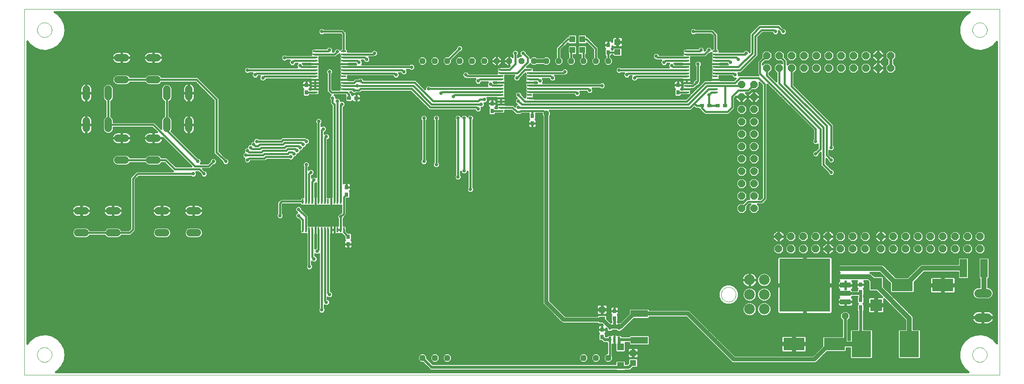
<source format=gbl>
G75*
G70*
%OFA0B0*%
%FSLAX24Y24*%
%IPPOS*%
%LPD*%
%AMOC8*
5,1,8,0,0,1.08239X$1,22.5*
%
%ADD10C,0.0000*%
%ADD11OC8,0.0591*%
%ADD12R,0.0217X0.0472*%
%ADD13OC8,0.0472*%
%ADD14R,0.0315X0.0354*%
%ADD15R,0.0512X0.0472*%
%ADD16R,0.0551X0.0551*%
%ADD17R,0.1402X0.0551*%
%ADD18C,0.0705*%
%ADD19R,0.0390X0.0120*%
%ADD20R,0.0354X0.0315*%
%ADD21R,0.0472X0.0512*%
%ADD22C,0.0860*%
%ADD23R,0.0120X0.0390*%
%ADD24C,0.0600*%
%ADD25R,0.4098X0.4252*%
%ADD26R,0.0850X0.0420*%
%ADD27R,0.1575X0.2126*%
%ADD28R,0.0945X0.0945*%
%ADD29R,0.1693X0.0984*%
%ADD30R,0.0591X0.1457*%
%ADD31C,0.0160*%
%ADD32C,0.0290*%
%ADD33C,0.0240*%
%ADD34C,0.0320*%
%ADD35C,0.0472*%
%ADD36C,0.0400*%
%ADD37OC8,0.0531*%
D10*
X000100Y000444D02*
X000100Y030003D01*
X078840Y030003D01*
X078840Y000444D01*
X000100Y000444D01*
X001134Y002069D02*
X001136Y002117D01*
X001142Y002165D01*
X001152Y002212D01*
X001165Y002258D01*
X001183Y002303D01*
X001203Y002347D01*
X001228Y002389D01*
X001256Y002428D01*
X001286Y002465D01*
X001320Y002499D01*
X001357Y002531D01*
X001395Y002560D01*
X001436Y002585D01*
X001479Y002607D01*
X001524Y002625D01*
X001570Y002639D01*
X001617Y002650D01*
X001665Y002657D01*
X001713Y002660D01*
X001761Y002659D01*
X001809Y002654D01*
X001857Y002645D01*
X001903Y002633D01*
X001948Y002616D01*
X001992Y002596D01*
X002034Y002573D01*
X002074Y002546D01*
X002112Y002516D01*
X002147Y002483D01*
X002179Y002447D01*
X002209Y002409D01*
X002235Y002368D01*
X002257Y002325D01*
X002277Y002281D01*
X002292Y002236D01*
X002304Y002189D01*
X002312Y002141D01*
X002316Y002093D01*
X002316Y002045D01*
X002312Y001997D01*
X002304Y001949D01*
X002292Y001902D01*
X002277Y001857D01*
X002257Y001813D01*
X002235Y001770D01*
X002209Y001729D01*
X002179Y001691D01*
X002147Y001655D01*
X002112Y001622D01*
X002074Y001592D01*
X002034Y001565D01*
X001992Y001542D01*
X001948Y001522D01*
X001903Y001505D01*
X001857Y001493D01*
X001809Y001484D01*
X001761Y001479D01*
X001713Y001478D01*
X001665Y001481D01*
X001617Y001488D01*
X001570Y001499D01*
X001524Y001513D01*
X001479Y001531D01*
X001436Y001553D01*
X001395Y001578D01*
X001357Y001607D01*
X001320Y001639D01*
X001286Y001673D01*
X001256Y001710D01*
X001228Y001749D01*
X001203Y001791D01*
X001183Y001835D01*
X001165Y001880D01*
X001152Y001926D01*
X001142Y001973D01*
X001136Y002021D01*
X001134Y002069D01*
X056351Y006944D02*
X056353Y006992D01*
X056359Y007040D01*
X056369Y007087D01*
X056382Y007133D01*
X056400Y007178D01*
X056420Y007222D01*
X056445Y007264D01*
X056473Y007303D01*
X056503Y007340D01*
X056537Y007374D01*
X056574Y007406D01*
X056612Y007435D01*
X056653Y007460D01*
X056696Y007482D01*
X056741Y007500D01*
X056787Y007514D01*
X056834Y007525D01*
X056882Y007532D01*
X056930Y007535D01*
X056978Y007534D01*
X057026Y007529D01*
X057074Y007520D01*
X057120Y007508D01*
X057165Y007491D01*
X057209Y007471D01*
X057251Y007448D01*
X057291Y007421D01*
X057329Y007391D01*
X057364Y007358D01*
X057396Y007322D01*
X057426Y007284D01*
X057452Y007243D01*
X057474Y007200D01*
X057494Y007156D01*
X057509Y007111D01*
X057521Y007064D01*
X057529Y007016D01*
X057533Y006968D01*
X057533Y006920D01*
X057529Y006872D01*
X057521Y006824D01*
X057509Y006777D01*
X057494Y006732D01*
X057474Y006688D01*
X057452Y006645D01*
X057426Y006604D01*
X057396Y006566D01*
X057364Y006530D01*
X057329Y006497D01*
X057291Y006467D01*
X057251Y006440D01*
X057209Y006417D01*
X057165Y006397D01*
X057120Y006380D01*
X057074Y006368D01*
X057026Y006359D01*
X056978Y006354D01*
X056930Y006353D01*
X056882Y006356D01*
X056834Y006363D01*
X056787Y006374D01*
X056741Y006388D01*
X056696Y006406D01*
X056653Y006428D01*
X056612Y006453D01*
X056574Y006482D01*
X056537Y006514D01*
X056503Y006548D01*
X056473Y006585D01*
X056445Y006624D01*
X056420Y006666D01*
X056400Y006710D01*
X056382Y006755D01*
X056369Y006801D01*
X056359Y006848D01*
X056353Y006896D01*
X056351Y006944D01*
X076634Y002069D02*
X076636Y002117D01*
X076642Y002165D01*
X076652Y002212D01*
X076665Y002258D01*
X076683Y002303D01*
X076703Y002347D01*
X076728Y002389D01*
X076756Y002428D01*
X076786Y002465D01*
X076820Y002499D01*
X076857Y002531D01*
X076895Y002560D01*
X076936Y002585D01*
X076979Y002607D01*
X077024Y002625D01*
X077070Y002639D01*
X077117Y002650D01*
X077165Y002657D01*
X077213Y002660D01*
X077261Y002659D01*
X077309Y002654D01*
X077357Y002645D01*
X077403Y002633D01*
X077448Y002616D01*
X077492Y002596D01*
X077534Y002573D01*
X077574Y002546D01*
X077612Y002516D01*
X077647Y002483D01*
X077679Y002447D01*
X077709Y002409D01*
X077735Y002368D01*
X077757Y002325D01*
X077777Y002281D01*
X077792Y002236D01*
X077804Y002189D01*
X077812Y002141D01*
X077816Y002093D01*
X077816Y002045D01*
X077812Y001997D01*
X077804Y001949D01*
X077792Y001902D01*
X077777Y001857D01*
X077757Y001813D01*
X077735Y001770D01*
X077709Y001729D01*
X077679Y001691D01*
X077647Y001655D01*
X077612Y001622D01*
X077574Y001592D01*
X077534Y001565D01*
X077492Y001542D01*
X077448Y001522D01*
X077403Y001505D01*
X077357Y001493D01*
X077309Y001484D01*
X077261Y001479D01*
X077213Y001478D01*
X077165Y001481D01*
X077117Y001488D01*
X077070Y001499D01*
X077024Y001513D01*
X076979Y001531D01*
X076936Y001553D01*
X076895Y001578D01*
X076857Y001607D01*
X076820Y001639D01*
X076786Y001673D01*
X076756Y001710D01*
X076728Y001749D01*
X076703Y001791D01*
X076683Y001835D01*
X076665Y001880D01*
X076652Y001926D01*
X076642Y001973D01*
X076636Y002021D01*
X076634Y002069D01*
X076634Y028319D02*
X076636Y028367D01*
X076642Y028415D01*
X076652Y028462D01*
X076665Y028508D01*
X076683Y028553D01*
X076703Y028597D01*
X076728Y028639D01*
X076756Y028678D01*
X076786Y028715D01*
X076820Y028749D01*
X076857Y028781D01*
X076895Y028810D01*
X076936Y028835D01*
X076979Y028857D01*
X077024Y028875D01*
X077070Y028889D01*
X077117Y028900D01*
X077165Y028907D01*
X077213Y028910D01*
X077261Y028909D01*
X077309Y028904D01*
X077357Y028895D01*
X077403Y028883D01*
X077448Y028866D01*
X077492Y028846D01*
X077534Y028823D01*
X077574Y028796D01*
X077612Y028766D01*
X077647Y028733D01*
X077679Y028697D01*
X077709Y028659D01*
X077735Y028618D01*
X077757Y028575D01*
X077777Y028531D01*
X077792Y028486D01*
X077804Y028439D01*
X077812Y028391D01*
X077816Y028343D01*
X077816Y028295D01*
X077812Y028247D01*
X077804Y028199D01*
X077792Y028152D01*
X077777Y028107D01*
X077757Y028063D01*
X077735Y028020D01*
X077709Y027979D01*
X077679Y027941D01*
X077647Y027905D01*
X077612Y027872D01*
X077574Y027842D01*
X077534Y027815D01*
X077492Y027792D01*
X077448Y027772D01*
X077403Y027755D01*
X077357Y027743D01*
X077309Y027734D01*
X077261Y027729D01*
X077213Y027728D01*
X077165Y027731D01*
X077117Y027738D01*
X077070Y027749D01*
X077024Y027763D01*
X076979Y027781D01*
X076936Y027803D01*
X076895Y027828D01*
X076857Y027857D01*
X076820Y027889D01*
X076786Y027923D01*
X076756Y027960D01*
X076728Y027999D01*
X076703Y028041D01*
X076683Y028085D01*
X076665Y028130D01*
X076652Y028176D01*
X076642Y028223D01*
X076636Y028271D01*
X076634Y028319D01*
X001134Y028319D02*
X001136Y028367D01*
X001142Y028415D01*
X001152Y028462D01*
X001165Y028508D01*
X001183Y028553D01*
X001203Y028597D01*
X001228Y028639D01*
X001256Y028678D01*
X001286Y028715D01*
X001320Y028749D01*
X001357Y028781D01*
X001395Y028810D01*
X001436Y028835D01*
X001479Y028857D01*
X001524Y028875D01*
X001570Y028889D01*
X001617Y028900D01*
X001665Y028907D01*
X001713Y028910D01*
X001761Y028909D01*
X001809Y028904D01*
X001857Y028895D01*
X001903Y028883D01*
X001948Y028866D01*
X001992Y028846D01*
X002034Y028823D01*
X002074Y028796D01*
X002112Y028766D01*
X002147Y028733D01*
X002179Y028697D01*
X002209Y028659D01*
X002235Y028618D01*
X002257Y028575D01*
X002277Y028531D01*
X002292Y028486D01*
X002304Y028439D01*
X002312Y028391D01*
X002316Y028343D01*
X002316Y028295D01*
X002312Y028247D01*
X002304Y028199D01*
X002292Y028152D01*
X002277Y028107D01*
X002257Y028063D01*
X002235Y028020D01*
X002209Y027979D01*
X002179Y027941D01*
X002147Y027905D01*
X002112Y027872D01*
X002074Y027842D01*
X002034Y027815D01*
X001992Y027792D01*
X001948Y027772D01*
X001903Y027755D01*
X001857Y027743D01*
X001809Y027734D01*
X001761Y027729D01*
X001713Y027728D01*
X001665Y027731D01*
X001617Y027738D01*
X001570Y027749D01*
X001524Y027763D01*
X001479Y027781D01*
X001436Y027803D01*
X001395Y027828D01*
X001357Y027857D01*
X001320Y027889D01*
X001286Y027923D01*
X001256Y027960D01*
X001228Y027999D01*
X001203Y028041D01*
X001183Y028085D01*
X001165Y028130D01*
X001152Y028176D01*
X001142Y028223D01*
X001136Y028271D01*
X001134Y028319D01*
D11*
X057985Y023909D03*
X058985Y023909D03*
X058985Y022909D03*
X057985Y022909D03*
X057985Y021909D03*
X058985Y021909D03*
X058985Y020909D03*
X057985Y020909D03*
X057985Y019909D03*
X058985Y019909D03*
X058985Y018909D03*
X057985Y018909D03*
X057985Y017909D03*
X058985Y017909D03*
X058985Y016909D03*
X057985Y016909D03*
X057985Y015909D03*
X058985Y015909D03*
X058985Y014909D03*
X057985Y014909D03*
X057985Y013909D03*
X058985Y013909D03*
X060979Y011632D03*
X061979Y011632D03*
X062979Y011632D03*
X063979Y011632D03*
X064979Y011632D03*
X065979Y011632D03*
X066979Y011632D03*
X067979Y011632D03*
X069235Y011634D03*
X070235Y011634D03*
X071235Y011634D03*
X072235Y011634D03*
X073235Y011634D03*
X074235Y011634D03*
X075235Y011634D03*
X076235Y011634D03*
X077235Y011634D03*
X077235Y010634D03*
X076235Y010634D03*
X075235Y010634D03*
X074235Y010634D03*
X073235Y010634D03*
X072235Y010634D03*
X071235Y010634D03*
X070235Y010634D03*
X069235Y010634D03*
X067979Y010632D03*
X066979Y010632D03*
X065979Y010632D03*
X064979Y010632D03*
X063979Y010632D03*
X062979Y010632D03*
X061979Y010632D03*
X060979Y010632D03*
X061023Y025246D03*
X062023Y025246D03*
X063023Y025246D03*
X064023Y025246D03*
X065023Y025246D03*
X066023Y025246D03*
X067023Y025246D03*
X068023Y025246D03*
X069023Y025246D03*
X070023Y025246D03*
X070023Y026246D03*
X069023Y026246D03*
X068023Y026246D03*
X067023Y026246D03*
X066023Y026246D03*
X065023Y026246D03*
X064023Y026246D03*
X063023Y026246D03*
X062023Y026246D03*
X061023Y026246D03*
X060023Y026246D03*
X060023Y025246D03*
D12*
X048099Y004331D03*
X047351Y004331D03*
X047351Y003307D03*
X047725Y003307D03*
X048099Y003307D03*
D13*
X047225Y001819D03*
X046225Y001819D03*
X045225Y001819D03*
X034225Y001819D03*
X033225Y001819D03*
X032225Y001819D03*
X032225Y025819D03*
X033225Y025819D03*
X034225Y025819D03*
X035225Y025819D03*
X036225Y025819D03*
X037225Y025819D03*
X038225Y025819D03*
X039225Y025819D03*
X040225Y025819D03*
X041225Y025819D03*
X042225Y025819D03*
X043225Y025819D03*
X044225Y025819D03*
X045225Y025819D03*
X046225Y025819D03*
X047225Y025819D03*
D14*
X047225Y026519D03*
X047225Y027119D03*
X052850Y023869D03*
X052850Y023269D03*
X041100Y021369D03*
X041100Y020769D03*
X037850Y021769D03*
X037850Y022369D03*
X022850Y023269D03*
X022850Y023869D03*
X026100Y015619D03*
X026100Y015019D03*
X026225Y011619D03*
X026225Y011019D03*
X046725Y004119D03*
X046725Y003519D03*
X047725Y005019D03*
X047725Y005619D03*
X067600Y005894D03*
X067600Y006494D03*
X067600Y007144D03*
X067600Y007744D03*
D15*
X049225Y002219D03*
X049225Y001419D03*
X046725Y004919D03*
X046725Y005719D03*
X047975Y026544D03*
X047975Y027344D03*
D16*
X048225Y002692D03*
X048225Y001196D03*
D17*
X049725Y003244D03*
X049725Y005394D03*
D18*
X077123Y005085D02*
X077828Y005085D01*
X077828Y007053D02*
X077123Y007053D01*
D19*
X040874Y021780D03*
X040874Y022036D03*
X040874Y022292D03*
X040874Y022548D03*
X040874Y022804D03*
X040874Y023060D03*
X040874Y023316D03*
X040874Y023572D03*
X040874Y023828D03*
X040874Y024084D03*
X040874Y024340D03*
X040874Y024595D03*
X040874Y024851D03*
X040874Y025107D03*
X038576Y025107D03*
X038576Y024851D03*
X038576Y024595D03*
X038576Y024340D03*
X038576Y024084D03*
X038576Y023828D03*
X038576Y023572D03*
X038576Y023316D03*
X038576Y023060D03*
X038576Y022804D03*
X038576Y022548D03*
X038576Y022292D03*
X038576Y022036D03*
X038576Y021780D03*
X025874Y023280D03*
X025874Y023536D03*
X025874Y023792D03*
X025874Y024048D03*
X025874Y024304D03*
X025874Y024560D03*
X025874Y024816D03*
X025874Y025072D03*
X025874Y025328D03*
X025874Y025584D03*
X025874Y025840D03*
X025874Y026095D03*
X025874Y026351D03*
X025874Y026607D03*
X023576Y026607D03*
X023576Y026351D03*
X023576Y026095D03*
X023576Y025840D03*
X023576Y025584D03*
X023576Y025328D03*
X023576Y025072D03*
X023576Y024816D03*
X023576Y024560D03*
X023576Y024304D03*
X023576Y024048D03*
X023576Y023792D03*
X023576Y023536D03*
X023576Y023280D03*
X053576Y023280D03*
X053576Y023536D03*
X053576Y023792D03*
X053576Y024048D03*
X053576Y024304D03*
X053576Y024560D03*
X053576Y024816D03*
X053576Y025072D03*
X053576Y025328D03*
X053576Y025584D03*
X053576Y025840D03*
X053576Y026095D03*
X053576Y026351D03*
X053576Y026607D03*
X055874Y026607D03*
X055874Y026351D03*
X055874Y026095D03*
X055874Y025840D03*
X055874Y025584D03*
X055874Y025328D03*
X055874Y025072D03*
X055874Y024816D03*
X055874Y024560D03*
X055874Y024304D03*
X055874Y024048D03*
X055874Y023792D03*
X055874Y023536D03*
X055874Y023280D03*
D20*
X056050Y022194D03*
X056650Y022194D03*
X055400Y022194D03*
X054800Y022194D03*
X026900Y022819D03*
X026300Y022819D03*
D21*
X044325Y026694D03*
X045125Y026694D03*
X045125Y027569D03*
X044325Y027569D03*
D22*
X058634Y008125D03*
X059816Y008125D03*
X059816Y006944D03*
X058634Y006944D03*
X058634Y005763D03*
X059816Y005763D03*
D23*
X025888Y012170D03*
X025632Y012170D03*
X025377Y012170D03*
X025121Y012170D03*
X024865Y012170D03*
X024609Y012170D03*
X024353Y012170D03*
X024097Y012170D03*
X023841Y012170D03*
X023585Y012170D03*
X023329Y012170D03*
X023073Y012170D03*
X022818Y012170D03*
X022562Y012170D03*
X022562Y014468D03*
X022818Y014468D03*
X023073Y014468D03*
X023329Y014468D03*
X023585Y014468D03*
X023841Y014468D03*
X024097Y014468D03*
X024353Y014468D03*
X024609Y014468D03*
X024865Y014468D03*
X025121Y014468D03*
X025377Y014468D03*
X025632Y014468D03*
X025888Y014468D03*
D24*
X014055Y013709D02*
X013455Y013709D01*
X011495Y013709D02*
X010895Y013709D01*
X007555Y013709D02*
X006955Y013709D01*
X004995Y013709D02*
X004395Y013709D01*
X004395Y011929D02*
X004995Y011929D01*
X006955Y011929D02*
X007555Y011929D01*
X010895Y011929D02*
X011495Y011929D01*
X013455Y011929D02*
X014055Y011929D01*
X010805Y017804D02*
X010205Y017804D01*
X008245Y017804D02*
X007645Y017804D01*
X007645Y019584D02*
X008245Y019584D01*
X006865Y020364D02*
X006865Y020964D01*
X005085Y020964D02*
X005085Y020364D01*
X010205Y019584D02*
X010805Y019584D01*
X011585Y020364D02*
X011585Y020964D01*
X013365Y020964D02*
X013365Y020364D01*
X013365Y022924D02*
X013365Y023524D01*
X011585Y023524D02*
X011585Y022924D01*
X010805Y024304D02*
X010205Y024304D01*
X008245Y024304D02*
X007645Y024304D01*
X006865Y023524D02*
X006865Y022924D01*
X005085Y022924D02*
X005085Y023524D01*
X007645Y026084D02*
X008245Y026084D01*
X010205Y026084D02*
X010805Y026084D01*
D25*
X063100Y007694D03*
D26*
X066380Y007694D03*
X066380Y008364D03*
X066380Y009034D03*
X066380Y007024D03*
X066380Y006354D03*
D27*
X067671Y002944D03*
X071529Y002944D03*
D28*
X068850Y006078D03*
X068850Y007810D03*
D29*
X070966Y007694D03*
X074234Y007694D03*
X065484Y002944D03*
X062216Y002944D03*
D30*
X075898Y009069D03*
X077552Y009069D03*
D31*
X077987Y009001D02*
X078610Y009001D01*
X078610Y008843D02*
X077987Y008843D01*
X077987Y008684D02*
X078610Y008684D01*
X078610Y008526D02*
X077987Y008526D01*
X077987Y008367D02*
X078610Y008367D01*
X078610Y008209D02*
X077913Y008209D01*
X077905Y008200D02*
X077987Y008282D01*
X077987Y009855D01*
X077905Y009937D01*
X077199Y009937D01*
X077116Y009855D01*
X077116Y008282D01*
X077199Y008200D01*
X077212Y008200D01*
X077212Y007546D01*
X077025Y007546D01*
X076844Y007471D01*
X076705Y007332D01*
X076630Y007151D01*
X076630Y006955D01*
X076705Y006774D01*
X076844Y006636D01*
X077025Y006561D01*
X077925Y006561D01*
X078106Y006636D01*
X078245Y006774D01*
X078320Y006955D01*
X078320Y007151D01*
X078245Y007332D01*
X078106Y007471D01*
X077925Y007546D01*
X077892Y007546D01*
X077892Y008200D01*
X077905Y008200D01*
X077892Y008050D02*
X078610Y008050D01*
X078610Y007892D02*
X077892Y007892D01*
X077892Y007733D02*
X078610Y007733D01*
X078610Y007575D02*
X077892Y007575D01*
X078161Y007416D02*
X078610Y007416D01*
X078610Y007258D02*
X078276Y007258D01*
X078320Y007099D02*
X078610Y007099D01*
X078610Y006941D02*
X078314Y006941D01*
X078248Y006782D02*
X078610Y006782D01*
X078610Y006624D02*
X078078Y006624D01*
X078610Y006465D02*
X070559Y006465D01*
X070718Y006307D02*
X078610Y006307D01*
X078610Y006148D02*
X070876Y006148D01*
X071035Y005990D02*
X078610Y005990D01*
X078610Y005831D02*
X071193Y005831D01*
X071352Y005673D02*
X078610Y005673D01*
X078610Y005514D02*
X078142Y005514D01*
X078174Y005491D02*
X078107Y005540D01*
X078032Y005578D01*
X077952Y005604D01*
X077869Y005617D01*
X077513Y005617D01*
X077513Y005122D01*
X078360Y005122D01*
X078360Y005126D01*
X078347Y005209D01*
X078321Y005289D01*
X078283Y005364D01*
X078234Y005431D01*
X078174Y005491D01*
X078287Y005356D02*
X078610Y005356D01*
X078610Y005197D02*
X078349Y005197D01*
X078360Y005047D02*
X077513Y005047D01*
X077513Y005122D01*
X077437Y005122D01*
X077437Y005047D01*
X076590Y005047D01*
X076590Y005043D01*
X076603Y004960D01*
X076629Y004880D01*
X076667Y004805D01*
X076716Y004738D01*
X076776Y004678D01*
X076843Y004629D01*
X076918Y004591D01*
X076998Y004565D01*
X077081Y004552D01*
X077437Y004552D01*
X077437Y005047D01*
X077513Y005047D01*
X077513Y004552D01*
X077869Y004552D01*
X077952Y004565D01*
X078032Y004591D01*
X078107Y004629D01*
X078174Y004678D01*
X078234Y004738D01*
X078283Y004805D01*
X078321Y004880D01*
X078347Y004960D01*
X078360Y005043D01*
X078360Y005047D01*
X078359Y005039D02*
X078610Y005039D01*
X078610Y004880D02*
X078321Y004880D01*
X078218Y004722D02*
X078610Y004722D01*
X078610Y004563D02*
X077941Y004563D01*
X077513Y004563D02*
X077437Y004563D01*
X077437Y004722D02*
X077513Y004722D01*
X077513Y004880D02*
X077437Y004880D01*
X077437Y005039D02*
X077513Y005039D01*
X077437Y005122D02*
X076590Y005122D01*
X076590Y005126D01*
X076603Y005209D01*
X076629Y005289D01*
X076667Y005364D01*
X076716Y005431D01*
X076776Y005491D01*
X076843Y005540D01*
X076918Y005578D01*
X076998Y005604D01*
X077081Y005617D01*
X077437Y005617D01*
X077437Y005122D01*
X077437Y005197D02*
X077513Y005197D01*
X077513Y005356D02*
X077437Y005356D01*
X077437Y005514D02*
X077513Y005514D01*
X076808Y005514D02*
X071510Y005514D01*
X071669Y005356D02*
X076663Y005356D01*
X076601Y005197D02*
X071821Y005197D01*
X071817Y005207D02*
X071722Y005303D01*
X069462Y007562D01*
X069462Y008340D01*
X069380Y008422D01*
X068718Y008422D01*
X068489Y008652D01*
X068388Y008694D01*
X069119Y008694D01*
X069980Y007833D01*
X069980Y007144D01*
X070062Y007062D01*
X071871Y007062D01*
X071953Y007144D01*
X071953Y007941D01*
X072741Y008729D01*
X075463Y008729D01*
X075463Y008282D01*
X075545Y008200D01*
X076251Y008200D01*
X076334Y008282D01*
X076334Y009855D01*
X076251Y009937D01*
X075545Y009937D01*
X075463Y009855D01*
X075463Y009409D01*
X072532Y009409D01*
X072407Y009357D01*
X071376Y008326D01*
X070449Y008326D01*
X069453Y009322D01*
X069328Y009374D01*
X066873Y009374D01*
X066863Y009384D01*
X065897Y009384D01*
X065815Y009302D01*
X065815Y008766D01*
X065882Y008699D01*
X065815Y008632D01*
X065815Y008096D01*
X065856Y008055D01*
X065844Y008048D01*
X065811Y008014D01*
X065787Y007973D01*
X065775Y007928D01*
X065775Y007719D01*
X066355Y007719D01*
X066355Y008014D01*
X066405Y008014D01*
X066405Y007719D01*
X066355Y007719D01*
X066355Y007669D01*
X065775Y007669D01*
X065775Y007460D01*
X065787Y007414D01*
X065811Y007373D01*
X065844Y007340D01*
X065856Y007333D01*
X065815Y007292D01*
X065815Y006756D01*
X065856Y006715D01*
X065844Y006708D01*
X065811Y006674D01*
X065787Y006633D01*
X065775Y006588D01*
X065775Y006379D01*
X066355Y006379D01*
X066355Y006329D01*
X065775Y006329D01*
X065775Y006120D01*
X065787Y006074D01*
X065811Y006033D01*
X065844Y006000D01*
X065886Y005976D01*
X065931Y005964D01*
X066355Y005964D01*
X066355Y006329D01*
X066405Y006329D01*
X066405Y006379D01*
X066985Y006379D01*
X066985Y006588D01*
X066973Y006633D01*
X066949Y006674D01*
X066916Y006708D01*
X066904Y006715D01*
X066945Y006756D01*
X066945Y006764D01*
X067337Y006764D01*
X067303Y006729D01*
X067303Y006259D01*
X067367Y006194D01*
X067303Y006129D01*
X067303Y005659D01*
X067340Y005621D01*
X067340Y004147D01*
X066825Y004147D01*
X066743Y004065D01*
X066743Y003284D01*
X066610Y003284D01*
X066610Y004880D01*
X066756Y005026D01*
X066756Y005362D01*
X066518Y005600D01*
X066182Y005600D01*
X065944Y005362D01*
X065944Y005026D01*
X066090Y004880D01*
X066090Y003576D01*
X064579Y003576D01*
X064497Y003494D01*
X064497Y002765D01*
X063726Y001994D01*
X057474Y001994D01*
X053820Y005648D01*
X053710Y005694D01*
X050566Y005694D01*
X050566Y005727D01*
X050484Y005809D01*
X048966Y005809D01*
X048884Y005727D01*
X048884Y005402D01*
X048189Y004707D01*
X047985Y004707D01*
X047985Y004746D01*
X048022Y004784D01*
X048022Y005254D01*
X047984Y005292D01*
X047993Y005298D01*
X048027Y005331D01*
X048050Y005372D01*
X048062Y005418D01*
X048062Y005619D01*
X048062Y005820D01*
X048050Y005865D01*
X048027Y005907D01*
X047993Y005940D01*
X047952Y005964D01*
X047906Y005976D01*
X047725Y005976D01*
X047725Y005619D01*
X047725Y005976D01*
X047544Y005976D01*
X047498Y005964D01*
X047457Y005940D01*
X047423Y005907D01*
X047400Y005865D01*
X047388Y005820D01*
X047388Y005619D01*
X047725Y005619D01*
X047725Y005619D01*
X047725Y005619D01*
X048062Y005619D01*
X047725Y005619D01*
X047725Y005619D01*
X047388Y005619D01*
X047388Y005418D01*
X047400Y005372D01*
X047423Y005331D01*
X047457Y005298D01*
X047466Y005292D01*
X047428Y005254D01*
X047428Y004784D01*
X047465Y004746D01*
X047465Y004707D01*
X047399Y004707D01*
X047121Y004985D01*
X047121Y005213D01*
X047039Y005295D01*
X046411Y005295D01*
X046335Y005219D01*
X043749Y005219D01*
X042525Y006443D01*
X042525Y021337D01*
X042544Y021356D01*
X042601Y021494D01*
X042601Y021644D01*
X042544Y021782D01*
X042510Y021816D01*
X053909Y021816D01*
X054038Y021945D01*
X054038Y021945D01*
X054162Y022070D01*
X054259Y021974D01*
X054487Y021974D01*
X054565Y021896D01*
X054586Y021896D01*
X054709Y021774D01*
X055009Y021474D01*
X056941Y021474D01*
X057445Y021978D01*
X057445Y022853D01*
X057520Y022927D01*
X057967Y022927D01*
X057967Y022890D01*
X058003Y022890D01*
X058003Y022434D01*
X058182Y022434D01*
X058460Y022712D01*
X058460Y022890D01*
X058003Y022890D01*
X058003Y022927D01*
X058460Y022927D01*
X058460Y023106D01*
X058342Y023224D01*
X058611Y023224D01*
X058740Y023353D01*
X058861Y023474D01*
X059165Y023474D01*
X059420Y023729D01*
X059420Y024062D01*
X059630Y023853D01*
X059630Y014785D01*
X059509Y014664D01*
X059356Y014664D01*
X059420Y014729D01*
X059420Y015089D01*
X059165Y015344D01*
X058805Y015344D01*
X058550Y015089D01*
X058550Y014729D01*
X058614Y014664D01*
X058429Y014664D01*
X058109Y014344D01*
X057805Y014344D01*
X057550Y014089D01*
X057550Y013729D01*
X057805Y013474D01*
X058165Y013474D01*
X058420Y013729D01*
X058420Y014033D01*
X058611Y014224D01*
X058684Y014224D01*
X058550Y014089D01*
X058550Y013729D01*
X058805Y013474D01*
X059165Y013474D01*
X059420Y013729D01*
X059420Y014089D01*
X059286Y014224D01*
X059691Y014224D01*
X059820Y014353D01*
X060070Y014603D01*
X060070Y023913D01*
X063755Y020228D01*
X063755Y019502D01*
X063733Y019480D01*
X063690Y019376D01*
X063690Y019262D01*
X063733Y019157D01*
X063814Y019077D01*
X063918Y019034D01*
X064032Y019034D01*
X064130Y019075D01*
X064130Y018785D01*
X063949Y018604D01*
X063918Y018604D01*
X063814Y018560D01*
X063733Y018480D01*
X063690Y018376D01*
X063690Y018262D01*
X063733Y018157D01*
X063814Y018077D01*
X063918Y018034D01*
X064032Y018034D01*
X064136Y018077D01*
X064217Y018157D01*
X064260Y018262D01*
X064260Y018293D01*
X064380Y018413D01*
X064380Y017353D01*
X064509Y017224D01*
X064940Y016793D01*
X064940Y016762D01*
X064983Y016657D01*
X065064Y016577D01*
X065168Y016534D01*
X065282Y016534D01*
X065386Y016577D01*
X065467Y016657D01*
X065510Y016762D01*
X065510Y016876D01*
X065467Y016980D01*
X065386Y017060D01*
X065282Y017104D01*
X065251Y017104D01*
X064820Y017535D01*
X064820Y017913D01*
X064940Y017793D01*
X064940Y017762D01*
X064983Y017657D01*
X065064Y017577D01*
X065168Y017534D01*
X065282Y017534D01*
X065386Y017577D01*
X065467Y017657D01*
X065510Y017762D01*
X065510Y017876D01*
X065467Y017980D01*
X065386Y018060D01*
X065282Y018104D01*
X065251Y018104D01*
X065070Y018285D01*
X065070Y018575D01*
X065168Y018534D01*
X065282Y018534D01*
X065386Y018577D01*
X065467Y018657D01*
X065510Y018762D01*
X065510Y018876D01*
X065467Y018980D01*
X065445Y019002D01*
X065445Y020660D01*
X062242Y023862D01*
X062242Y024851D01*
X062458Y025066D01*
X062458Y025427D01*
X062203Y025682D01*
X061842Y025682D01*
X061695Y025534D01*
X061695Y025885D01*
X061458Y026122D01*
X061458Y026427D01*
X061203Y026682D01*
X060842Y026682D01*
X060587Y026427D01*
X060587Y026066D01*
X060842Y025811D01*
X061147Y025811D01*
X061255Y025703D01*
X061255Y025629D01*
X061203Y025682D01*
X060842Y025682D01*
X060587Y025427D01*
X060587Y025066D01*
X060803Y024851D01*
X060803Y024177D01*
X060242Y024737D01*
X060242Y024851D01*
X060458Y025066D01*
X060458Y025427D01*
X060203Y025682D01*
X059842Y025682D01*
X059695Y025534D01*
X059695Y025603D01*
X059903Y025811D01*
X060203Y025811D01*
X060458Y026066D01*
X060458Y026427D01*
X060203Y026682D01*
X059842Y026682D01*
X059587Y026427D01*
X059587Y026117D01*
X059255Y025785D01*
X059255Y024728D01*
X059319Y024664D01*
X057760Y024664D01*
X057760Y024751D01*
X057718Y024852D01*
X057944Y024852D01*
X059191Y026099D01*
X059320Y026228D01*
X059320Y027728D01*
X059691Y028099D01*
X060456Y028099D01*
X060483Y028032D01*
X060564Y027952D01*
X060668Y027909D01*
X060782Y027909D01*
X060886Y027952D01*
X060967Y028032D01*
X061010Y028137D01*
X061010Y028223D01*
X061065Y028168D01*
X061065Y028137D01*
X061108Y028032D01*
X061189Y027952D01*
X061293Y027909D01*
X061407Y027909D01*
X061511Y027952D01*
X061592Y028032D01*
X061635Y028137D01*
X061635Y028251D01*
X061592Y028355D01*
X061511Y028435D01*
X061407Y028479D01*
X061376Y028479D01*
X061066Y028789D01*
X059384Y028789D01*
X059255Y028660D01*
X058630Y028035D01*
X058630Y026535D01*
X058623Y026528D01*
X058592Y026605D01*
X058511Y026685D01*
X058407Y026729D01*
X058293Y026729D01*
X058189Y026685D01*
X058108Y026605D01*
X058094Y026571D01*
X056209Y026571D01*
X056209Y026725D01*
X056127Y026807D01*
X056094Y026807D01*
X056094Y028011D01*
X055820Y028285D01*
X055691Y028414D01*
X054283Y028414D01*
X054261Y028435D01*
X054157Y028479D01*
X054043Y028479D01*
X053939Y028435D01*
X053858Y028355D01*
X053815Y028251D01*
X053815Y028137D01*
X053858Y028032D01*
X053939Y027952D01*
X054043Y027909D01*
X054157Y027909D01*
X054261Y027952D01*
X054283Y027974D01*
X055509Y027974D01*
X055654Y027829D01*
X055654Y026807D01*
X055621Y026807D01*
X055614Y026801D01*
X055592Y026855D01*
X055511Y026935D01*
X055407Y026979D01*
X055293Y026979D01*
X055189Y026935D01*
X055108Y026855D01*
X055065Y026751D01*
X055065Y026720D01*
X055010Y026665D01*
X055010Y026751D01*
X054967Y026855D01*
X054886Y026935D01*
X054782Y026979D01*
X054668Y026979D01*
X054564Y026935D01*
X054483Y026855D01*
X054472Y026827D01*
X053485Y026827D01*
X053465Y026807D01*
X053323Y026807D01*
X053241Y026725D01*
X053241Y026489D01*
X053251Y026479D01*
X053241Y026469D01*
X053241Y026315D01*
X051358Y026315D01*
X051342Y026355D01*
X051261Y026435D01*
X051157Y026479D01*
X051043Y026479D01*
X050939Y026435D01*
X050858Y026355D01*
X050815Y026251D01*
X050815Y026137D01*
X050858Y026032D01*
X050939Y025952D01*
X051043Y025909D01*
X051074Y025909D01*
X051107Y025875D01*
X051504Y025875D01*
X051483Y025855D01*
X051440Y025751D01*
X051440Y025637D01*
X051483Y025532D01*
X051564Y025452D01*
X051668Y025409D01*
X051782Y025409D01*
X051886Y025452D01*
X051967Y025532D01*
X052003Y025620D01*
X052123Y025620D01*
X052108Y025605D01*
X052065Y025501D01*
X052065Y025387D01*
X052104Y025292D01*
X048280Y025292D01*
X048261Y025310D01*
X048157Y025354D01*
X048043Y025354D01*
X047939Y025310D01*
X047858Y025230D01*
X047815Y025126D01*
X047815Y025012D01*
X047858Y024907D01*
X047939Y024827D01*
X048043Y024784D01*
X048157Y024784D01*
X048261Y024827D01*
X048286Y024852D01*
X048482Y024852D01*
X048440Y024751D01*
X048440Y024637D01*
X048483Y024532D01*
X048564Y024452D01*
X048668Y024409D01*
X048782Y024409D01*
X048886Y024452D01*
X048967Y024532D01*
X048993Y024596D01*
X049104Y024596D01*
X049065Y024501D01*
X049065Y024387D01*
X049108Y024282D01*
X049189Y024202D01*
X049293Y024159D01*
X049407Y024159D01*
X049511Y024202D01*
X049592Y024282D01*
X049615Y024340D01*
X053201Y024340D01*
X053201Y024304D01*
X053201Y024220D01*
X053213Y024176D01*
X053201Y024132D01*
X053201Y024048D01*
X053201Y023964D01*
X053214Y023919D01*
X053237Y023878D01*
X053241Y023874D01*
X053241Y023711D01*
X053237Y023707D01*
X053214Y023666D01*
X053201Y023620D01*
X053201Y023536D01*
X053201Y023500D01*
X053147Y023500D01*
X053147Y023504D01*
X053109Y023542D01*
X053118Y023548D01*
X053152Y023581D01*
X053175Y023622D01*
X053187Y023668D01*
X053187Y023869D01*
X053187Y024070D01*
X053175Y024115D01*
X053152Y024157D01*
X053118Y024190D01*
X053077Y024214D01*
X053031Y024226D01*
X052850Y024226D01*
X052850Y023869D01*
X052850Y024226D01*
X052669Y024226D01*
X052623Y024214D01*
X052582Y024190D01*
X052548Y024157D01*
X052525Y024115D01*
X052513Y024070D01*
X052513Y023869D01*
X052850Y023869D01*
X052850Y023869D01*
X052850Y023869D01*
X053187Y023869D01*
X052850Y023869D01*
X052850Y023869D01*
X052513Y023869D01*
X052513Y023668D01*
X052525Y023622D01*
X052548Y023581D01*
X052582Y023548D01*
X052591Y023542D01*
X052553Y023504D01*
X052553Y023034D01*
X052635Y022952D01*
X053065Y022952D01*
X053147Y023034D01*
X053147Y023060D01*
X053667Y023060D01*
X053687Y023080D01*
X053800Y023080D01*
X053488Y022768D01*
X041249Y022768D01*
X041249Y022804D01*
X040874Y022804D01*
X040874Y022804D01*
X041249Y022804D01*
X041249Y022888D01*
X041236Y022934D01*
X041213Y022975D01*
X041209Y022979D01*
X041209Y023096D01*
X044457Y023096D01*
X044483Y023032D01*
X044564Y022952D01*
X044668Y022909D01*
X044782Y022909D01*
X044886Y022952D01*
X044967Y023032D01*
X045010Y023137D01*
X045010Y023251D01*
X044968Y023352D01*
X045455Y023352D01*
X045483Y023282D01*
X045564Y023202D01*
X045668Y023159D01*
X045782Y023159D01*
X045886Y023202D01*
X045967Y023282D01*
X046010Y023387D01*
X046010Y023501D01*
X045967Y023605D01*
X045964Y023608D01*
X046533Y023608D01*
X046564Y023577D01*
X046668Y023534D01*
X046782Y023534D01*
X046886Y023577D01*
X046967Y023657D01*
X047010Y023762D01*
X047010Y023876D01*
X046967Y023980D01*
X046886Y024060D01*
X046782Y024104D01*
X046668Y024104D01*
X046564Y024060D01*
X046551Y024048D01*
X041973Y024048D01*
X042010Y024137D01*
X042010Y024251D01*
X041967Y024355D01*
X041946Y024375D01*
X042445Y024375D01*
X042483Y024282D01*
X042564Y024202D01*
X042668Y024159D01*
X042782Y024159D01*
X042886Y024202D01*
X042967Y024282D01*
X043010Y024387D01*
X043010Y024501D01*
X042967Y024605D01*
X042941Y024631D01*
X043724Y024631D01*
X043751Y024659D01*
X043782Y024659D01*
X043886Y024702D01*
X043967Y024782D01*
X044010Y024887D01*
X044010Y025001D01*
X043967Y025105D01*
X043886Y025185D01*
X043782Y025229D01*
X043668Y025229D01*
X043564Y025185D01*
X043483Y025105D01*
X043469Y025071D01*
X041209Y025071D01*
X041209Y025225D01*
X041127Y025307D01*
X040985Y025307D01*
X040965Y025327D01*
X047978Y025327D01*
X047833Y025168D02*
X043904Y025168D01*
X044006Y025010D02*
X047816Y025010D01*
X047914Y024851D02*
X043995Y024851D01*
X043864Y024693D02*
X048440Y024693D01*
X048482Y024851D02*
X048286Y024851D01*
X048103Y025072D02*
X048100Y025069D01*
X048103Y025072D02*
X053576Y025072D01*
X053576Y025328D02*
X052466Y025328D01*
X052350Y025444D01*
X052615Y025548D02*
X052592Y025605D01*
X052577Y025620D01*
X053201Y025620D01*
X053201Y025584D01*
X053576Y025584D01*
X053576Y025584D01*
X053201Y025584D01*
X053201Y025548D01*
X052615Y025548D01*
X052065Y025485D02*
X051920Y025485D01*
X052090Y025327D02*
X048222Y025327D01*
X047601Y025663D02*
X047601Y025975D01*
X047445Y026131D01*
X047445Y026206D01*
X047522Y026284D01*
X047522Y026299D01*
X047579Y026299D01*
X047579Y026250D01*
X047661Y026168D01*
X048289Y026168D01*
X048371Y026250D01*
X048371Y026838D01*
X048289Y026920D01*
X047661Y026920D01*
X047579Y026838D01*
X047579Y026739D01*
X047522Y026739D01*
X047522Y026754D01*
X047484Y026792D01*
X047493Y026798D01*
X047527Y026831D01*
X047550Y026872D01*
X047562Y026918D01*
X047562Y027019D01*
X047575Y026997D01*
X047609Y026964D01*
X047650Y026940D01*
X047695Y026928D01*
X047937Y026928D01*
X047937Y027306D01*
X048013Y027306D01*
X048013Y027382D01*
X047937Y027382D01*
X047937Y027760D01*
X047695Y027760D01*
X047650Y027748D01*
X047609Y027724D01*
X047575Y027691D01*
X047551Y027650D01*
X047539Y027604D01*
X047539Y027385D01*
X047527Y027407D01*
X047493Y027440D01*
X047452Y027464D01*
X047406Y027476D01*
X047225Y027476D01*
X047225Y027119D01*
X047225Y027476D01*
X047044Y027476D01*
X046998Y027464D01*
X046957Y027440D01*
X046923Y027407D01*
X046900Y027365D01*
X046888Y027320D01*
X046888Y027119D01*
X047225Y027119D01*
X047225Y027119D01*
X047225Y027119D01*
X046888Y027119D01*
X046888Y026918D01*
X046900Y026872D01*
X046923Y026831D01*
X046957Y026798D01*
X046966Y026792D01*
X046928Y026754D01*
X046928Y026284D01*
X047005Y026206D01*
X047005Y026131D01*
X046849Y025975D01*
X046849Y025663D01*
X047069Y025443D01*
X047381Y025443D01*
X047601Y025663D01*
X047582Y025644D02*
X051440Y025644D01*
X051461Y025802D02*
X047601Y025802D01*
X047601Y025961D02*
X050930Y025961D01*
X050822Y026119D02*
X047457Y026119D01*
X047517Y026278D02*
X047579Y026278D01*
X047225Y026519D02*
X047950Y026519D01*
X047975Y026544D01*
X048013Y026928D02*
X048255Y026928D01*
X048300Y026940D01*
X048341Y026964D01*
X048375Y026997D01*
X048399Y027038D01*
X048411Y027084D01*
X048411Y027306D01*
X048013Y027306D01*
X048013Y026928D01*
X048013Y027070D02*
X047937Y027070D01*
X047937Y027229D02*
X048013Y027229D01*
X048013Y027382D02*
X048411Y027382D01*
X048411Y027604D01*
X048399Y027650D01*
X048375Y027691D01*
X048341Y027724D01*
X048300Y027748D01*
X048255Y027760D01*
X048013Y027760D01*
X048013Y027382D01*
X048013Y027387D02*
X047937Y027387D01*
X047937Y027546D02*
X048013Y027546D01*
X048013Y027704D02*
X047937Y027704D01*
X047589Y027704D02*
X045651Y027704D01*
X045695Y027660D02*
X045566Y027789D01*
X045501Y027789D01*
X045501Y027883D01*
X045419Y027965D01*
X044831Y027965D01*
X044749Y027883D01*
X044749Y027255D01*
X044831Y027173D01*
X045419Y027173D01*
X045489Y027243D01*
X046005Y026728D01*
X046005Y026131D01*
X045849Y025975D01*
X045849Y025663D01*
X046069Y025443D01*
X046381Y025443D01*
X046601Y025663D01*
X046601Y025975D01*
X046445Y026131D01*
X046445Y026910D01*
X045695Y027660D01*
X045809Y027546D02*
X047539Y027546D01*
X047538Y027387D02*
X047539Y027387D01*
X047225Y027387D02*
X047225Y027387D01*
X047225Y027229D02*
X047225Y027229D01*
X046888Y027229D02*
X046126Y027229D01*
X045968Y027387D02*
X046912Y027387D01*
X046888Y027070D02*
X046285Y027070D01*
X046443Y026912D02*
X046889Y026912D01*
X046928Y026753D02*
X046445Y026753D01*
X046445Y026595D02*
X046928Y026595D01*
X046928Y026436D02*
X046445Y026436D01*
X046445Y026278D02*
X046933Y026278D01*
X046993Y026119D02*
X046457Y026119D01*
X046601Y025961D02*
X046849Y025961D01*
X046849Y025802D02*
X046601Y025802D01*
X046582Y025644D02*
X046868Y025644D01*
X047026Y025485D02*
X046424Y025485D01*
X046225Y025819D02*
X046225Y026819D01*
X045475Y027569D01*
X045125Y027569D01*
X044749Y027546D02*
X044701Y027546D01*
X044701Y027704D02*
X044749Y027704D01*
X044749Y027863D02*
X044701Y027863D01*
X044701Y027883D02*
X044619Y027965D01*
X044031Y027965D01*
X043949Y027883D01*
X043949Y027789D01*
X043884Y027789D01*
X043755Y027660D01*
X043005Y026910D01*
X043005Y026131D01*
X042849Y025975D01*
X042849Y025663D01*
X043069Y025443D01*
X043381Y025443D01*
X043601Y025663D01*
X043601Y025975D01*
X043445Y026131D01*
X043445Y026728D01*
X043961Y027243D01*
X044031Y027173D01*
X044619Y027173D01*
X044701Y027255D01*
X044701Y027883D01*
X044325Y027569D02*
X043975Y027569D01*
X043225Y026819D01*
X043225Y025819D01*
X043601Y025802D02*
X043849Y025802D01*
X043849Y025663D02*
X044069Y025443D01*
X044381Y025443D01*
X044601Y025663D01*
X044601Y025975D01*
X044445Y026131D01*
X044445Y026298D01*
X044619Y026298D01*
X044701Y026380D01*
X044701Y027008D01*
X044619Y027090D01*
X044031Y027090D01*
X043949Y027008D01*
X043949Y026380D01*
X044005Y026324D01*
X044005Y026131D01*
X043849Y025975D01*
X043849Y025663D01*
X043868Y025644D02*
X043582Y025644D01*
X043424Y025485D02*
X044026Y025485D01*
X044225Y025819D02*
X044225Y026694D01*
X044325Y026694D01*
X044701Y026753D02*
X044749Y026753D01*
X044749Y026595D02*
X044701Y026595D01*
X044701Y026436D02*
X044749Y026436D01*
X044749Y026380D02*
X044831Y026298D01*
X045005Y026298D01*
X045005Y026131D01*
X044849Y025975D01*
X044849Y025663D01*
X045069Y025443D01*
X045381Y025443D01*
X045601Y025663D01*
X045601Y025975D01*
X045445Y026131D01*
X045445Y026324D01*
X045501Y026380D01*
X045501Y027008D01*
X045419Y027090D01*
X044831Y027090D01*
X044749Y027008D01*
X044749Y026380D01*
X045005Y026278D02*
X044445Y026278D01*
X044457Y026119D02*
X044993Y026119D01*
X044849Y025961D02*
X044601Y025961D01*
X044601Y025802D02*
X044849Y025802D01*
X044868Y025644D02*
X044582Y025644D01*
X044424Y025485D02*
X045026Y025485D01*
X045225Y025819D02*
X045225Y026694D01*
X045125Y026694D01*
X045501Y026753D02*
X045979Y026753D01*
X046005Y026595D02*
X045501Y026595D01*
X045501Y026436D02*
X046005Y026436D01*
X046005Y026278D02*
X045445Y026278D01*
X045457Y026119D02*
X045993Y026119D01*
X045849Y025961D02*
X045601Y025961D01*
X045601Y025802D02*
X045849Y025802D01*
X045868Y025644D02*
X045582Y025644D01*
X045424Y025485D02*
X046026Y025485D01*
X047225Y025819D02*
X047225Y026519D01*
X047522Y026753D02*
X047579Y026753D01*
X047561Y026912D02*
X047653Y026912D01*
X048297Y026912D02*
X054540Y026912D01*
X054725Y026694D02*
X054638Y026607D01*
X053576Y026607D01*
X053576Y026351D02*
X055007Y026351D01*
X055350Y026694D01*
X055544Y026484D02*
X055549Y026479D01*
X055539Y026469D01*
X055539Y026233D01*
X055549Y026223D01*
X055539Y026213D01*
X055539Y025977D01*
X055549Y025967D01*
X055539Y025957D01*
X055539Y025758D01*
X055535Y025754D01*
X055511Y025713D01*
X055499Y025667D01*
X055499Y025584D01*
X055874Y025584D01*
X056249Y025584D01*
X056249Y025620D01*
X056822Y025620D01*
X056852Y025548D01*
X056249Y025548D01*
X056249Y025584D01*
X055874Y025584D01*
X055874Y025584D01*
X055874Y025584D01*
X055499Y025584D01*
X055499Y025500D01*
X055511Y025454D01*
X055535Y025413D01*
X055539Y025409D01*
X055539Y025210D01*
X055549Y025200D01*
X055539Y025190D01*
X055539Y024954D01*
X055549Y024944D01*
X055539Y024934D01*
X055539Y024698D01*
X055549Y024688D01*
X055539Y024678D01*
X055539Y024479D01*
X055535Y024475D01*
X055511Y024434D01*
X055499Y024388D01*
X055499Y024304D01*
X055499Y024268D01*
X054988Y024268D01*
X053911Y023191D01*
X053911Y023362D01*
X053915Y023366D01*
X053939Y023407D01*
X053951Y023453D01*
X053951Y023536D01*
X053576Y023536D01*
X053201Y023536D01*
X053576Y023536D01*
X053576Y023536D01*
X053576Y023536D01*
X053951Y023536D01*
X053951Y023572D01*
X054165Y023572D01*
X054376Y023784D01*
X054407Y023784D01*
X054511Y023827D01*
X054592Y023907D01*
X054635Y024012D01*
X054635Y024043D01*
X054695Y024103D01*
X054695Y025386D01*
X054717Y025407D01*
X054760Y025512D01*
X054760Y025626D01*
X054717Y025730D01*
X054636Y025810D01*
X054532Y025854D01*
X054418Y025854D01*
X054314Y025810D01*
X054233Y025730D01*
X054190Y025626D01*
X054190Y025512D01*
X054233Y025407D01*
X054255Y025386D01*
X054255Y024338D01*
X054189Y024310D01*
X054108Y024230D01*
X054065Y024126D01*
X054065Y024095D01*
X053982Y024012D01*
X053951Y024012D01*
X053951Y024048D01*
X053576Y024048D01*
X053201Y024048D01*
X053576Y024048D01*
X053576Y024048D01*
X053576Y024304D01*
X053201Y024304D01*
X053576Y024304D01*
X053576Y024304D01*
X053576Y024304D01*
X053576Y024288D01*
X053576Y024048D01*
X053576Y024048D01*
X053576Y024048D01*
X053951Y024048D01*
X053951Y024132D01*
X053939Y024176D01*
X053951Y024220D01*
X053951Y024304D01*
X053576Y024304D01*
X053576Y024304D01*
X053951Y024304D01*
X053951Y024388D01*
X053939Y024434D01*
X053915Y024475D01*
X053911Y024479D01*
X053911Y024678D01*
X053901Y024688D01*
X053911Y024698D01*
X053911Y024934D01*
X053901Y024944D01*
X053911Y024954D01*
X053911Y025190D01*
X053901Y025200D01*
X053911Y025210D01*
X053911Y025409D01*
X053915Y025413D01*
X053939Y025454D01*
X053951Y025500D01*
X053951Y025584D01*
X053951Y025667D01*
X053939Y025713D01*
X053915Y025754D01*
X053911Y025758D01*
X053911Y025957D01*
X053901Y025967D01*
X053911Y025977D01*
X053911Y026131D01*
X055099Y026131D01*
X055376Y026409D01*
X055407Y026409D01*
X055511Y026452D01*
X055544Y026484D01*
X055539Y026436D02*
X055473Y026436D01*
X055539Y026278D02*
X055245Y026278D01*
X055539Y026119D02*
X053911Y026119D01*
X053908Y025961D02*
X055542Y025961D01*
X055539Y025802D02*
X054644Y025802D01*
X054752Y025644D02*
X055499Y025644D01*
X055503Y025485D02*
X054749Y025485D01*
X054695Y025327D02*
X055539Y025327D01*
X055539Y025168D02*
X054695Y025168D01*
X054695Y025010D02*
X055539Y025010D01*
X055539Y024851D02*
X054695Y024851D01*
X054695Y024693D02*
X055544Y024693D01*
X055539Y024534D02*
X054695Y024534D01*
X054695Y024376D02*
X055499Y024376D01*
X055499Y024304D02*
X055874Y024304D01*
X055874Y024304D01*
X056249Y024304D01*
X056249Y024268D01*
X057363Y024268D01*
X057504Y024409D01*
X057418Y024409D01*
X057314Y024452D01*
X057233Y024532D01*
X057207Y024596D01*
X056209Y024596D01*
X056209Y024479D01*
X056213Y024475D01*
X056236Y024434D01*
X056249Y024388D01*
X056249Y024304D01*
X055874Y024304D01*
X055499Y024304D01*
X055874Y024304D02*
X055874Y024304D01*
X055874Y024048D02*
X055079Y024048D01*
X053579Y022548D01*
X040874Y022548D01*
X040496Y022548D01*
X039975Y023069D01*
X040181Y023266D02*
X040539Y023266D01*
X040539Y023198D02*
X040549Y023188D01*
X040539Y023178D01*
X040539Y022979D01*
X040535Y022975D01*
X040511Y022934D01*
X040499Y022888D01*
X040499Y022856D01*
X040260Y023095D01*
X040260Y023126D01*
X040217Y023230D01*
X040136Y023310D01*
X040032Y023354D01*
X039918Y023354D01*
X039814Y023310D01*
X039733Y023230D01*
X039690Y023126D01*
X039690Y023012D01*
X039733Y022907D01*
X039814Y022827D01*
X039834Y022819D01*
X039814Y022810D01*
X039733Y022730D01*
X039690Y022626D01*
X039690Y022512D01*
X039733Y022407D01*
X039814Y022327D01*
X039834Y022319D01*
X039814Y022310D01*
X039733Y022230D01*
X039702Y022153D01*
X039599Y022256D01*
X038951Y022256D01*
X038951Y022292D01*
X038576Y022292D01*
X038201Y022292D01*
X038201Y022209D01*
X038214Y022163D01*
X038237Y022122D01*
X038241Y022118D01*
X038241Y022000D01*
X038147Y022000D01*
X038147Y022004D01*
X038109Y022042D01*
X038118Y022048D01*
X038152Y022081D01*
X038175Y022122D01*
X038187Y022168D01*
X038187Y022369D01*
X038187Y022570D01*
X038175Y022615D01*
X038152Y022657D01*
X038118Y022690D01*
X038077Y022714D01*
X038031Y022726D01*
X037850Y022726D01*
X037850Y022369D01*
X037850Y022726D01*
X037669Y022726D01*
X037623Y022714D01*
X037582Y022690D01*
X037548Y022657D01*
X037525Y022615D01*
X037513Y022570D01*
X037513Y022369D01*
X037850Y022369D01*
X037850Y022369D01*
X037850Y022369D01*
X038187Y022369D01*
X037850Y022369D01*
X037850Y022369D01*
X037513Y022369D01*
X037513Y022168D01*
X037525Y022122D01*
X037548Y022081D01*
X037582Y022048D01*
X037591Y022042D01*
X037553Y022004D01*
X037553Y021534D01*
X037635Y021452D01*
X038065Y021452D01*
X038147Y021534D01*
X038147Y021560D01*
X038667Y021560D01*
X038687Y021580D01*
X038829Y021580D01*
X038911Y021662D01*
X038911Y021816D01*
X039416Y021816D01*
X039630Y021603D01*
X039759Y021474D01*
X040191Y021474D01*
X040278Y021560D01*
X040803Y021560D01*
X040803Y021134D01*
X040841Y021095D01*
X040832Y021090D01*
X040798Y021057D01*
X040775Y021015D01*
X040763Y020970D01*
X040763Y020769D01*
X041100Y020769D01*
X041437Y020769D01*
X041437Y020970D01*
X041425Y021015D01*
X041402Y021057D01*
X041368Y021090D01*
X041359Y021095D01*
X041397Y021134D01*
X041397Y021560D01*
X041849Y021560D01*
X041849Y021494D01*
X041906Y021356D01*
X041925Y021337D01*
X041925Y006259D01*
X041971Y006149D01*
X042055Y006065D01*
X043371Y004749D01*
X043455Y004665D01*
X043565Y004619D01*
X046335Y004619D01*
X046411Y004543D01*
X046715Y004543D01*
X046781Y004476D01*
X046725Y004476D01*
X046725Y004119D01*
X046725Y004476D01*
X046544Y004476D01*
X046498Y004464D01*
X046457Y004440D01*
X046423Y004407D01*
X046400Y004365D01*
X046388Y004320D01*
X046388Y004119D01*
X046725Y004119D01*
X046725Y004119D01*
X047062Y004119D01*
X047062Y004195D01*
X047103Y004155D01*
X047103Y004036D01*
X047185Y003954D01*
X047517Y003954D01*
X047593Y004031D01*
X047857Y004031D01*
X047933Y003954D01*
X048265Y003954D01*
X048347Y004036D01*
X048347Y004052D01*
X048407Y004076D01*
X049308Y004978D01*
X050484Y004978D01*
X050566Y005060D01*
X050566Y005094D01*
X053526Y005094D01*
X057096Y001524D01*
X057180Y001440D01*
X057290Y001394D01*
X063910Y001394D01*
X064020Y001440D01*
X064892Y002312D01*
X066388Y002312D01*
X066470Y002394D01*
X066470Y002604D01*
X066743Y002604D01*
X066743Y001823D01*
X066825Y001741D01*
X068516Y001741D01*
X068598Y001823D01*
X068598Y004065D01*
X068516Y004147D01*
X067860Y004147D01*
X067860Y005621D01*
X067897Y005659D01*
X067897Y006129D01*
X067833Y006194D01*
X067897Y006259D01*
X067897Y006729D01*
X067860Y006766D01*
X067860Y006871D01*
X067897Y006909D01*
X067897Y007379D01*
X067859Y007417D01*
X067868Y007423D01*
X067902Y007456D01*
X067925Y007497D01*
X067937Y007543D01*
X067937Y007744D01*
X067937Y007945D01*
X067925Y007990D01*
X067906Y008024D01*
X068155Y008024D01*
X068238Y007942D01*
X068238Y007280D01*
X068320Y007198D01*
X068865Y007198D01*
X069333Y006730D01*
X068930Y006730D01*
X068930Y006158D01*
X068770Y006158D01*
X068770Y006730D01*
X068354Y006730D01*
X068308Y006718D01*
X068267Y006694D01*
X068234Y006661D01*
X068210Y006620D01*
X068198Y006574D01*
X068198Y006158D01*
X068770Y006158D01*
X068770Y005998D01*
X068198Y005998D01*
X068198Y005582D01*
X068210Y005536D01*
X068234Y005495D01*
X068267Y005461D01*
X068308Y005438D01*
X068354Y005425D01*
X068770Y005425D01*
X068770Y005998D01*
X068930Y005998D01*
X068930Y006158D01*
X069502Y006158D01*
X069502Y006561D01*
X071189Y004874D01*
X071189Y004147D01*
X070684Y004147D01*
X070602Y004065D01*
X070602Y001823D01*
X070684Y001741D01*
X072375Y001741D01*
X072457Y001823D01*
X072457Y004065D01*
X072375Y004147D01*
X071869Y004147D01*
X071869Y005082D01*
X071817Y005207D01*
X071869Y005039D02*
X076591Y005039D01*
X076629Y004880D02*
X071869Y004880D01*
X071869Y004722D02*
X076732Y004722D01*
X077009Y004563D02*
X071869Y004563D01*
X071869Y004405D02*
X078610Y004405D01*
X078610Y004246D02*
X071869Y004246D01*
X072434Y004088D02*
X078610Y004088D01*
X078610Y003929D02*
X072457Y003929D01*
X072457Y003771D02*
X078610Y003771D01*
X078610Y003612D02*
X077874Y003612D01*
X077839Y003633D02*
X078272Y003382D01*
X078272Y003382D01*
X078610Y003018D01*
X078610Y027369D01*
X078272Y027005D01*
X078272Y027005D01*
X078272Y027005D01*
X077839Y026755D01*
X077839Y026755D01*
X077351Y026644D01*
X077351Y026644D01*
X076851Y026681D01*
X076851Y026681D01*
X076385Y026864D01*
X076385Y026864D01*
X075993Y027176D01*
X075993Y027176D01*
X075993Y027176D01*
X075711Y027590D01*
X075711Y027590D01*
X075564Y028068D01*
X075564Y028569D01*
X075711Y029048D01*
X075711Y029048D01*
X075993Y029462D01*
X075993Y029462D01*
X075993Y029462D01*
X076384Y029773D01*
X002529Y029773D01*
X002772Y029632D01*
X002772Y029632D01*
X003113Y029265D01*
X003113Y029265D01*
X003330Y028814D01*
X003330Y028814D01*
X003405Y028319D01*
X003330Y027824D01*
X003330Y027824D01*
X003113Y027372D01*
X003113Y027372D01*
X002772Y027005D01*
X002339Y026755D01*
X002339Y026755D01*
X001851Y026644D01*
X001351Y026681D01*
X000885Y026864D01*
X000885Y026864D01*
X000493Y027176D01*
X000493Y027176D01*
X000493Y027176D01*
X000330Y027416D01*
X000330Y002972D01*
X000493Y003212D01*
X000493Y003212D01*
X000493Y003212D01*
X000885Y003524D01*
X000885Y003524D01*
X001351Y003707D01*
X001351Y003707D01*
X001851Y003744D01*
X001851Y003744D01*
X002339Y003633D01*
X002339Y003633D01*
X002772Y003382D01*
X002772Y003382D01*
X003113Y003015D01*
X003113Y003015D01*
X003330Y002564D01*
X003330Y002564D01*
X003405Y002069D01*
X003330Y001574D01*
X003330Y001574D01*
X003113Y001122D01*
X003113Y001122D01*
X002772Y000755D01*
X002772Y000755D01*
X002772Y000755D01*
X002631Y000674D01*
X076310Y000674D01*
X075993Y000926D01*
X075993Y000926D01*
X075993Y000926D01*
X075711Y001340D01*
X075711Y001340D01*
X075564Y001818D01*
X075564Y002319D01*
X075564Y002319D01*
X075711Y002798D01*
X075993Y003212D01*
X075993Y003212D01*
X076385Y003524D01*
X076851Y003707D01*
X076851Y003707D01*
X077351Y003744D01*
X077351Y003744D01*
X077839Y003633D01*
X077839Y003633D01*
X078149Y003454D02*
X078610Y003454D01*
X078610Y003295D02*
X078353Y003295D01*
X078500Y003137D02*
X078610Y003137D01*
X076611Y003612D02*
X072457Y003612D01*
X072457Y003454D02*
X076297Y003454D01*
X076099Y003295D02*
X072457Y003295D01*
X072457Y003137D02*
X075943Y003137D01*
X075834Y002978D02*
X072457Y002978D01*
X072457Y002820D02*
X075726Y002820D01*
X075669Y002661D02*
X072457Y002661D01*
X072457Y002503D02*
X075620Y002503D01*
X075572Y002344D02*
X072457Y002344D01*
X072457Y002186D02*
X075564Y002186D01*
X075564Y002027D02*
X072457Y002027D01*
X072457Y001869D02*
X075564Y001869D01*
X075597Y001710D02*
X064291Y001710D01*
X064132Y001552D02*
X075646Y001552D01*
X075695Y001393D02*
X049621Y001393D01*
X049621Y001235D02*
X075783Y001235D01*
X075891Y001076D02*
X049573Y001076D01*
X049539Y001043D02*
X049621Y001125D01*
X049621Y001713D01*
X049539Y001795D01*
X048911Y001795D01*
X048829Y001713D01*
X048829Y001391D01*
X048769Y001331D01*
X048641Y001331D01*
X048641Y001529D01*
X048559Y001611D01*
X047891Y001611D01*
X047809Y001529D01*
X047809Y001331D01*
X033081Y001331D01*
X032601Y001810D01*
X032601Y001975D01*
X032381Y002195D01*
X032069Y002195D01*
X031849Y001975D01*
X031849Y001663D01*
X032069Y001443D01*
X032234Y001443D01*
X032753Y000924D01*
X032753Y000924D01*
X032826Y000850D01*
X032921Y000811D01*
X047861Y000811D01*
X047891Y000780D01*
X048559Y000780D01*
X048589Y000811D01*
X048929Y000811D01*
X049024Y000850D01*
X049216Y001043D01*
X049539Y001043D01*
X049092Y000918D02*
X076004Y000918D01*
X076203Y000759D02*
X002776Y000759D01*
X002923Y000918D02*
X032758Y000918D01*
X032600Y001076D02*
X003070Y001076D01*
X003167Y001235D02*
X032441Y001235D01*
X032283Y001393D02*
X003244Y001393D01*
X003320Y001552D02*
X031960Y001552D01*
X031849Y001710D02*
X003351Y001710D01*
X003375Y001869D02*
X031849Y001869D01*
X031901Y002027D02*
X003399Y002027D01*
X003387Y002186D02*
X032060Y002186D01*
X032390Y002186D02*
X033060Y002186D01*
X033069Y002195D02*
X032849Y001975D01*
X032849Y001663D01*
X033069Y001443D01*
X033381Y001443D01*
X033601Y001663D01*
X033601Y001975D01*
X033381Y002195D01*
X033069Y002195D01*
X032901Y002027D02*
X032549Y002027D01*
X032601Y001869D02*
X032849Y001869D01*
X032849Y001710D02*
X032701Y001710D01*
X032860Y001552D02*
X032960Y001552D01*
X033018Y001393D02*
X047809Y001393D01*
X047832Y001552D02*
X047490Y001552D01*
X047381Y001443D02*
X047601Y001663D01*
X047601Y001975D01*
X047571Y002005D01*
X047571Y002897D01*
X047593Y002891D01*
X047725Y002891D01*
X047809Y002891D01*
X047809Y002358D01*
X047891Y002276D01*
X048559Y002276D01*
X048641Y002358D01*
X048641Y003025D01*
X048619Y003047D01*
X048884Y003047D01*
X048884Y002910D01*
X048966Y002828D01*
X050484Y002828D01*
X050566Y002910D01*
X050566Y003578D01*
X050484Y003660D01*
X048966Y003660D01*
X048884Y003578D01*
X048884Y003567D01*
X048347Y003567D01*
X048347Y003601D01*
X048265Y003683D01*
X047948Y003683D01*
X047944Y003687D01*
X047903Y003711D01*
X047857Y003723D01*
X047725Y003723D01*
X047593Y003723D01*
X047547Y003711D01*
X047506Y003687D01*
X047502Y003683D01*
X047185Y003683D01*
X047103Y003601D01*
X047103Y003567D01*
X047045Y003567D01*
X047022Y003589D01*
X047022Y003754D01*
X046984Y003792D01*
X046993Y003798D01*
X047027Y003831D01*
X047050Y003872D01*
X047062Y003918D01*
X047062Y004119D01*
X046725Y004119D01*
X046725Y004119D01*
X046725Y004119D01*
X046388Y004119D01*
X046388Y003918D01*
X046400Y003872D01*
X046423Y003831D01*
X046457Y003798D01*
X046466Y003792D01*
X046428Y003754D01*
X046428Y003284D01*
X046510Y003202D01*
X046674Y003202D01*
X046790Y003087D01*
X046885Y003047D01*
X047103Y003047D01*
X047103Y003013D01*
X047131Y002985D01*
X047131Y002195D01*
X047069Y002195D01*
X046849Y001975D01*
X046849Y001663D01*
X047069Y001443D01*
X047381Y001443D01*
X047601Y001710D02*
X048829Y001710D01*
X048900Y001815D02*
X048945Y001803D01*
X049187Y001803D01*
X049187Y002181D01*
X048789Y002181D01*
X048789Y001959D01*
X048801Y001913D01*
X048825Y001872D01*
X048859Y001839D01*
X048900Y001815D01*
X048828Y001869D02*
X047601Y001869D01*
X047571Y002027D02*
X048789Y002027D01*
X048789Y002257D02*
X048789Y002479D01*
X048801Y002525D01*
X048825Y002566D01*
X048859Y002599D01*
X048900Y002623D01*
X048945Y002635D01*
X049187Y002635D01*
X049187Y002257D01*
X049263Y002257D01*
X049263Y002635D01*
X049505Y002635D01*
X049550Y002623D01*
X049591Y002599D01*
X049625Y002566D01*
X049649Y002525D01*
X049661Y002479D01*
X049661Y002257D01*
X049263Y002257D01*
X049263Y002181D01*
X049661Y002181D01*
X049661Y001959D01*
X049649Y001913D01*
X049625Y001872D01*
X049591Y001839D01*
X049550Y001815D01*
X049505Y001803D01*
X049263Y001803D01*
X049263Y002181D01*
X049187Y002181D01*
X049187Y002257D01*
X048789Y002257D01*
X048789Y002344D02*
X048627Y002344D01*
X048641Y002503D02*
X048796Y002503D01*
X048641Y002661D02*
X055958Y002661D01*
X056117Y002503D02*
X049654Y002503D01*
X049661Y002344D02*
X056275Y002344D01*
X056434Y002186D02*
X049263Y002186D01*
X049187Y002186D02*
X047571Y002186D01*
X047571Y002344D02*
X047823Y002344D01*
X047809Y002503D02*
X047571Y002503D01*
X047571Y002661D02*
X047809Y002661D01*
X047809Y002820D02*
X047571Y002820D01*
X047725Y002891D02*
X047725Y003307D01*
X047725Y003307D01*
X047725Y003723D01*
X047725Y003307D01*
X047725Y002891D01*
X047725Y002978D02*
X047725Y002978D01*
X047725Y003137D02*
X047725Y003137D01*
X047725Y003295D02*
X047725Y003295D01*
X047725Y003307D02*
X047725Y003307D01*
X047725Y003454D02*
X047725Y003454D01*
X047725Y003612D02*
X047725Y003612D01*
X047351Y003307D02*
X047351Y001945D01*
X047225Y001819D01*
X046960Y001552D02*
X046490Y001552D01*
X046381Y001443D02*
X046601Y001663D01*
X046601Y001975D01*
X046381Y002195D01*
X046069Y002195D01*
X045849Y001975D01*
X045849Y001663D01*
X046069Y001443D01*
X046381Y001443D01*
X046601Y001710D02*
X046849Y001710D01*
X046849Y001869D02*
X046601Y001869D01*
X046549Y002027D02*
X046901Y002027D01*
X047060Y002186D02*
X046390Y002186D01*
X046060Y002186D02*
X045390Y002186D01*
X045381Y002195D02*
X045069Y002195D01*
X044849Y001975D01*
X044849Y001663D01*
X045069Y001443D01*
X045381Y001443D01*
X045601Y001663D01*
X045601Y001975D01*
X045381Y002195D01*
X045549Y002027D02*
X045901Y002027D01*
X045849Y001869D02*
X045601Y001869D01*
X045601Y001710D02*
X045849Y001710D01*
X045960Y001552D02*
X045490Y001552D01*
X044960Y001552D02*
X034490Y001552D01*
X034381Y001443D02*
X034601Y001663D01*
X034601Y001975D01*
X034381Y002195D01*
X034069Y002195D01*
X033849Y001975D01*
X033849Y001663D01*
X034069Y001443D01*
X034381Y001443D01*
X034601Y001710D02*
X044849Y001710D01*
X044849Y001869D02*
X034601Y001869D01*
X034549Y002027D02*
X044901Y002027D01*
X045060Y002186D02*
X034390Y002186D01*
X034060Y002186D02*
X033390Y002186D01*
X033549Y002027D02*
X033901Y002027D01*
X033849Y001869D02*
X033601Y001869D01*
X033601Y001710D02*
X033849Y001710D01*
X033960Y001552D02*
X033490Y001552D01*
X043081Y005039D02*
X000330Y005039D01*
X000330Y005197D02*
X042922Y005197D01*
X042764Y005356D02*
X000330Y005356D01*
X000330Y005514D02*
X023876Y005514D01*
X023858Y005532D02*
X023939Y005452D01*
X024043Y005409D01*
X024157Y005409D01*
X024261Y005452D01*
X024342Y005532D01*
X024385Y005637D01*
X024385Y005751D01*
X024342Y005855D01*
X024317Y005880D01*
X024317Y006076D01*
X024418Y006034D01*
X024532Y006034D01*
X024636Y006077D01*
X024717Y006157D01*
X024760Y006262D01*
X024760Y006376D01*
X024717Y006480D01*
X024636Y006560D01*
X024573Y006587D01*
X024573Y006698D01*
X024668Y006659D01*
X024782Y006659D01*
X024886Y006702D01*
X024967Y006782D01*
X025010Y006887D01*
X025010Y007001D01*
X024967Y007105D01*
X024886Y007185D01*
X024829Y007209D01*
X024829Y011795D01*
X024865Y011795D01*
X024948Y011795D01*
X024993Y011807D01*
X025037Y011795D01*
X025121Y011795D01*
X025204Y011795D01*
X025250Y011807D01*
X025291Y011831D01*
X025295Y011835D01*
X025495Y011835D01*
X025505Y011845D01*
X025514Y011835D01*
X025698Y011835D01*
X025928Y011605D01*
X025928Y011384D01*
X025966Y011345D01*
X025957Y011340D01*
X025923Y011307D01*
X025900Y011265D01*
X025888Y011220D01*
X024829Y011220D01*
X024829Y011062D02*
X025888Y011062D01*
X025888Y011019D02*
X026225Y011019D01*
X026562Y011019D01*
X026562Y011220D01*
X041925Y011220D01*
X041925Y011062D02*
X026562Y011062D01*
X026562Y011019D02*
X026225Y011019D01*
X026225Y011019D01*
X026225Y011019D01*
X025888Y011019D01*
X025888Y011220D01*
X025932Y011379D02*
X024829Y011379D01*
X024829Y011537D02*
X025928Y011537D01*
X025837Y011696D02*
X024829Y011696D01*
X024865Y011795D02*
X024865Y012170D01*
X024865Y012170D01*
X025121Y012170D01*
X025121Y011795D01*
X025121Y012170D01*
X025121Y012170D01*
X025121Y012170D01*
X025121Y012545D01*
X025204Y012545D01*
X025250Y012533D01*
X025291Y012509D01*
X025295Y012505D01*
X025412Y012505D01*
X025412Y013043D01*
X025391Y013065D01*
X025347Y013170D01*
X025347Y013283D01*
X025391Y013388D01*
X025471Y013468D01*
X025576Y013511D01*
X025606Y013511D01*
X025668Y013573D01*
X025668Y014133D01*
X025514Y014133D01*
X025505Y014143D01*
X025495Y014133D01*
X025259Y014133D01*
X025249Y014143D01*
X025239Y014133D01*
X025039Y014133D01*
X025035Y014129D01*
X024994Y014105D01*
X024948Y014093D01*
X024865Y014093D01*
X024865Y014468D01*
X024865Y014468D01*
X024865Y014843D01*
X024901Y014843D01*
X024901Y022207D01*
X024755Y022353D01*
X024755Y022636D01*
X024733Y022657D01*
X024690Y022762D01*
X024690Y022876D01*
X024733Y022980D01*
X024814Y023060D01*
X024814Y023060D01*
X024797Y023060D01*
X024634Y023224D01*
X024505Y023353D01*
X024505Y024761D01*
X024483Y024782D01*
X024440Y024887D01*
X024440Y025001D01*
X024483Y025105D01*
X024564Y025185D01*
X024668Y025229D01*
X024782Y025229D01*
X024886Y025185D01*
X024967Y025105D01*
X025010Y025001D01*
X025010Y024887D01*
X024967Y024782D01*
X024945Y024761D01*
X024945Y023535D01*
X024980Y023500D01*
X025539Y023500D01*
X025539Y023654D01*
X025549Y023664D01*
X025539Y023674D01*
X025539Y023910D01*
X025549Y023920D01*
X025539Y023930D01*
X025539Y024130D01*
X025535Y024134D01*
X025511Y024175D01*
X025499Y024220D01*
X025499Y024304D01*
X025874Y024304D01*
X025874Y024304D01*
X026249Y024304D01*
X026249Y024268D01*
X026613Y024268D01*
X026630Y024285D01*
X026759Y024414D01*
X027042Y024414D01*
X027064Y024435D01*
X027168Y024479D01*
X027282Y024479D01*
X027386Y024435D01*
X027467Y024355D01*
X027494Y024289D01*
X031691Y024289D01*
X031820Y024160D01*
X031820Y024160D01*
X032440Y023540D01*
X032440Y023626D01*
X032483Y023730D01*
X032564Y023810D01*
X032668Y023854D01*
X032782Y023854D01*
X032886Y023810D01*
X032905Y023792D01*
X037479Y023792D01*
X037440Y023887D01*
X037440Y024001D01*
X037483Y024105D01*
X037498Y024120D01*
X037003Y024120D01*
X036967Y024032D01*
X036886Y023952D01*
X036782Y023909D01*
X036668Y023909D01*
X036564Y023952D01*
X036483Y024032D01*
X036440Y024137D01*
X036440Y024251D01*
X036483Y024355D01*
X036504Y024375D01*
X035732Y024375D01*
X035699Y024409D01*
X035668Y024409D01*
X035564Y024452D01*
X035483Y024532D01*
X035440Y024637D01*
X035440Y024751D01*
X035483Y024855D01*
X035564Y024935D01*
X035668Y024979D01*
X035782Y024979D01*
X035886Y024935D01*
X035967Y024855D01*
X035983Y024815D01*
X038241Y024815D01*
X038241Y024969D01*
X038251Y024979D01*
X038241Y024989D01*
X038241Y025225D01*
X038323Y025307D01*
X038465Y025307D01*
X038485Y025327D01*
X031635Y025327D01*
X031635Y025376D02*
X031592Y025480D01*
X031511Y025560D01*
X031407Y025604D01*
X031293Y025604D01*
X031189Y025560D01*
X031176Y025548D01*
X027348Y025548D01*
X027385Y025637D01*
X027385Y025751D01*
X027342Y025855D01*
X027321Y025875D01*
X027445Y025875D01*
X027483Y025782D01*
X027564Y025702D01*
X027668Y025659D01*
X027782Y025659D01*
X027886Y025702D01*
X027967Y025782D01*
X028010Y025887D01*
X028010Y026001D01*
X027967Y026105D01*
X027941Y026131D01*
X028349Y026131D01*
X028376Y026159D01*
X028407Y026159D01*
X028511Y026202D01*
X028592Y026282D01*
X028635Y026387D01*
X028635Y026501D01*
X028592Y026605D01*
X028511Y026685D01*
X028407Y026729D01*
X028293Y026729D01*
X028189Y026685D01*
X028108Y026605D01*
X028094Y026571D01*
X026209Y026571D01*
X026209Y026725D01*
X026127Y026807D01*
X026094Y026807D01*
X026094Y028136D01*
X025945Y028285D01*
X025816Y028414D01*
X024283Y028414D01*
X024261Y028435D01*
X024157Y028479D01*
X024043Y028479D01*
X023939Y028435D01*
X023858Y028355D01*
X023815Y028251D01*
X023815Y028137D01*
X023858Y028032D01*
X023939Y027952D01*
X024043Y027909D01*
X024157Y027909D01*
X024261Y027952D01*
X024283Y027974D01*
X025634Y027974D01*
X025654Y027954D01*
X025654Y026807D01*
X025621Y026807D01*
X025568Y026754D01*
X025511Y026810D01*
X025407Y026854D01*
X025293Y026854D01*
X025189Y026810D01*
X025108Y026730D01*
X025065Y026626D01*
X025065Y026595D01*
X025041Y026571D01*
X024983Y026571D01*
X025010Y026637D01*
X025010Y026751D01*
X024967Y026855D01*
X024886Y026935D01*
X024782Y026979D01*
X024668Y026979D01*
X024564Y026935D01*
X024483Y026855D01*
X024472Y026827D01*
X023485Y026827D01*
X023465Y026807D01*
X023323Y026807D01*
X023241Y026725D01*
X023241Y026489D01*
X023251Y026479D01*
X023241Y026469D01*
X023241Y026315D01*
X021249Y026315D01*
X021157Y026354D01*
X021043Y026354D01*
X020939Y026310D01*
X020858Y026230D01*
X020815Y026126D01*
X020815Y026012D01*
X020858Y025907D01*
X020939Y025827D01*
X021043Y025784D01*
X021157Y025784D01*
X021261Y025827D01*
X021310Y025875D01*
X021504Y025875D01*
X021483Y025855D01*
X021440Y025751D01*
X021440Y025637D01*
X021483Y025532D01*
X021564Y025452D01*
X021668Y025409D01*
X021782Y025409D01*
X021886Y025452D01*
X021967Y025532D01*
X022003Y025620D01*
X022123Y025620D01*
X022108Y025605D01*
X022065Y025501D01*
X022065Y025387D01*
X022104Y025292D01*
X018280Y025292D01*
X018261Y025310D01*
X018157Y025354D01*
X018043Y025354D01*
X017939Y025310D01*
X017858Y025230D01*
X017815Y025126D01*
X017815Y025012D01*
X017858Y024907D01*
X017939Y024827D01*
X018043Y024784D01*
X018157Y024784D01*
X018261Y024827D01*
X018286Y024852D01*
X018482Y024852D01*
X018440Y024751D01*
X018440Y024637D01*
X018483Y024532D01*
X018564Y024452D01*
X018668Y024409D01*
X018782Y024409D01*
X018886Y024452D01*
X018967Y024532D01*
X018993Y024596D01*
X019104Y024596D01*
X019065Y024501D01*
X019065Y024387D01*
X019108Y024282D01*
X019189Y024202D01*
X019293Y024159D01*
X019407Y024159D01*
X019511Y024202D01*
X019592Y024282D01*
X019615Y024340D01*
X023201Y024340D01*
X023201Y024304D01*
X023201Y024220D01*
X023213Y024176D01*
X023201Y024132D01*
X023201Y024048D01*
X023201Y023964D01*
X023213Y023920D01*
X023201Y023876D01*
X023201Y023792D01*
X023201Y023709D01*
X023213Y023664D01*
X023201Y023620D01*
X023201Y023536D01*
X023201Y023500D01*
X023147Y023500D01*
X023147Y023504D01*
X023109Y023542D01*
X023118Y023548D01*
X023152Y023581D01*
X023175Y023622D01*
X023187Y023668D01*
X023187Y023869D01*
X023187Y024070D01*
X023175Y024115D01*
X023152Y024157D01*
X023118Y024190D01*
X023077Y024214D01*
X023031Y024226D01*
X022850Y024226D01*
X022850Y023869D01*
X022850Y024226D01*
X022669Y024226D01*
X022623Y024214D01*
X022582Y024190D01*
X022548Y024157D01*
X022525Y024115D01*
X022513Y024070D01*
X022513Y023869D01*
X022850Y023869D01*
X022850Y023869D01*
X022850Y023869D01*
X023187Y023869D01*
X022850Y023869D01*
X022850Y023869D01*
X022513Y023869D01*
X022513Y023668D01*
X022525Y023622D01*
X022548Y023581D01*
X022582Y023548D01*
X022591Y023542D01*
X022553Y023504D01*
X022553Y023034D01*
X022635Y022952D01*
X023065Y022952D01*
X023147Y023034D01*
X023147Y023060D01*
X023667Y023060D01*
X023687Y023080D01*
X023829Y023080D01*
X023911Y023162D01*
X023911Y023362D01*
X023915Y023366D01*
X023939Y023407D01*
X023951Y023453D01*
X023951Y023536D01*
X023576Y023536D01*
X023201Y023536D01*
X023576Y023536D01*
X023576Y023536D01*
X023576Y023536D01*
X023576Y023792D01*
X023201Y023792D01*
X023576Y023792D01*
X023576Y023792D01*
X023576Y023792D01*
X023576Y023552D01*
X023576Y023536D01*
X023576Y023536D01*
X023951Y023536D01*
X023951Y023620D01*
X023939Y023664D01*
X023951Y023709D01*
X023951Y023792D01*
X023576Y023792D01*
X023576Y023792D01*
X023576Y024048D01*
X023201Y024048D01*
X023576Y024048D01*
X023576Y024048D01*
X023576Y024048D01*
X023576Y024032D01*
X023576Y023792D01*
X023576Y023792D01*
X023951Y023792D01*
X023951Y023876D01*
X023939Y023920D01*
X023951Y023964D01*
X023951Y024048D01*
X023576Y024048D01*
X023576Y024304D01*
X023201Y024304D01*
X023576Y024304D01*
X023576Y024304D01*
X023576Y024304D01*
X023576Y024064D01*
X023576Y024048D01*
X023576Y024048D01*
X023576Y024048D01*
X023951Y024048D01*
X023951Y024132D01*
X023939Y024176D01*
X023951Y024220D01*
X023951Y024304D01*
X023576Y024304D01*
X023576Y024304D01*
X023951Y024304D01*
X023951Y024388D01*
X023939Y024434D01*
X023915Y024475D01*
X023911Y024479D01*
X023911Y024678D01*
X023901Y024688D01*
X023911Y024698D01*
X023911Y024934D01*
X023901Y024944D01*
X023911Y024954D01*
X023911Y025190D01*
X023901Y025200D01*
X023911Y025210D01*
X023911Y025409D01*
X023915Y025413D01*
X023939Y025454D01*
X023951Y025500D01*
X023951Y025584D01*
X023951Y025667D01*
X023939Y025713D01*
X023915Y025754D01*
X023911Y025758D01*
X023911Y025957D01*
X023901Y025967D01*
X023911Y025977D01*
X023911Y026131D01*
X025224Y026131D01*
X025376Y026284D01*
X025407Y026284D01*
X025511Y026327D01*
X025539Y026355D01*
X025539Y026233D01*
X025549Y026223D01*
X025539Y026213D01*
X025539Y025977D01*
X025549Y025967D01*
X025539Y025957D01*
X025539Y025758D01*
X025535Y025754D01*
X025511Y025713D01*
X025499Y025667D01*
X025499Y025584D01*
X025874Y025584D01*
X026249Y025584D01*
X026249Y025620D01*
X026822Y025620D01*
X026852Y025548D01*
X026249Y025548D01*
X026249Y025584D01*
X025874Y025584D01*
X025874Y025584D01*
X025874Y025584D01*
X025499Y025584D01*
X025499Y025500D01*
X025511Y025454D01*
X025535Y025413D01*
X025539Y025409D01*
X025539Y025210D01*
X025549Y025200D01*
X025539Y025190D01*
X025539Y024954D01*
X025549Y024944D01*
X025539Y024934D01*
X025539Y024698D01*
X025549Y024688D01*
X025539Y024678D01*
X025539Y024479D01*
X025535Y024475D01*
X025511Y024434D01*
X025499Y024388D01*
X025499Y024304D01*
X025874Y024304D01*
X026249Y024304D01*
X026249Y024388D01*
X026236Y024434D01*
X026213Y024475D01*
X026209Y024479D01*
X026209Y024596D01*
X029832Y024596D01*
X029858Y024532D01*
X029939Y024452D01*
X030043Y024409D01*
X030157Y024409D01*
X030261Y024452D01*
X030342Y024532D01*
X030385Y024637D01*
X030385Y024751D01*
X030343Y024852D01*
X030455Y024852D01*
X030483Y024782D01*
X030564Y024702D01*
X030668Y024659D01*
X030782Y024659D01*
X030886Y024702D01*
X030967Y024782D01*
X031010Y024887D01*
X031010Y025001D01*
X030967Y025105D01*
X030964Y025108D01*
X031158Y025108D01*
X031189Y025077D01*
X031293Y025034D01*
X031407Y025034D01*
X031511Y025077D01*
X031592Y025157D01*
X031635Y025262D01*
X031635Y025376D01*
X031586Y025485D02*
X032026Y025485D01*
X032069Y025443D02*
X032381Y025443D01*
X032601Y025663D01*
X032601Y025975D01*
X032381Y026195D01*
X032069Y026195D01*
X031849Y025975D01*
X031849Y025663D01*
X032069Y025443D01*
X031868Y025644D02*
X027385Y025644D01*
X027364Y025802D02*
X027475Y025802D01*
X027725Y025944D02*
X027573Y026095D01*
X025874Y026095D01*
X025874Y025840D02*
X026954Y025840D01*
X027100Y025694D01*
X027975Y025802D02*
X031849Y025802D01*
X031849Y025961D02*
X028010Y025961D01*
X027952Y026119D02*
X031993Y026119D01*
X032457Y026119D02*
X032993Y026119D01*
X033069Y026195D02*
X032849Y025975D01*
X032849Y025663D01*
X033069Y025443D01*
X033381Y025443D01*
X033601Y025663D01*
X033601Y025975D01*
X033381Y026195D01*
X033069Y026195D01*
X032849Y025961D02*
X032601Y025961D01*
X032601Y025802D02*
X032849Y025802D01*
X032868Y025644D02*
X032582Y025644D01*
X032424Y025485D02*
X033026Y025485D01*
X033424Y025485D02*
X034026Y025485D01*
X034069Y025443D02*
X034381Y025443D01*
X034601Y025663D01*
X034601Y025884D01*
X035251Y026534D01*
X035282Y026534D01*
X035386Y026577D01*
X035467Y026657D01*
X035510Y026762D01*
X035510Y026876D01*
X035467Y026980D01*
X035386Y027060D01*
X035282Y027104D01*
X035168Y027104D01*
X035064Y027060D01*
X034983Y026980D01*
X034940Y026876D01*
X034940Y026845D01*
X034290Y026195D01*
X034069Y026195D01*
X033849Y025975D01*
X033849Y025663D01*
X034069Y025443D01*
X033868Y025644D02*
X033582Y025644D01*
X033601Y025802D02*
X033849Y025802D01*
X033849Y025961D02*
X033601Y025961D01*
X033457Y026119D02*
X033993Y026119D01*
X034225Y025819D02*
X035225Y026819D01*
X035495Y026912D02*
X043007Y026912D01*
X043005Y026753D02*
X035506Y026753D01*
X035404Y026595D02*
X039479Y026595D01*
X039483Y026605D02*
X039440Y026501D01*
X039440Y026387D01*
X039483Y026282D01*
X039505Y026261D01*
X039505Y026127D01*
X039397Y026235D01*
X039225Y026235D01*
X039053Y026235D01*
X038809Y025991D01*
X038809Y025819D01*
X039225Y025819D01*
X039225Y026235D01*
X039225Y025819D01*
X039225Y025819D01*
X039225Y025819D01*
X038809Y025819D01*
X038809Y025646D01*
X039053Y025403D01*
X039225Y025403D01*
X039248Y025403D01*
X039172Y025327D01*
X038485Y025327D01*
X038397Y025403D02*
X038641Y025646D01*
X038641Y025819D01*
X038641Y025991D01*
X038397Y026235D01*
X038225Y026235D01*
X038053Y026235D01*
X037809Y025991D01*
X037809Y025819D01*
X038225Y025819D01*
X038225Y026235D01*
X038225Y025819D01*
X038225Y025819D01*
X038641Y025819D01*
X038225Y025819D01*
X038225Y025819D01*
X038225Y025819D01*
X037809Y025819D01*
X037809Y025646D01*
X038053Y025403D01*
X038225Y025403D01*
X038397Y025403D01*
X038480Y025485D02*
X038970Y025485D01*
X038811Y025644D02*
X038639Y025644D01*
X038641Y025802D02*
X038809Y025802D01*
X038809Y025961D02*
X038641Y025961D01*
X038513Y026119D02*
X038937Y026119D01*
X039225Y026119D02*
X039225Y026119D01*
X039225Y025961D02*
X039225Y025961D01*
X039225Y025819D02*
X039225Y025403D01*
X039225Y025819D01*
X039225Y025819D01*
X039225Y025802D02*
X039225Y025802D01*
X039225Y025644D02*
X039225Y025644D01*
X039225Y025485D02*
X039225Y025485D01*
X039263Y025107D02*
X039725Y025569D01*
X039725Y026444D01*
X040010Y026436D02*
X040065Y026436D01*
X040065Y026387D02*
X040108Y026282D01*
X040156Y026235D01*
X040053Y026235D01*
X039945Y026127D01*
X039945Y026261D01*
X039967Y026282D01*
X040010Y026387D01*
X040010Y026501D01*
X039967Y026605D01*
X039886Y026685D01*
X039782Y026729D01*
X039668Y026729D01*
X039564Y026685D01*
X039483Y026605D01*
X039440Y026436D02*
X035154Y026436D01*
X034995Y026278D02*
X039488Y026278D01*
X039962Y026278D02*
X040113Y026278D01*
X040065Y026387D02*
X040065Y026501D01*
X040108Y026605D01*
X040189Y026685D01*
X040293Y026729D01*
X040407Y026729D01*
X040511Y026685D01*
X040592Y026605D01*
X040635Y026501D01*
X040635Y026470D01*
X040945Y026160D01*
X040945Y026071D01*
X041069Y026195D01*
X041381Y026195D01*
X041457Y026119D01*
X041993Y026119D01*
X042069Y026195D01*
X042381Y026195D01*
X042601Y025975D01*
X042601Y025663D01*
X042381Y025443D01*
X042069Y025443D01*
X041993Y025519D01*
X041457Y025519D01*
X041381Y025443D01*
X041069Y025443D01*
X040927Y025585D01*
X040816Y025474D01*
X040670Y025327D01*
X040965Y025327D01*
X041026Y025485D02*
X040828Y025485D01*
X040725Y025694D02*
X040725Y026069D01*
X040350Y026444D01*
X040104Y026595D02*
X039971Y026595D01*
X040596Y026595D02*
X043005Y026595D01*
X043005Y026436D02*
X040669Y026436D01*
X040827Y026278D02*
X043005Y026278D01*
X042993Y026119D02*
X042457Y026119D01*
X042601Y025961D02*
X042849Y025961D01*
X042849Y025802D02*
X042601Y025802D01*
X042582Y025644D02*
X042868Y025644D01*
X043026Y025485D02*
X042424Y025485D01*
X042026Y025485D02*
X041424Y025485D01*
X041209Y025168D02*
X043546Y025168D01*
X043725Y024944D02*
X043632Y024851D01*
X040874Y024851D01*
X040874Y024595D02*
X042573Y024595D01*
X042725Y024444D01*
X042996Y024534D02*
X048483Y024534D01*
X048725Y024694D02*
X048847Y024816D01*
X053576Y024816D01*
X053576Y024560D02*
X049466Y024560D01*
X049350Y024444D01*
X049079Y024534D02*
X048967Y024534D01*
X049070Y024376D02*
X043005Y024376D01*
X042902Y024217D02*
X049173Y024217D01*
X049527Y024217D02*
X052637Y024217D01*
X052513Y024059D02*
X046888Y024059D01*
X047000Y023900D02*
X052513Y023900D01*
X052513Y023742D02*
X047002Y023742D01*
X046893Y023583D02*
X052547Y023583D01*
X052553Y023425D02*
X046010Y023425D01*
X045976Y023583D02*
X046557Y023583D01*
X046725Y023819D02*
X046716Y023828D01*
X040874Y023828D01*
X040874Y024084D02*
X040499Y024084D01*
X040874Y024084D01*
X041249Y024084D01*
X041249Y024120D01*
X041447Y024120D01*
X041477Y024048D01*
X041249Y024048D01*
X041249Y024084D01*
X040874Y024084D01*
X040874Y024084D01*
X040874Y024084D01*
X040874Y024340D02*
X041579Y024340D01*
X041725Y024194D01*
X042010Y024217D02*
X042548Y024217D01*
X041978Y024059D02*
X046562Y024059D01*
X045951Y023266D02*
X052553Y023266D01*
X052553Y023108D02*
X044998Y023108D01*
X045003Y023266D02*
X045499Y023266D01*
X045725Y023444D02*
X045597Y023572D01*
X040874Y023572D01*
X040874Y023316D02*
X044603Y023316D01*
X044725Y023194D01*
X044880Y022949D02*
X053669Y022949D01*
X053511Y022791D02*
X041249Y022791D01*
X041227Y022949D02*
X044570Y022949D01*
X042586Y021681D02*
X054801Y021681D01*
X054960Y021523D02*
X042601Y021523D01*
X042548Y021364D02*
X059630Y021364D01*
X059630Y021206D02*
X059304Y021206D01*
X059420Y021089D02*
X059165Y021344D01*
X058805Y021344D01*
X058550Y021089D01*
X058550Y020729D01*
X058805Y020474D01*
X059165Y020474D01*
X059420Y020729D01*
X059420Y021089D01*
X059420Y021047D02*
X059630Y021047D01*
X059630Y020889D02*
X059420Y020889D01*
X059420Y020730D02*
X059630Y020730D01*
X059630Y020572D02*
X059264Y020572D01*
X059165Y020344D02*
X058805Y020344D01*
X058550Y020089D01*
X058550Y019729D01*
X058805Y019474D01*
X059165Y019474D01*
X059420Y019729D01*
X059420Y020089D01*
X059165Y020344D01*
X059255Y020255D02*
X059630Y020255D01*
X059630Y020413D02*
X042525Y020413D01*
X042525Y020255D02*
X057715Y020255D01*
X057805Y020344D02*
X057550Y020089D01*
X057550Y019729D01*
X057805Y019474D01*
X058165Y019474D01*
X058420Y019729D01*
X058420Y020089D01*
X058165Y020344D01*
X057805Y020344D01*
X057805Y020474D02*
X058165Y020474D01*
X058420Y020729D01*
X058420Y021089D01*
X058165Y021344D01*
X057805Y021344D01*
X057550Y021089D01*
X057550Y020729D01*
X057805Y020474D01*
X057706Y020572D02*
X042525Y020572D01*
X042525Y020730D02*
X057550Y020730D01*
X057550Y020889D02*
X042525Y020889D01*
X042525Y021047D02*
X057550Y021047D01*
X057666Y021206D02*
X042525Y021206D01*
X042225Y021569D02*
X042013Y021780D01*
X041100Y021780D01*
X041100Y021369D01*
X041397Y021364D02*
X041902Y021364D01*
X041925Y021206D02*
X041397Y021206D01*
X041407Y021047D02*
X041925Y021047D01*
X041925Y020889D02*
X041437Y020889D01*
X041437Y020769D02*
X041100Y020769D01*
X041100Y020769D01*
X041100Y020769D01*
X040763Y020769D01*
X040763Y020568D01*
X040775Y020522D01*
X040798Y020481D01*
X040832Y020448D01*
X040873Y020424D01*
X040919Y020412D01*
X041100Y020412D01*
X041281Y020412D01*
X041327Y020424D01*
X041368Y020448D01*
X041402Y020481D01*
X041425Y020522D01*
X041437Y020568D01*
X041437Y020769D01*
X041437Y020730D02*
X041925Y020730D01*
X041925Y020572D02*
X041437Y020572D01*
X041288Y020413D02*
X041925Y020413D01*
X041925Y020255D02*
X036320Y020255D01*
X036320Y020413D02*
X040912Y020413D01*
X041100Y020413D02*
X041100Y020413D01*
X041100Y020412D02*
X041100Y020769D01*
X041100Y020769D01*
X041100Y020412D01*
X041100Y020572D02*
X041100Y020572D01*
X041100Y020730D02*
X041100Y020730D01*
X040763Y020730D02*
X036320Y020730D01*
X036320Y020572D02*
X040763Y020572D01*
X040763Y020889D02*
X036320Y020889D01*
X036320Y021011D02*
X036342Y021032D01*
X036385Y021137D01*
X036385Y021251D01*
X036342Y021355D01*
X036261Y021435D01*
X036157Y021479D01*
X036043Y021479D01*
X035939Y021435D01*
X035858Y021355D01*
X035850Y021335D01*
X035842Y021355D01*
X035761Y021435D01*
X035657Y021479D01*
X035543Y021479D01*
X035439Y021435D01*
X035358Y021355D01*
X035350Y021335D01*
X035342Y021355D01*
X035261Y021435D01*
X035157Y021479D01*
X035043Y021479D01*
X034939Y021435D01*
X034858Y021355D01*
X034815Y021251D01*
X034815Y021137D01*
X034858Y021032D01*
X034880Y021011D01*
X034880Y016627D01*
X034858Y016605D01*
X034815Y016501D01*
X034815Y016387D01*
X034858Y016282D01*
X034939Y016202D01*
X035043Y016159D01*
X035157Y016159D01*
X035261Y016202D01*
X035342Y016282D01*
X035385Y016387D01*
X035385Y016501D01*
X035342Y016605D01*
X035320Y016627D01*
X035320Y016875D01*
X035358Y016782D01*
X035439Y016702D01*
X035543Y016659D01*
X035657Y016659D01*
X035761Y016702D01*
X035842Y016782D01*
X035880Y016875D01*
X035880Y015627D01*
X035858Y015605D01*
X035815Y015501D01*
X035815Y015387D01*
X035858Y015282D01*
X035939Y015202D01*
X036043Y015159D01*
X036157Y015159D01*
X036261Y015202D01*
X036342Y015282D01*
X036385Y015387D01*
X036385Y015501D01*
X036342Y015605D01*
X036320Y015627D01*
X036320Y021011D01*
X036348Y021047D02*
X040793Y021047D01*
X040803Y021206D02*
X036385Y021206D01*
X036333Y021364D02*
X040803Y021364D01*
X040803Y021523D02*
X040240Y021523D01*
X040100Y021694D02*
X039850Y021694D01*
X039507Y022036D01*
X038576Y022036D01*
X038576Y021780D02*
X037862Y021780D01*
X037850Y021769D01*
X037553Y021840D02*
X036990Y021840D01*
X037010Y021887D02*
X037010Y022001D01*
X036996Y022034D01*
X037032Y022034D01*
X037136Y022077D01*
X037217Y022157D01*
X037260Y022262D01*
X037260Y022376D01*
X037246Y022409D01*
X037282Y022409D01*
X037386Y022452D01*
X037467Y022532D01*
X037510Y022637D01*
X037510Y022751D01*
X037473Y022840D01*
X038201Y022840D01*
X038201Y022804D01*
X038201Y022720D01*
X038213Y022676D01*
X038201Y022632D01*
X038201Y022548D01*
X038201Y022464D01*
X038213Y022420D01*
X038201Y022376D01*
X038201Y022292D01*
X038576Y022292D01*
X038576Y022292D01*
X038576Y022292D01*
X038576Y022548D01*
X038201Y022548D01*
X038576Y022548D01*
X038576Y022548D01*
X038576Y022548D01*
X038576Y022308D01*
X038576Y022292D01*
X038576Y022292D01*
X038951Y022292D01*
X038951Y022376D01*
X038939Y022420D01*
X038951Y022464D01*
X038951Y022548D01*
X038576Y022548D01*
X038576Y022804D01*
X038201Y022804D01*
X038576Y022804D01*
X038576Y022804D01*
X038576Y022804D01*
X038576Y022564D01*
X038576Y022548D01*
X038576Y022548D01*
X038576Y022548D01*
X038951Y022548D01*
X038951Y022632D01*
X038939Y022676D01*
X038951Y022720D01*
X038951Y022804D01*
X038576Y022804D01*
X038576Y022804D01*
X038951Y022804D01*
X038951Y022888D01*
X038939Y022934D01*
X038915Y022975D01*
X038911Y022979D01*
X038911Y023178D01*
X038901Y023188D01*
X038911Y023198D01*
X038911Y023434D01*
X038901Y023444D01*
X038911Y023454D01*
X038911Y023690D01*
X038901Y023700D01*
X038911Y023710D01*
X038911Y023909D01*
X038915Y023913D01*
X038939Y023954D01*
X038951Y024000D01*
X038951Y024084D01*
X038951Y024167D01*
X038939Y024213D01*
X038915Y024254D01*
X038911Y024258D01*
X038911Y024457D01*
X038901Y024467D01*
X038911Y024477D01*
X038911Y024631D01*
X039634Y024631D01*
X039608Y024605D01*
X039565Y024501D01*
X039565Y024387D01*
X039608Y024282D01*
X039689Y024202D01*
X039793Y024159D01*
X039907Y024159D01*
X040011Y024202D01*
X040092Y024282D01*
X040135Y024387D01*
X040135Y024418D01*
X040539Y024821D01*
X040539Y024733D01*
X040549Y024723D01*
X040539Y024713D01*
X040539Y024477D01*
X040549Y024467D01*
X040539Y024457D01*
X040539Y024258D01*
X040535Y024254D01*
X040511Y024213D01*
X040499Y024167D01*
X040499Y024084D01*
X040499Y024000D01*
X040511Y023954D01*
X040535Y023913D01*
X040539Y023909D01*
X040539Y023710D01*
X040549Y023700D01*
X040539Y023690D01*
X040539Y023454D01*
X040549Y023444D01*
X040539Y023434D01*
X040539Y023198D01*
X040539Y023108D02*
X040260Y023108D01*
X040406Y022949D02*
X040520Y022949D01*
X040539Y023425D02*
X038911Y023425D01*
X038911Y023583D02*
X040539Y023583D01*
X040539Y023742D02*
X038911Y023742D01*
X038911Y023900D02*
X040539Y023900D01*
X040499Y024059D02*
X038951Y024059D01*
X038951Y024084D02*
X038576Y024084D01*
X038576Y024084D01*
X038201Y024084D01*
X038201Y024120D01*
X037952Y024120D01*
X037967Y024105D01*
X037990Y024048D01*
X038201Y024048D01*
X038201Y024084D01*
X038576Y024084D01*
X038951Y024084D01*
X038937Y024217D02*
X039673Y024217D01*
X039570Y024376D02*
X038911Y024376D01*
X038911Y024534D02*
X039579Y024534D01*
X039850Y024444D02*
X040513Y025107D01*
X040874Y025107D01*
X040539Y024693D02*
X040410Y024693D01*
X040539Y024534D02*
X040252Y024534D01*
X040130Y024376D02*
X040539Y024376D01*
X040513Y024217D02*
X040027Y024217D01*
X041249Y024059D02*
X041472Y024059D01*
X039769Y023266D02*
X038911Y023266D01*
X038911Y023108D02*
X039690Y023108D01*
X039716Y022949D02*
X038930Y022949D01*
X038951Y022791D02*
X039794Y022791D01*
X039693Y022632D02*
X038951Y022632D01*
X038951Y022474D02*
X039706Y022474D01*
X039825Y022315D02*
X038951Y022315D01*
X038576Y022315D02*
X038576Y022315D01*
X038576Y022474D02*
X038576Y022474D01*
X038576Y022632D02*
X038576Y022632D01*
X038576Y022791D02*
X038576Y022791D01*
X038576Y023060D02*
X034841Y023060D01*
X034725Y022944D01*
X033847Y023316D02*
X033725Y023194D01*
X033847Y023316D02*
X038576Y023316D01*
X038576Y023572D02*
X032728Y023572D01*
X032725Y023569D01*
X032440Y023583D02*
X032397Y023583D01*
X032495Y023742D02*
X032238Y023742D01*
X032080Y023900D02*
X037440Y023900D01*
X037464Y024059D02*
X036978Y024059D01*
X036725Y024194D02*
X036871Y024340D01*
X038576Y024340D01*
X038576Y024595D02*
X035823Y024595D01*
X035725Y024694D01*
X035440Y024693D02*
X030864Y024693D01*
X030995Y024851D02*
X035482Y024851D01*
X035483Y024534D02*
X030342Y024534D01*
X030385Y024693D02*
X030586Y024693D01*
X030455Y024851D02*
X030343Y024851D01*
X030100Y024694D02*
X029978Y024816D01*
X025874Y024816D01*
X025874Y025072D02*
X030597Y025072D01*
X030725Y024944D01*
X031006Y025010D02*
X038241Y025010D01*
X038241Y025168D02*
X031596Y025168D01*
X031350Y025319D02*
X031341Y025328D01*
X025874Y025328D01*
X025539Y025327D02*
X023911Y025327D01*
X023911Y025168D02*
X024546Y025168D01*
X024444Y025010D02*
X023911Y025010D01*
X023911Y024851D02*
X024455Y024851D01*
X024505Y024693D02*
X023906Y024693D01*
X023911Y024534D02*
X024505Y024534D01*
X024505Y024376D02*
X023951Y024376D01*
X023950Y024217D02*
X024505Y024217D01*
X024505Y024059D02*
X023951Y024059D01*
X023945Y023900D02*
X024505Y023900D01*
X024505Y023742D02*
X023951Y023742D01*
X023951Y023583D02*
X024505Y023583D01*
X024505Y023425D02*
X023944Y023425D01*
X023911Y023266D02*
X024591Y023266D01*
X024725Y023444D02*
X024725Y024944D01*
X024995Y024851D02*
X025539Y024851D01*
X025544Y024693D02*
X024945Y024693D01*
X024945Y024534D02*
X025539Y024534D01*
X025499Y024376D02*
X024945Y024376D01*
X024945Y024217D02*
X025500Y024217D01*
X025539Y024059D02*
X024945Y024059D01*
X024945Y023900D02*
X025539Y023900D01*
X025539Y023742D02*
X024945Y023742D01*
X024945Y023583D02*
X025539Y023583D01*
X025874Y023536D02*
X026632Y023536D01*
X026725Y023444D01*
X027100Y023444D01*
X027225Y023569D01*
X031350Y023569D01*
X032850Y022069D01*
X036600Y022069D01*
X036725Y021944D01*
X036460Y021840D02*
X025852Y021840D01*
X025852Y021998D02*
X032609Y021998D01*
X032630Y021978D02*
X032630Y021978D01*
X031259Y023349D01*
X027316Y023349D01*
X027191Y023224D01*
X026908Y023224D01*
X026886Y023202D01*
X026782Y023159D01*
X026668Y023159D01*
X026564Y023202D01*
X026483Y023282D01*
X026469Y023316D01*
X026414Y023316D01*
X026520Y023210D01*
X026520Y023116D01*
X026535Y023116D01*
X026574Y023078D01*
X026579Y023087D01*
X026612Y023120D01*
X026653Y023144D01*
X026699Y023156D01*
X026900Y023156D01*
X026900Y022819D01*
X026900Y022819D01*
X026900Y023156D01*
X027101Y023156D01*
X027147Y023144D01*
X027188Y023120D01*
X027221Y023087D01*
X027245Y023046D01*
X027257Y023000D01*
X027257Y022819D01*
X026900Y022819D01*
X026900Y022819D01*
X027257Y022819D01*
X027257Y022638D01*
X027245Y022592D01*
X027221Y022551D01*
X027188Y022517D01*
X027147Y022494D01*
X027101Y022481D01*
X026900Y022481D01*
X026900Y022819D01*
X026900Y022819D01*
X026900Y022481D01*
X026699Y022481D01*
X026653Y022494D01*
X026612Y022517D01*
X026579Y022551D01*
X026574Y022560D01*
X026535Y022521D01*
X026065Y022521D01*
X025983Y022603D01*
X025983Y023034D01*
X026009Y023060D01*
X025136Y023060D01*
X025136Y023060D01*
X025217Y022980D01*
X025260Y022876D01*
X025260Y022840D01*
X025293Y022854D01*
X025407Y022854D01*
X025511Y022810D01*
X025592Y022730D01*
X025635Y022626D01*
X025635Y022590D01*
X025668Y022604D01*
X025782Y022604D01*
X025886Y022560D01*
X025967Y022480D01*
X026010Y022376D01*
X026010Y022262D01*
X025967Y022157D01*
X025886Y022077D01*
X025852Y022063D01*
X025852Y015952D01*
X025873Y015964D01*
X025919Y015976D01*
X026100Y015976D01*
X026100Y015619D01*
X026100Y015976D01*
X026281Y015976D01*
X026327Y015964D01*
X026368Y015940D01*
X026402Y015907D01*
X026425Y015865D01*
X026437Y015820D01*
X026437Y015619D01*
X026100Y015619D01*
X026100Y015619D01*
X026100Y015619D01*
X026437Y015619D01*
X026437Y015418D01*
X026425Y015372D01*
X026402Y015331D01*
X026368Y015298D01*
X026359Y015292D01*
X026397Y015254D01*
X026397Y014784D01*
X026315Y014702D01*
X026108Y014702D01*
X026108Y013391D01*
X025980Y013262D01*
X025917Y013200D01*
X025917Y013170D01*
X025874Y013065D01*
X025852Y013043D01*
X025852Y012505D01*
X026006Y012505D01*
X026088Y012423D01*
X026088Y012281D01*
X026108Y012261D01*
X026108Y012047D01*
X026219Y011936D01*
X026440Y011936D01*
X026522Y011854D01*
X041925Y011854D01*
X041925Y011696D02*
X026522Y011696D01*
X026522Y011854D02*
X026522Y011384D01*
X026484Y011345D01*
X026493Y011340D01*
X026527Y011307D01*
X026550Y011265D01*
X026562Y011220D01*
X026518Y011379D02*
X041925Y011379D01*
X041925Y011537D02*
X026522Y011537D01*
X026225Y011619D02*
X025888Y011955D01*
X025888Y012170D01*
X026108Y012171D02*
X041925Y012171D01*
X041925Y012013D02*
X026142Y012013D01*
X026088Y012330D02*
X041925Y012330D01*
X041925Y012488D02*
X026023Y012488D01*
X025852Y012647D02*
X041925Y012647D01*
X041925Y012805D02*
X025852Y012805D01*
X025852Y012964D02*
X041925Y012964D01*
X041925Y013122D02*
X025898Y013122D01*
X025998Y013281D02*
X041925Y013281D01*
X041925Y013439D02*
X026108Y013439D01*
X026108Y013598D02*
X041925Y013598D01*
X041925Y013756D02*
X026108Y013756D01*
X026108Y013915D02*
X041925Y013915D01*
X041925Y014073D02*
X026108Y014073D01*
X026108Y014232D02*
X041925Y014232D01*
X041925Y014390D02*
X026108Y014390D01*
X026108Y014549D02*
X041925Y014549D01*
X041925Y014707D02*
X026321Y014707D01*
X026397Y014866D02*
X041925Y014866D01*
X041925Y015024D02*
X026397Y015024D01*
X026397Y015183D02*
X035985Y015183D01*
X035834Y015341D02*
X026407Y015341D01*
X026437Y015500D02*
X035815Y015500D01*
X035880Y015658D02*
X026437Y015658D01*
X026437Y015817D02*
X035880Y015817D01*
X035880Y015975D02*
X026284Y015975D01*
X026100Y015975D02*
X026100Y015975D01*
X026100Y015817D02*
X026100Y015817D01*
X026100Y015658D02*
X026100Y015658D01*
X025916Y015975D02*
X025852Y015975D01*
X025852Y016134D02*
X035880Y016134D01*
X035880Y016292D02*
X035346Y016292D01*
X035385Y016451D02*
X035880Y016451D01*
X035880Y016609D02*
X035338Y016609D01*
X035320Y016768D02*
X035373Y016768D01*
X035600Y016944D02*
X035600Y021194D01*
X035833Y021364D02*
X035867Y021364D01*
X036100Y021194D02*
X036100Y015444D01*
X036366Y015341D02*
X041925Y015341D01*
X041925Y015183D02*
X036215Y015183D01*
X036385Y015500D02*
X041925Y015500D01*
X041925Y015658D02*
X036320Y015658D01*
X036320Y015817D02*
X041925Y015817D01*
X041925Y015975D02*
X036320Y015975D01*
X036320Y016134D02*
X041925Y016134D01*
X041925Y016292D02*
X036320Y016292D01*
X036320Y016451D02*
X041925Y016451D01*
X041925Y016609D02*
X036320Y016609D01*
X036320Y016768D02*
X041925Y016768D01*
X041925Y016926D02*
X036320Y016926D01*
X036320Y017085D02*
X041925Y017085D01*
X041925Y017243D02*
X036320Y017243D01*
X036320Y017402D02*
X041925Y017402D01*
X041925Y017560D02*
X036320Y017560D01*
X036320Y017719D02*
X041925Y017719D01*
X041925Y017877D02*
X036320Y017877D01*
X036320Y018036D02*
X041925Y018036D01*
X041925Y018194D02*
X036320Y018194D01*
X036320Y018353D02*
X041925Y018353D01*
X041925Y018511D02*
X036320Y018511D01*
X036320Y018670D02*
X041925Y018670D01*
X041925Y018828D02*
X036320Y018828D01*
X036320Y018987D02*
X041925Y018987D01*
X041925Y019145D02*
X036320Y019145D01*
X036320Y019304D02*
X041925Y019304D01*
X041925Y019462D02*
X036320Y019462D01*
X036320Y019621D02*
X041925Y019621D01*
X041925Y019779D02*
X036320Y019779D01*
X036320Y019938D02*
X041925Y019938D01*
X041925Y020096D02*
X036320Y020096D01*
X034880Y020096D02*
X033570Y020096D01*
X033570Y019938D02*
X034880Y019938D01*
X034880Y019779D02*
X033570Y019779D01*
X033570Y019621D02*
X034880Y019621D01*
X034880Y019462D02*
X033570Y019462D01*
X033570Y019304D02*
X034880Y019304D01*
X034880Y019145D02*
X033570Y019145D01*
X033570Y018987D02*
X034880Y018987D01*
X034880Y018828D02*
X033570Y018828D01*
X033570Y018670D02*
X034880Y018670D01*
X034880Y018511D02*
X033570Y018511D01*
X033570Y018353D02*
X034880Y018353D01*
X034880Y018194D02*
X033570Y018194D01*
X033570Y018036D02*
X034880Y018036D01*
X034880Y017877D02*
X033570Y017877D01*
X033570Y017719D02*
X034880Y017719D01*
X034880Y017560D02*
X033610Y017560D01*
X033592Y017605D02*
X033570Y017627D01*
X033570Y021011D01*
X033592Y021032D01*
X033635Y021137D01*
X033635Y021251D01*
X033592Y021355D01*
X033511Y021435D01*
X033407Y021479D01*
X033293Y021479D01*
X033189Y021435D01*
X033108Y021355D01*
X033065Y021251D01*
X033065Y021137D01*
X033108Y021032D01*
X033130Y021011D01*
X033130Y017627D01*
X033108Y017605D01*
X033065Y017501D01*
X033065Y017387D01*
X033108Y017282D01*
X033189Y017202D01*
X033293Y017159D01*
X033407Y017159D01*
X033511Y017202D01*
X033592Y017282D01*
X033635Y017387D01*
X033635Y017501D01*
X033592Y017605D01*
X033635Y017402D02*
X034880Y017402D01*
X034880Y017243D02*
X033553Y017243D01*
X033350Y017444D02*
X033350Y021194D01*
X033635Y021206D02*
X034815Y021206D01*
X034852Y021047D02*
X033598Y021047D01*
X033570Y020889D02*
X034880Y020889D01*
X034880Y020730D02*
X033570Y020730D01*
X033570Y020572D02*
X034880Y020572D01*
X034880Y020413D02*
X033570Y020413D01*
X033570Y020255D02*
X034880Y020255D01*
X033130Y020255D02*
X032570Y020255D01*
X032570Y020413D02*
X033130Y020413D01*
X033130Y020572D02*
X032570Y020572D01*
X032570Y020730D02*
X033130Y020730D01*
X033130Y020889D02*
X032570Y020889D01*
X032570Y021011D02*
X032592Y021032D01*
X032635Y021137D01*
X032635Y021251D01*
X032592Y021355D01*
X032511Y021435D01*
X032407Y021479D01*
X032293Y021479D01*
X032189Y021435D01*
X032108Y021355D01*
X032065Y021251D01*
X032065Y021137D01*
X032108Y021032D01*
X032130Y021011D01*
X032130Y017877D01*
X032108Y017855D01*
X032065Y017751D01*
X032065Y017637D01*
X032108Y017532D01*
X032189Y017452D01*
X032293Y017409D01*
X032407Y017409D01*
X032511Y017452D01*
X032592Y017532D01*
X032635Y017637D01*
X032635Y017751D01*
X032592Y017855D01*
X032570Y017877D01*
X032570Y021011D01*
X032598Y021047D02*
X033102Y021047D01*
X033065Y021206D02*
X032635Y021206D01*
X032583Y021364D02*
X033117Y021364D01*
X033583Y021364D02*
X034867Y021364D01*
X035100Y021194D02*
X035100Y016444D01*
X034815Y016451D02*
X025852Y016451D01*
X025852Y016609D02*
X034862Y016609D01*
X034880Y016768D02*
X025852Y016768D01*
X025852Y016926D02*
X034880Y016926D01*
X034880Y017085D02*
X025852Y017085D01*
X025852Y017243D02*
X033147Y017243D01*
X033065Y017402D02*
X025852Y017402D01*
X025852Y017560D02*
X032097Y017560D01*
X032065Y017719D02*
X025852Y017719D01*
X025852Y017877D02*
X032130Y017877D01*
X032130Y018036D02*
X025852Y018036D01*
X025852Y018194D02*
X032130Y018194D01*
X032130Y018353D02*
X025852Y018353D01*
X025852Y018511D02*
X032130Y018511D01*
X032130Y018670D02*
X025852Y018670D01*
X025852Y018828D02*
X032130Y018828D01*
X032130Y018987D02*
X025852Y018987D01*
X025852Y019145D02*
X032130Y019145D01*
X032130Y019304D02*
X025852Y019304D01*
X025852Y019462D02*
X032130Y019462D01*
X032130Y019621D02*
X025852Y019621D01*
X025852Y019779D02*
X032130Y019779D01*
X032130Y019938D02*
X025852Y019938D01*
X025852Y020096D02*
X032130Y020096D01*
X032130Y020255D02*
X025852Y020255D01*
X025852Y020413D02*
X032130Y020413D01*
X032130Y020572D02*
X025852Y020572D01*
X025852Y020730D02*
X032130Y020730D01*
X032130Y020889D02*
X025852Y020889D01*
X025852Y021047D02*
X032102Y021047D01*
X032065Y021206D02*
X025852Y021206D01*
X025852Y021364D02*
X032117Y021364D01*
X032350Y021194D02*
X032350Y019694D01*
X032350Y017694D01*
X032635Y017719D02*
X033130Y017719D01*
X033130Y017877D02*
X032570Y017877D01*
X032570Y018036D02*
X033130Y018036D01*
X033130Y018194D02*
X032570Y018194D01*
X032570Y018353D02*
X033130Y018353D01*
X033130Y018511D02*
X032570Y018511D01*
X032570Y018670D02*
X033130Y018670D01*
X033130Y018828D02*
X032570Y018828D01*
X032570Y018987D02*
X033130Y018987D01*
X033130Y019145D02*
X032570Y019145D01*
X032570Y019304D02*
X033130Y019304D01*
X033130Y019462D02*
X032570Y019462D01*
X032570Y019621D02*
X033130Y019621D01*
X033130Y019779D02*
X032570Y019779D01*
X032570Y019938D02*
X033130Y019938D01*
X033130Y020096D02*
X032570Y020096D01*
X035333Y021364D02*
X035367Y021364D01*
X036564Y021702D02*
X036668Y021659D01*
X036782Y021659D01*
X036886Y021702D01*
X036967Y021782D01*
X037010Y021887D01*
X037010Y021998D02*
X037553Y021998D01*
X037515Y022157D02*
X037216Y022157D01*
X037260Y022315D02*
X037513Y022315D01*
X037513Y022474D02*
X037408Y022474D01*
X037508Y022632D02*
X037535Y022632D01*
X037493Y022791D02*
X038201Y022791D01*
X038201Y022632D02*
X038165Y022632D01*
X038187Y022474D02*
X038201Y022474D01*
X038187Y022315D02*
X038201Y022315D01*
X038185Y022157D02*
X038217Y022157D01*
X037850Y022474D02*
X037850Y022474D01*
X037850Y022632D02*
X037850Y022632D01*
X037225Y022694D02*
X036850Y022694D01*
X036725Y022569D01*
X033100Y022569D01*
X031600Y024069D01*
X027350Y024069D01*
X027225Y024194D01*
X026850Y024194D01*
X026704Y024048D01*
X025874Y024048D01*
X025874Y023792D02*
X026948Y023792D01*
X026975Y023819D01*
X027002Y023792D01*
X031502Y023792D01*
X032975Y022319D01*
X036975Y022319D01*
X036836Y021681D02*
X037553Y021681D01*
X037563Y021523D02*
X025852Y021523D01*
X025852Y021681D02*
X036614Y021681D01*
X036564Y021702D02*
X036483Y021782D01*
X036456Y021849D01*
X032759Y021849D01*
X032630Y021978D01*
X032451Y022157D02*
X025966Y022157D01*
X026010Y022315D02*
X032292Y022315D01*
X032134Y022474D02*
X025969Y022474D01*
X025983Y022632D02*
X025632Y022632D01*
X025531Y022791D02*
X025983Y022791D01*
X025983Y022949D02*
X025229Y022949D01*
X024975Y022819D02*
X024975Y022444D01*
X025121Y022298D01*
X025121Y014468D01*
X025377Y014468D02*
X025377Y022542D01*
X025350Y022569D01*
X025632Y022226D02*
X025725Y022319D01*
X025632Y022226D02*
X025632Y014468D01*
X025888Y014468D02*
X025888Y014807D01*
X026100Y015019D01*
X025888Y014468D02*
X025888Y013482D01*
X025632Y013226D01*
X025632Y012170D01*
X025377Y012170D01*
X025121Y012171D02*
X025121Y012171D01*
X025121Y012170D02*
X025121Y012545D01*
X025037Y012545D01*
X024993Y012533D01*
X024948Y012545D01*
X024865Y012545D01*
X024865Y012170D01*
X024865Y011795D01*
X024865Y011854D02*
X024865Y011854D01*
X024865Y012013D02*
X024865Y012013D01*
X024865Y012170D02*
X024865Y012170D01*
X025105Y012170D01*
X025121Y012170D01*
X025121Y012170D01*
X025121Y012013D02*
X025121Y012013D01*
X025121Y011854D02*
X025121Y011854D01*
X024865Y012170D02*
X024865Y012170D01*
X024865Y012545D01*
X024781Y012545D01*
X024735Y012533D01*
X024694Y012509D01*
X024690Y012505D01*
X024491Y012505D01*
X024481Y012495D01*
X024471Y012505D01*
X024235Y012505D01*
X024225Y012495D01*
X024215Y012505D01*
X023979Y012505D01*
X023969Y012495D01*
X023959Y012505D01*
X023760Y012505D01*
X023756Y012509D01*
X023715Y012533D01*
X023669Y012545D01*
X023585Y012545D01*
X023502Y012545D01*
X023456Y012533D01*
X023415Y012509D01*
X023411Y012505D01*
X023211Y012505D01*
X023201Y012495D01*
X023191Y012505D01*
X023038Y012505D01*
X023038Y013317D01*
X022510Y013845D01*
X022510Y013876D01*
X022467Y013980D01*
X022386Y014060D01*
X022282Y014104D01*
X022168Y014104D01*
X022064Y014060D01*
X021983Y013980D01*
X021940Y013876D01*
X021940Y013762D01*
X021983Y013657D01*
X022064Y013577D01*
X022084Y013569D01*
X022064Y013560D01*
X021983Y013480D01*
X021940Y013376D01*
X021940Y013262D01*
X021983Y013157D01*
X022064Y013077D01*
X022168Y013034D01*
X022199Y013034D01*
X022342Y012891D01*
X022342Y012079D01*
X022362Y012059D01*
X022362Y011917D01*
X022444Y011835D01*
X022680Y011835D01*
X022690Y011845D01*
X022700Y011835D01*
X022853Y011835D01*
X022853Y009343D01*
X022815Y009251D01*
X022815Y009137D01*
X022858Y009032D01*
X022939Y008952D01*
X023043Y008909D01*
X023157Y008909D01*
X023261Y008952D01*
X023342Y009032D01*
X023385Y009137D01*
X023385Y009251D01*
X023342Y009355D01*
X023293Y009403D01*
X023293Y009597D01*
X023314Y009577D01*
X023418Y009534D01*
X023532Y009534D01*
X023636Y009577D01*
X023717Y009657D01*
X023760Y009762D01*
X023760Y009876D01*
X023717Y009980D01*
X023636Y010060D01*
X023549Y010097D01*
X023549Y010216D01*
X023564Y010202D01*
X023668Y010159D01*
X023782Y010159D01*
X023877Y010198D01*
X023877Y005874D01*
X023858Y005855D01*
X023815Y005751D01*
X023815Y005637D01*
X023858Y005532D01*
X023815Y005673D02*
X000330Y005673D01*
X000330Y005831D02*
X023848Y005831D01*
X023877Y005990D02*
X000330Y005990D01*
X000330Y006148D02*
X023877Y006148D01*
X023877Y006307D02*
X000330Y006307D01*
X000330Y006465D02*
X023877Y006465D01*
X023877Y006624D02*
X000330Y006624D01*
X000330Y006782D02*
X023877Y006782D01*
X023877Y006941D02*
X000330Y006941D01*
X000330Y007099D02*
X023877Y007099D01*
X023877Y007258D02*
X000330Y007258D01*
X000330Y007416D02*
X023877Y007416D01*
X023877Y007575D02*
X000330Y007575D01*
X000330Y007733D02*
X023877Y007733D01*
X023877Y007892D02*
X000330Y007892D01*
X000330Y008050D02*
X023877Y008050D01*
X023877Y008209D02*
X000330Y008209D01*
X000330Y008367D02*
X023877Y008367D01*
X023877Y008526D02*
X000330Y008526D01*
X000330Y008684D02*
X023877Y008684D01*
X023877Y008843D02*
X000330Y008843D01*
X000330Y009001D02*
X022889Y009001D01*
X022815Y009160D02*
X000330Y009160D01*
X000330Y009318D02*
X022843Y009318D01*
X022853Y009477D02*
X000330Y009477D01*
X000330Y009635D02*
X022853Y009635D01*
X022853Y009794D02*
X000330Y009794D01*
X000330Y009952D02*
X022853Y009952D01*
X022853Y010111D02*
X000330Y010111D01*
X000330Y010269D02*
X022853Y010269D01*
X022853Y010428D02*
X000330Y010428D01*
X000330Y010586D02*
X022853Y010586D01*
X022853Y010745D02*
X000330Y010745D01*
X000330Y010903D02*
X022853Y010903D01*
X022853Y011062D02*
X000330Y011062D01*
X000330Y011220D02*
X022853Y011220D01*
X022853Y011379D02*
X000330Y011379D01*
X000330Y011537D02*
X004190Y011537D01*
X004146Y011556D02*
X004307Y011489D01*
X005083Y011489D01*
X005244Y011556D01*
X005368Y011680D01*
X005380Y011709D01*
X006570Y011709D01*
X006582Y011680D01*
X006706Y011556D01*
X006867Y011489D01*
X007643Y011489D01*
X007804Y011556D01*
X007928Y011680D01*
X007940Y011709D01*
X008676Y011709D01*
X008941Y011974D01*
X009070Y012103D01*
X009070Y016228D01*
X009316Y016474D01*
X013542Y016474D01*
X013564Y016452D01*
X013668Y016409D01*
X013782Y016409D01*
X013886Y016452D01*
X013967Y016532D01*
X014010Y016637D01*
X014010Y016751D01*
X013969Y016849D01*
X014134Y016849D01*
X014315Y016668D01*
X014315Y016637D01*
X014358Y016532D01*
X014439Y016452D01*
X014543Y016409D01*
X014657Y016409D01*
X014761Y016452D01*
X014842Y016532D01*
X014885Y016637D01*
X014885Y016751D01*
X014842Y016855D01*
X014761Y016935D01*
X014657Y016979D01*
X014626Y016979D01*
X014506Y017099D01*
X015066Y017099D01*
X015376Y017409D01*
X015407Y017409D01*
X015511Y017452D01*
X015592Y017532D01*
X015635Y017637D01*
X015635Y017751D01*
X015592Y017855D01*
X015511Y017935D01*
X015407Y017979D01*
X015293Y017979D01*
X015189Y017935D01*
X015108Y017855D01*
X015065Y017751D01*
X015065Y017720D01*
X014884Y017539D01*
X014344Y017539D01*
X014385Y017637D01*
X014385Y017751D01*
X014342Y017855D01*
X014261Y017935D01*
X014157Y017979D01*
X014126Y017979D01*
X011967Y020137D01*
X012025Y020276D01*
X012025Y021051D01*
X011958Y021213D01*
X011834Y021337D01*
X011805Y021349D01*
X011805Y022539D01*
X011834Y022551D01*
X011958Y022675D01*
X012025Y022836D01*
X012025Y023611D01*
X011958Y023773D01*
X011834Y023897D01*
X011673Y023964D01*
X011497Y023964D01*
X011336Y023897D01*
X011212Y023773D01*
X011145Y023611D01*
X011145Y022836D01*
X011212Y022675D01*
X011336Y022551D01*
X011365Y022539D01*
X011365Y021349D01*
X011336Y021337D01*
X011212Y021213D01*
X011145Y021051D01*
X011145Y020335D01*
X010596Y020884D01*
X007305Y020884D01*
X007305Y021051D01*
X007238Y021213D01*
X007114Y021337D01*
X007085Y021349D01*
X007085Y022539D01*
X007114Y022551D01*
X007238Y022675D01*
X007305Y022836D01*
X007305Y023611D01*
X007238Y023773D01*
X007114Y023897D01*
X006953Y023964D01*
X006777Y023964D01*
X006616Y023897D01*
X006492Y023773D01*
X006425Y023611D01*
X006425Y022836D01*
X006492Y022675D01*
X006616Y022551D01*
X006645Y022539D01*
X006645Y021349D01*
X006616Y021337D01*
X006492Y021213D01*
X006425Y021051D01*
X006425Y020276D01*
X006492Y020115D01*
X006616Y019991D01*
X006777Y019924D01*
X006953Y019924D01*
X007114Y019991D01*
X007238Y020115D01*
X007305Y020276D01*
X007305Y020444D01*
X010414Y020444D01*
X010794Y020064D01*
X010525Y020064D01*
X010525Y019604D01*
X010485Y019604D01*
X010485Y020064D01*
X010167Y020064D01*
X010093Y020052D01*
X010021Y020029D01*
X009953Y019994D01*
X009892Y019950D01*
X009839Y019897D01*
X009794Y019835D01*
X009760Y019768D01*
X009737Y019696D01*
X009725Y019622D01*
X009725Y019604D01*
X010485Y019604D01*
X010485Y019564D01*
X009725Y019564D01*
X009725Y019546D01*
X009737Y019471D01*
X009760Y019400D01*
X009794Y019332D01*
X009839Y019271D01*
X009892Y019218D01*
X009953Y019173D01*
X010021Y019139D01*
X010093Y019116D01*
X010167Y019104D01*
X010485Y019104D01*
X010485Y019564D01*
X010525Y019564D01*
X010525Y019604D01*
X011254Y019604D01*
X013569Y017289D01*
X012316Y017289D01*
X011710Y017895D01*
X011581Y018024D01*
X011190Y018024D01*
X011178Y018053D01*
X011054Y018177D01*
X010893Y018244D01*
X010117Y018244D01*
X009956Y018177D01*
X009832Y018053D01*
X009820Y018024D01*
X008630Y018024D01*
X008618Y018053D01*
X008494Y018177D01*
X008333Y018244D01*
X007557Y018244D01*
X007396Y018177D01*
X007272Y018053D01*
X007205Y017891D01*
X007205Y017716D01*
X007272Y017555D01*
X007396Y017431D01*
X007557Y017364D01*
X008333Y017364D01*
X008494Y017431D01*
X008618Y017555D01*
X008630Y017584D01*
X009820Y017584D01*
X009832Y017555D01*
X009956Y017431D01*
X010117Y017364D01*
X010893Y017364D01*
X011054Y017431D01*
X011178Y017555D01*
X011190Y017584D01*
X011399Y017584D01*
X012069Y016914D01*
X009134Y016914D01*
X009005Y016785D01*
X008630Y016410D01*
X008630Y012285D01*
X008494Y012149D01*
X007940Y012149D01*
X007928Y012178D01*
X007804Y012302D01*
X007643Y012369D01*
X006867Y012369D01*
X006706Y012302D01*
X006582Y012178D01*
X006570Y012149D01*
X005380Y012149D01*
X005368Y012178D01*
X005244Y012302D01*
X005083Y012369D01*
X004307Y012369D01*
X004146Y012302D01*
X004022Y012178D01*
X003955Y012016D01*
X003955Y011841D01*
X004022Y011680D01*
X004146Y011556D01*
X004015Y011696D02*
X000330Y011696D01*
X000330Y011854D02*
X003955Y011854D01*
X003955Y012013D02*
X000330Y012013D01*
X000330Y012171D02*
X004019Y012171D01*
X004213Y012330D02*
X000330Y012330D01*
X000330Y012488D02*
X008630Y012488D01*
X008630Y012330D02*
X007737Y012330D01*
X007931Y012171D02*
X008516Y012171D01*
X008585Y011929D02*
X008850Y012194D01*
X008850Y016319D01*
X009225Y016694D01*
X013725Y016694D01*
X013998Y016609D02*
X014327Y016609D01*
X014215Y016768D02*
X014003Y016768D01*
X013883Y016451D02*
X014442Y016451D01*
X014600Y016694D02*
X014225Y017069D01*
X012225Y017069D01*
X011490Y017804D01*
X010505Y017804D01*
X007945Y017804D01*
X007438Y018194D02*
X000330Y018194D01*
X000330Y018036D02*
X007265Y018036D01*
X007205Y017877D02*
X000330Y017877D01*
X000330Y017719D02*
X007205Y017719D01*
X007270Y017560D02*
X000330Y017560D01*
X000330Y017402D02*
X007466Y017402D01*
X008424Y017402D02*
X010026Y017402D01*
X009830Y017560D02*
X008620Y017560D01*
X008625Y018036D02*
X009825Y018036D01*
X009998Y018194D02*
X008452Y018194D01*
X008283Y019104D02*
X007965Y019104D01*
X007965Y019564D01*
X007965Y019604D01*
X007925Y019604D01*
X007925Y020064D01*
X007607Y020064D01*
X007533Y020052D01*
X007461Y020029D01*
X007393Y019994D01*
X007332Y019950D01*
X007279Y019897D01*
X007234Y019835D01*
X007200Y019768D01*
X007177Y019696D01*
X007165Y019622D01*
X007165Y019604D01*
X007925Y019604D01*
X007925Y019564D01*
X007165Y019564D01*
X007165Y019546D01*
X007177Y019471D01*
X007200Y019400D01*
X007234Y019332D01*
X007279Y019271D01*
X007332Y019218D01*
X007393Y019173D01*
X007461Y019139D01*
X007533Y019116D01*
X007607Y019104D01*
X007925Y019104D01*
X007925Y019564D01*
X007965Y019564D01*
X008725Y019564D01*
X008725Y019546D01*
X008713Y019471D01*
X008690Y019400D01*
X008656Y019332D01*
X008611Y019271D01*
X008558Y019218D01*
X008497Y019173D01*
X008429Y019139D01*
X008357Y019116D01*
X008283Y019104D01*
X008442Y019145D02*
X010008Y019145D01*
X009815Y019304D02*
X008635Y019304D01*
X008710Y019462D02*
X009740Y019462D01*
X009725Y019621D02*
X008725Y019621D01*
X008725Y019622D02*
X008713Y019696D01*
X008690Y019768D01*
X008656Y019835D01*
X008611Y019897D01*
X008558Y019950D01*
X008497Y019994D01*
X008429Y020029D01*
X008357Y020052D01*
X008283Y020064D01*
X007965Y020064D01*
X007965Y019604D01*
X008725Y019604D01*
X008725Y019622D01*
X008684Y019779D02*
X009766Y019779D01*
X009880Y019938D02*
X008570Y019938D01*
X007965Y019938D02*
X007925Y019938D01*
X007925Y019779D02*
X007965Y019779D01*
X007965Y019621D02*
X007925Y019621D01*
X007925Y019462D02*
X007965Y019462D01*
X007965Y019304D02*
X007925Y019304D01*
X007925Y019145D02*
X007965Y019145D01*
X007448Y019145D02*
X000330Y019145D01*
X000330Y018987D02*
X011871Y018987D01*
X012029Y018828D02*
X000330Y018828D01*
X000330Y018670D02*
X012188Y018670D01*
X012346Y018511D02*
X000330Y018511D01*
X000330Y018353D02*
X012505Y018353D01*
X012663Y018194D02*
X011012Y018194D01*
X011185Y018036D02*
X012822Y018036D01*
X012980Y017877D02*
X011728Y017877D01*
X011886Y017719D02*
X013139Y017719D01*
X013297Y017560D02*
X012045Y017560D01*
X012203Y017402D02*
X013456Y017402D01*
X013850Y017319D02*
X014975Y017319D01*
X015350Y017694D01*
X015570Y017877D02*
X015855Y017877D01*
X016014Y017719D02*
X015635Y017719D01*
X015603Y017560D02*
X016097Y017560D01*
X016108Y017532D02*
X016189Y017452D01*
X016293Y017409D01*
X016407Y017409D01*
X016511Y017452D01*
X016592Y017532D01*
X016635Y017637D01*
X016635Y017751D01*
X016592Y017855D01*
X016511Y017935D01*
X016407Y017979D01*
X016376Y017979D01*
X015820Y018535D01*
X015820Y022785D01*
X015691Y022914D01*
X014081Y024524D01*
X011190Y024524D01*
X011178Y024553D01*
X011054Y024677D01*
X010893Y024744D01*
X010117Y024744D01*
X009956Y024677D01*
X009832Y024553D01*
X009820Y024524D01*
X008630Y024524D01*
X008618Y024553D01*
X008494Y024677D01*
X008333Y024744D01*
X007557Y024744D01*
X007396Y024677D01*
X007272Y024553D01*
X007205Y024391D01*
X007205Y024216D01*
X007272Y024055D01*
X007396Y023931D01*
X007557Y023864D01*
X008333Y023864D01*
X008494Y023931D01*
X008618Y024055D01*
X008630Y024084D01*
X009820Y024084D01*
X009832Y024055D01*
X009956Y023931D01*
X010117Y023864D01*
X010893Y023864D01*
X011054Y023931D01*
X011178Y024055D01*
X011190Y024084D01*
X013899Y024084D01*
X015380Y022603D01*
X015380Y018353D01*
X013752Y018353D01*
X013594Y018511D02*
X015380Y018511D01*
X015380Y018353D02*
X016065Y017668D01*
X016065Y017637D01*
X016108Y017532D01*
X016350Y017694D02*
X015600Y018444D01*
X015600Y022694D01*
X013990Y024304D01*
X010505Y024304D01*
X007945Y024304D01*
X008421Y023900D02*
X010029Y023900D01*
X009830Y024059D02*
X008620Y024059D01*
X007469Y023900D02*
X007106Y023900D01*
X007251Y023742D02*
X011199Y023742D01*
X011145Y023583D02*
X007305Y023583D01*
X007305Y023425D02*
X011145Y023425D01*
X011145Y023266D02*
X007305Y023266D01*
X007305Y023108D02*
X011145Y023108D01*
X011145Y022949D02*
X007305Y022949D01*
X007286Y022791D02*
X011164Y022791D01*
X011254Y022632D02*
X007196Y022632D01*
X007085Y022474D02*
X011365Y022474D01*
X011365Y022315D02*
X007085Y022315D01*
X007085Y022157D02*
X011365Y022157D01*
X011365Y021998D02*
X007085Y021998D01*
X007085Y021840D02*
X011365Y021840D01*
X011365Y021681D02*
X007085Y021681D01*
X007085Y021523D02*
X011365Y021523D01*
X011365Y021364D02*
X007085Y021364D01*
X007241Y021206D02*
X011209Y021206D01*
X011145Y021047D02*
X007305Y021047D01*
X007305Y020889D02*
X011145Y020889D01*
X011145Y020730D02*
X010750Y020730D01*
X010908Y020572D02*
X011145Y020572D01*
X011145Y020413D02*
X011067Y020413D01*
X010761Y020096D02*
X007220Y020096D01*
X007296Y020255D02*
X010603Y020255D01*
X010444Y020413D02*
X007305Y020413D01*
X007320Y019938D02*
X006986Y019938D01*
X006744Y019938D02*
X005306Y019938D01*
X005337Y019953D02*
X005398Y019998D01*
X005451Y020051D01*
X005496Y020112D01*
X005530Y020180D01*
X005553Y020251D01*
X005565Y020326D01*
X005565Y020644D01*
X005105Y020644D01*
X005105Y020684D01*
X005065Y020684D01*
X005065Y021444D01*
X005047Y021444D01*
X004973Y021432D01*
X004901Y021409D01*
X004833Y021374D01*
X004772Y021330D01*
X004719Y021277D01*
X004674Y021215D01*
X004640Y021148D01*
X004617Y021076D01*
X004605Y021002D01*
X004605Y020684D01*
X005065Y020684D01*
X005065Y020644D01*
X004605Y020644D01*
X004605Y020326D01*
X004617Y020251D01*
X004640Y020180D01*
X004674Y020112D01*
X004719Y020051D01*
X004772Y019998D01*
X004833Y019953D01*
X004901Y019919D01*
X004973Y019896D01*
X005047Y019884D01*
X005065Y019884D01*
X005065Y020644D01*
X005105Y020644D01*
X005105Y019884D01*
X005123Y019884D01*
X005197Y019896D01*
X005269Y019919D01*
X005337Y019953D01*
X005484Y020096D02*
X006510Y020096D01*
X006434Y020255D02*
X005554Y020255D01*
X005565Y020413D02*
X006425Y020413D01*
X006425Y020572D02*
X005565Y020572D01*
X005565Y020684D02*
X005565Y021002D01*
X005553Y021076D01*
X005530Y021148D01*
X005496Y021215D01*
X005451Y021277D01*
X005398Y021330D01*
X005337Y021374D01*
X005269Y021409D01*
X005197Y021432D01*
X005123Y021444D01*
X005105Y021444D01*
X005105Y020684D01*
X005565Y020684D01*
X005565Y020730D02*
X006425Y020730D01*
X006425Y020889D02*
X005565Y020889D01*
X005558Y021047D02*
X006425Y021047D01*
X006489Y021206D02*
X005500Y021206D01*
X005350Y021364D02*
X006645Y021364D01*
X006645Y021523D02*
X000330Y021523D01*
X000330Y021681D02*
X006645Y021681D01*
X006645Y021840D02*
X000330Y021840D01*
X000330Y021998D02*
X006645Y021998D01*
X006645Y022157D02*
X000330Y022157D01*
X000330Y022315D02*
X006645Y022315D01*
X006645Y022474D02*
X005253Y022474D01*
X005269Y022479D02*
X005337Y022513D01*
X005398Y022558D01*
X005451Y022611D01*
X005496Y022672D01*
X005530Y022740D01*
X005553Y022811D01*
X005565Y022886D01*
X005565Y023204D01*
X005105Y023204D01*
X005105Y023244D01*
X005065Y023244D01*
X005065Y024004D01*
X005047Y024004D01*
X004973Y023992D01*
X004901Y023969D01*
X004833Y023934D01*
X004772Y023890D01*
X004719Y023837D01*
X004674Y023775D01*
X004640Y023708D01*
X004617Y023636D01*
X004605Y023562D01*
X004605Y023244D01*
X005065Y023244D01*
X005065Y023204D01*
X004605Y023204D01*
X004605Y022886D01*
X004617Y022811D01*
X004640Y022740D01*
X004674Y022672D01*
X004719Y022611D01*
X004772Y022558D01*
X004833Y022513D01*
X004901Y022479D01*
X004973Y022456D01*
X005047Y022444D01*
X005065Y022444D01*
X005065Y023204D01*
X005105Y023204D01*
X005105Y022444D01*
X005123Y022444D01*
X005197Y022456D01*
X005269Y022479D01*
X005105Y022474D02*
X005065Y022474D01*
X004917Y022474D02*
X000330Y022474D01*
X000330Y022632D02*
X004703Y022632D01*
X004623Y022791D02*
X000330Y022791D01*
X000330Y022949D02*
X004605Y022949D01*
X004605Y023108D02*
X000330Y023108D01*
X000330Y023266D02*
X004605Y023266D01*
X004605Y023425D02*
X000330Y023425D01*
X000330Y023583D02*
X004608Y023583D01*
X004657Y023742D02*
X000330Y023742D01*
X000330Y023900D02*
X004787Y023900D01*
X005065Y023900D02*
X005105Y023900D01*
X005105Y024004D02*
X005105Y023244D01*
X005565Y023244D01*
X005565Y023562D01*
X005553Y023636D01*
X005530Y023708D01*
X005496Y023775D01*
X005451Y023837D01*
X005398Y023890D01*
X005337Y023934D01*
X005269Y023969D01*
X005197Y023992D01*
X005123Y024004D01*
X005105Y024004D01*
X005105Y023742D02*
X005065Y023742D01*
X005065Y023583D02*
X005105Y023583D01*
X005105Y023425D02*
X005065Y023425D01*
X005065Y023266D02*
X005105Y023266D01*
X005105Y023108D02*
X005065Y023108D01*
X005065Y022949D02*
X005105Y022949D01*
X005105Y022791D02*
X005065Y022791D01*
X005065Y022632D02*
X005105Y022632D01*
X005467Y022632D02*
X006534Y022632D01*
X006444Y022791D02*
X005547Y022791D01*
X005565Y022949D02*
X006425Y022949D01*
X006425Y023108D02*
X005565Y023108D01*
X005565Y023266D02*
X006425Y023266D01*
X006425Y023425D02*
X005565Y023425D01*
X005562Y023583D02*
X006425Y023583D01*
X006479Y023742D02*
X005513Y023742D01*
X005383Y023900D02*
X006624Y023900D01*
X007205Y024217D02*
X000330Y024217D01*
X000330Y024059D02*
X007270Y024059D01*
X007205Y024376D02*
X000330Y024376D01*
X000330Y024534D02*
X007264Y024534D01*
X007434Y024693D02*
X000330Y024693D01*
X000330Y024851D02*
X017914Y024851D01*
X017816Y025010D02*
X000330Y025010D01*
X000330Y025168D02*
X017833Y025168D01*
X017978Y025327D02*
X000330Y025327D01*
X000330Y025485D02*
X021530Y025485D01*
X021440Y025644D02*
X010999Y025644D01*
X010989Y025639D02*
X011057Y025673D01*
X011118Y025718D01*
X011171Y025771D01*
X011216Y025832D01*
X011250Y025900D01*
X011273Y025971D01*
X011285Y026046D01*
X011285Y026064D01*
X010525Y026064D01*
X010525Y026104D01*
X010485Y026104D01*
X010485Y026564D01*
X010167Y026564D01*
X010093Y026552D01*
X010021Y026529D01*
X009953Y026494D01*
X009892Y026450D01*
X009839Y026397D01*
X009794Y026335D01*
X009760Y026268D01*
X009737Y026196D01*
X009725Y026122D01*
X009725Y026104D01*
X010485Y026104D01*
X010485Y026064D01*
X009725Y026064D01*
X009725Y026046D01*
X009737Y025971D01*
X009760Y025900D01*
X009794Y025832D01*
X009839Y025771D01*
X009892Y025718D01*
X009953Y025673D01*
X010021Y025639D01*
X010093Y025616D01*
X010167Y025604D01*
X010485Y025604D01*
X010485Y026064D01*
X010525Y026064D01*
X010525Y025604D01*
X010843Y025604D01*
X010917Y025616D01*
X010989Y025639D01*
X011194Y025802D02*
X020999Y025802D01*
X021201Y025802D02*
X021461Y025802D01*
X021725Y025694D02*
X021871Y025840D01*
X023576Y025840D01*
X023576Y026095D02*
X021127Y026095D01*
X021100Y026069D01*
X020836Y025961D02*
X011270Y025961D01*
X011285Y026104D02*
X011285Y026122D01*
X011273Y026196D01*
X011250Y026268D01*
X011216Y026335D01*
X011171Y026397D01*
X011118Y026450D01*
X011057Y026494D01*
X010989Y026529D01*
X010917Y026552D01*
X010843Y026564D01*
X010525Y026564D01*
X010525Y026104D01*
X011285Y026104D01*
X011285Y026119D02*
X020815Y026119D01*
X020906Y026278D02*
X011245Y026278D01*
X011131Y026436D02*
X023241Y026436D01*
X023241Y026595D02*
X000330Y026595D01*
X000330Y026753D02*
X001167Y026753D01*
X000825Y026912D02*
X000330Y026912D01*
X000330Y027070D02*
X000626Y027070D01*
X000458Y027229D02*
X000330Y027229D01*
X000330Y027387D02*
X000349Y027387D01*
X002332Y026753D02*
X023269Y026753D01*
X023576Y026607D02*
X024638Y026607D01*
X024725Y026694D01*
X024992Y026595D02*
X025065Y026595D01*
X025009Y026753D02*
X025132Y026753D01*
X024910Y026912D02*
X025654Y026912D01*
X025654Y027070D02*
X002833Y027070D01*
X002980Y027229D02*
X025654Y027229D01*
X025654Y027387D02*
X003120Y027387D01*
X003197Y027546D02*
X025654Y027546D01*
X025654Y027704D02*
X003273Y027704D01*
X003336Y027863D02*
X025654Y027863D01*
X025874Y028045D02*
X025725Y028194D01*
X024100Y028194D01*
X023815Y028180D02*
X003384Y028180D01*
X003402Y028338D02*
X023851Y028338D01*
X023869Y028021D02*
X003360Y028021D01*
X003378Y028497D02*
X059092Y028497D01*
X059250Y028655D02*
X003354Y028655D01*
X003330Y028814D02*
X075639Y028814D01*
X075688Y028972D02*
X003254Y028972D01*
X003178Y029131D02*
X075768Y029131D01*
X075876Y029289D02*
X003091Y029289D01*
X002944Y029448D02*
X075984Y029448D01*
X076175Y029606D02*
X002797Y029606D01*
X002543Y029765D02*
X076374Y029765D01*
X075590Y028655D02*
X061200Y028655D01*
X061358Y028497D02*
X075564Y028497D01*
X075564Y028338D02*
X061599Y028338D01*
X061635Y028180D02*
X075564Y028180D01*
X075578Y028021D02*
X061581Y028021D01*
X061350Y028194D02*
X060975Y028569D01*
X059475Y028569D01*
X058850Y027944D01*
X058850Y026444D01*
X057734Y025328D01*
X055874Y025328D01*
X055874Y025072D02*
X057853Y025072D01*
X059100Y026319D01*
X059100Y027819D01*
X059600Y028319D01*
X060600Y028319D01*
X060725Y028194D01*
X061010Y028180D02*
X061053Y028180D01*
X061119Y028021D02*
X060956Y028021D01*
X060494Y028021D02*
X059614Y028021D01*
X059455Y027863D02*
X075627Y027863D01*
X075676Y027704D02*
X059320Y027704D01*
X059320Y027546D02*
X075741Y027546D01*
X075849Y027387D02*
X059320Y027387D01*
X059320Y027229D02*
X075958Y027229D01*
X076126Y027070D02*
X059320Y027070D01*
X059320Y026912D02*
X076325Y026912D01*
X076667Y026753D02*
X059320Y026753D01*
X059320Y026595D02*
X059755Y026595D01*
X059597Y026436D02*
X059320Y026436D01*
X059320Y026278D02*
X059587Y026278D01*
X059587Y026119D02*
X059212Y026119D01*
X059053Y025961D02*
X059431Y025961D01*
X059272Y025802D02*
X058895Y025802D01*
X058736Y025644D02*
X059255Y025644D01*
X059255Y025485D02*
X058578Y025485D01*
X058419Y025327D02*
X059255Y025327D01*
X059255Y025168D02*
X058261Y025168D01*
X058102Y025010D02*
X059255Y025010D01*
X059255Y024851D02*
X057718Y024851D01*
X057760Y024693D02*
X059290Y024693D01*
X059475Y024819D02*
X059475Y025694D01*
X060023Y026241D01*
X060023Y026246D01*
X060353Y025961D02*
X060692Y025961D01*
X060587Y026119D02*
X060458Y026119D01*
X060458Y026278D02*
X060587Y026278D01*
X060597Y026436D02*
X060448Y026436D01*
X060290Y026595D02*
X060755Y026595D01*
X061023Y026246D02*
X061475Y025794D01*
X061475Y023944D01*
X064850Y020569D01*
X064850Y018194D01*
X065225Y017819D01*
X065492Y017719D02*
X078610Y017719D01*
X078610Y017877D02*
X065509Y017877D01*
X065411Y018036D02*
X078610Y018036D01*
X078610Y018194D02*
X065161Y018194D01*
X065070Y018353D02*
X078610Y018353D01*
X078610Y018511D02*
X065070Y018511D01*
X065225Y018819D02*
X065225Y020569D01*
X062023Y023771D01*
X062023Y025246D01*
X062458Y025168D02*
X062587Y025168D01*
X062587Y025066D02*
X062842Y024811D01*
X063203Y024811D01*
X063458Y025066D01*
X063458Y025427D01*
X063203Y025682D01*
X062842Y025682D01*
X062587Y025427D01*
X062587Y025066D01*
X062643Y025010D02*
X062402Y025010D01*
X062243Y024851D02*
X062802Y024851D01*
X063243Y024851D02*
X063802Y024851D01*
X063842Y024811D02*
X064203Y024811D01*
X064458Y025066D01*
X064458Y025427D01*
X064203Y025682D01*
X063842Y025682D01*
X063587Y025427D01*
X063587Y025066D01*
X063842Y024811D01*
X063643Y025010D02*
X063402Y025010D01*
X063458Y025168D02*
X063587Y025168D01*
X063587Y025327D02*
X063458Y025327D01*
X063399Y025485D02*
X063646Y025485D01*
X063804Y025644D02*
X063241Y025644D01*
X063203Y025811D02*
X063458Y026066D01*
X063458Y026427D01*
X063203Y026682D01*
X062842Y026682D01*
X062587Y026427D01*
X062587Y026066D01*
X062842Y025811D01*
X063203Y025811D01*
X063353Y025961D02*
X063692Y025961D01*
X063587Y026066D02*
X063587Y026427D01*
X063842Y026682D01*
X064203Y026682D01*
X064458Y026427D01*
X064458Y026066D01*
X064203Y025811D01*
X063842Y025811D01*
X063587Y026066D01*
X063587Y026119D02*
X063458Y026119D01*
X063458Y026278D02*
X063587Y026278D01*
X063597Y026436D02*
X063448Y026436D01*
X063290Y026595D02*
X063755Y026595D01*
X064290Y026595D02*
X064755Y026595D01*
X064842Y026682D02*
X064587Y026427D01*
X064587Y026066D01*
X064842Y025811D01*
X065203Y025811D01*
X065458Y026066D01*
X065458Y026427D01*
X065203Y026682D01*
X064842Y026682D01*
X064597Y026436D02*
X064448Y026436D01*
X064458Y026278D02*
X064587Y026278D01*
X064587Y026119D02*
X064458Y026119D01*
X064353Y025961D02*
X064692Y025961D01*
X064842Y025682D02*
X064587Y025427D01*
X064587Y025066D01*
X064842Y024811D01*
X065203Y024811D01*
X065458Y025066D01*
X065458Y025427D01*
X065203Y025682D01*
X064842Y025682D01*
X064804Y025644D02*
X064241Y025644D01*
X064399Y025485D02*
X064646Y025485D01*
X064587Y025327D02*
X064458Y025327D01*
X064458Y025168D02*
X064587Y025168D01*
X064643Y025010D02*
X064402Y025010D01*
X064243Y024851D02*
X064802Y024851D01*
X065243Y024851D02*
X065802Y024851D01*
X065842Y024811D02*
X066203Y024811D01*
X066458Y025066D01*
X066458Y025427D01*
X066203Y025682D01*
X065842Y025682D01*
X065587Y025427D01*
X065587Y025066D01*
X065842Y024811D01*
X065643Y025010D02*
X065402Y025010D01*
X065458Y025168D02*
X065587Y025168D01*
X065587Y025327D02*
X065458Y025327D01*
X065399Y025485D02*
X065646Y025485D01*
X065804Y025644D02*
X065241Y025644D01*
X065353Y025961D02*
X065692Y025961D01*
X065587Y026066D02*
X065842Y025811D01*
X066203Y025811D01*
X066458Y026066D01*
X066458Y026427D01*
X066203Y026682D01*
X065842Y026682D01*
X065587Y026427D01*
X065587Y026066D01*
X065587Y026119D02*
X065458Y026119D01*
X065458Y026278D02*
X065587Y026278D01*
X065597Y026436D02*
X065448Y026436D01*
X065290Y026595D02*
X065755Y026595D01*
X066290Y026595D02*
X066755Y026595D01*
X066842Y026682D02*
X066587Y026427D01*
X066587Y026066D01*
X066842Y025811D01*
X067203Y025811D01*
X067458Y026066D01*
X067458Y026427D01*
X067203Y026682D01*
X066842Y026682D01*
X066597Y026436D02*
X066448Y026436D01*
X066458Y026278D02*
X066587Y026278D01*
X066587Y026119D02*
X066458Y026119D01*
X066353Y025961D02*
X066692Y025961D01*
X066842Y025682D02*
X066587Y025427D01*
X066587Y025066D01*
X066842Y024811D01*
X067203Y024811D01*
X067458Y025066D01*
X067458Y025427D01*
X067203Y025682D01*
X066842Y025682D01*
X066804Y025644D02*
X066241Y025644D01*
X066399Y025485D02*
X066646Y025485D01*
X066587Y025327D02*
X066458Y025327D01*
X066458Y025168D02*
X066587Y025168D01*
X066643Y025010D02*
X066402Y025010D01*
X066243Y024851D02*
X066802Y024851D01*
X067243Y024851D02*
X067802Y024851D01*
X067842Y024811D02*
X068203Y024811D01*
X068458Y025066D01*
X068458Y025427D01*
X068203Y025682D01*
X067842Y025682D01*
X067587Y025427D01*
X067587Y025066D01*
X067842Y024811D01*
X067643Y025010D02*
X067402Y025010D01*
X067458Y025168D02*
X067587Y025168D01*
X067587Y025327D02*
X067458Y025327D01*
X067399Y025485D02*
X067646Y025485D01*
X067804Y025644D02*
X067241Y025644D01*
X067353Y025961D02*
X067692Y025961D01*
X067587Y026066D02*
X067842Y025811D01*
X068203Y025811D01*
X068458Y026066D01*
X068458Y026427D01*
X068203Y026682D01*
X067842Y026682D01*
X067587Y026427D01*
X067587Y026066D01*
X067587Y026119D02*
X067458Y026119D01*
X067458Y026278D02*
X067587Y026278D01*
X067597Y026436D02*
X067448Y026436D01*
X067290Y026595D02*
X067755Y026595D01*
X068290Y026595D02*
X068699Y026595D01*
X068826Y026722D02*
X068547Y026443D01*
X068547Y026265D01*
X069004Y026265D01*
X069004Y026722D01*
X068826Y026722D01*
X069041Y026722D02*
X069041Y026265D01*
X069004Y026265D01*
X069004Y026228D01*
X068547Y026228D01*
X068547Y026049D01*
X068826Y025771D01*
X069004Y025771D01*
X069004Y026228D01*
X069041Y026228D01*
X069041Y026265D01*
X069498Y026265D01*
X069498Y026443D01*
X069219Y026722D01*
X069041Y026722D01*
X069041Y026595D02*
X069004Y026595D01*
X069004Y026436D02*
X069041Y026436D01*
X069041Y026278D02*
X069004Y026278D01*
X069041Y026228D02*
X069498Y026228D01*
X069498Y026049D01*
X069219Y025771D01*
X069041Y025771D01*
X069041Y026228D01*
X069041Y026119D02*
X069004Y026119D01*
X069004Y025961D02*
X069041Y025961D01*
X069041Y025802D02*
X069004Y025802D01*
X069004Y025722D02*
X068826Y025722D01*
X068547Y025443D01*
X068547Y025265D01*
X069004Y025265D01*
X069004Y025722D01*
X069041Y025722D02*
X069041Y025265D01*
X069004Y025265D01*
X069004Y025228D01*
X068547Y025228D01*
X068547Y025049D01*
X068826Y024771D01*
X069004Y024771D01*
X069004Y025228D01*
X069041Y025228D01*
X069041Y025265D01*
X069498Y025265D01*
X069498Y025443D01*
X069219Y025722D01*
X069041Y025722D01*
X069041Y025644D02*
X069004Y025644D01*
X069004Y025485D02*
X069041Y025485D01*
X069041Y025327D02*
X069004Y025327D01*
X069041Y025228D02*
X069498Y025228D01*
X069498Y025049D01*
X069219Y024771D01*
X069041Y024771D01*
X069041Y025228D01*
X069041Y025168D02*
X069004Y025168D01*
X069004Y025010D02*
X069041Y025010D01*
X069041Y024851D02*
X069004Y024851D01*
X068745Y024851D02*
X068243Y024851D01*
X068402Y025010D02*
X068587Y025010D01*
X068547Y025168D02*
X068458Y025168D01*
X068458Y025327D02*
X068547Y025327D01*
X068589Y025485D02*
X068399Y025485D01*
X068241Y025644D02*
X068748Y025644D01*
X068794Y025802D02*
X061695Y025802D01*
X061842Y025811D02*
X062203Y025811D01*
X062458Y026066D01*
X062458Y026427D01*
X062203Y026682D01*
X061842Y026682D01*
X061587Y026427D01*
X061587Y026066D01*
X061842Y025811D01*
X061804Y025644D02*
X061695Y025644D01*
X061692Y025961D02*
X061619Y025961D01*
X061587Y026119D02*
X061461Y026119D01*
X061458Y026278D02*
X061587Y026278D01*
X061597Y026436D02*
X061448Y026436D01*
X061290Y026595D02*
X061755Y026595D01*
X062290Y026595D02*
X062755Y026595D01*
X062597Y026436D02*
X062448Y026436D01*
X062458Y026278D02*
X062587Y026278D01*
X062587Y026119D02*
X062458Y026119D01*
X062353Y025961D02*
X062692Y025961D01*
X062804Y025644D02*
X062241Y025644D01*
X062399Y025485D02*
X062646Y025485D01*
X062587Y025327D02*
X062458Y025327D01*
X061255Y025644D02*
X061241Y025644D01*
X061155Y025802D02*
X059895Y025802D01*
X059804Y025644D02*
X059736Y025644D01*
X060241Y025644D02*
X060804Y025644D01*
X060646Y025485D02*
X060399Y025485D01*
X060458Y025327D02*
X060587Y025327D01*
X060587Y025168D02*
X060458Y025168D01*
X060402Y025010D02*
X060643Y025010D01*
X060802Y024851D02*
X060243Y024851D01*
X060287Y024693D02*
X060803Y024693D01*
X060803Y024534D02*
X060446Y024534D01*
X060604Y024376D02*
X060803Y024376D01*
X060803Y024217D02*
X060763Y024217D01*
X061023Y024021D02*
X061023Y025246D01*
X060023Y025246D02*
X060023Y024646D01*
X064350Y020319D01*
X064350Y018694D01*
X063975Y018319D01*
X063764Y018511D02*
X060070Y018511D01*
X060070Y018353D02*
X063690Y018353D01*
X063718Y018194D02*
X060070Y018194D01*
X060070Y018036D02*
X063913Y018036D01*
X064037Y018036D02*
X064380Y018036D01*
X064380Y018194D02*
X064232Y018194D01*
X064320Y018353D02*
X064380Y018353D01*
X064380Y017877D02*
X060070Y017877D01*
X060070Y017719D02*
X064380Y017719D01*
X064380Y017560D02*
X060070Y017560D01*
X060070Y017402D02*
X064380Y017402D01*
X064489Y017243D02*
X060070Y017243D01*
X060070Y017085D02*
X064648Y017085D01*
X064509Y017224D02*
X064509Y017224D01*
X064600Y017444D02*
X064600Y020444D01*
X061023Y024021D01*
X060399Y023583D02*
X060070Y023583D01*
X060070Y023425D02*
X060558Y023425D01*
X060716Y023266D02*
X060070Y023266D01*
X060070Y023108D02*
X060875Y023108D01*
X061033Y022949D02*
X060070Y022949D01*
X060070Y022791D02*
X061192Y022791D01*
X061350Y022632D02*
X060070Y022632D01*
X060070Y022474D02*
X061509Y022474D01*
X061667Y022315D02*
X060070Y022315D01*
X060070Y022157D02*
X061826Y022157D01*
X061984Y021998D02*
X060070Y021998D01*
X060070Y021840D02*
X062143Y021840D01*
X062301Y021681D02*
X060070Y021681D01*
X060070Y021523D02*
X062460Y021523D01*
X062618Y021364D02*
X060070Y021364D01*
X060070Y021206D02*
X062777Y021206D01*
X062935Y021047D02*
X060070Y021047D01*
X060070Y020889D02*
X063094Y020889D01*
X063252Y020730D02*
X060070Y020730D01*
X060070Y020572D02*
X063411Y020572D01*
X063569Y020413D02*
X060070Y020413D01*
X060070Y020255D02*
X063728Y020255D01*
X063755Y020096D02*
X060070Y020096D01*
X060070Y019938D02*
X063755Y019938D01*
X063755Y019779D02*
X060070Y019779D01*
X060070Y019621D02*
X063755Y019621D01*
X063726Y019462D02*
X060070Y019462D01*
X060070Y019304D02*
X063690Y019304D01*
X063745Y019145D02*
X060070Y019145D01*
X060070Y018987D02*
X064130Y018987D01*
X064130Y018828D02*
X060070Y018828D01*
X060070Y018670D02*
X064015Y018670D01*
X063975Y019319D02*
X063975Y020319D01*
X059475Y024819D01*
X059350Y024444D02*
X059850Y023944D01*
X059850Y014694D01*
X059600Y014444D01*
X058520Y014444D01*
X057985Y013909D01*
X058420Y013915D02*
X058550Y013915D01*
X058550Y014073D02*
X058461Y014073D01*
X058420Y013756D02*
X058550Y013756D01*
X058680Y013598D02*
X058290Y013598D01*
X057680Y013598D02*
X042525Y013598D01*
X042525Y013756D02*
X057550Y013756D01*
X057550Y013915D02*
X042525Y013915D01*
X042525Y014073D02*
X057550Y014073D01*
X057692Y014232D02*
X042525Y014232D01*
X042525Y014390D02*
X058155Y014390D01*
X058165Y014474D02*
X057805Y014474D01*
X057550Y014729D01*
X057550Y015089D01*
X057805Y015344D01*
X058165Y015344D01*
X058420Y015089D01*
X058420Y014729D01*
X058165Y014474D01*
X058241Y014549D02*
X058314Y014549D01*
X058399Y014707D02*
X058571Y014707D01*
X058550Y014866D02*
X058420Y014866D01*
X058420Y015024D02*
X058550Y015024D01*
X058643Y015183D02*
X058327Y015183D01*
X058168Y015341D02*
X058802Y015341D01*
X058805Y015474D02*
X059165Y015474D01*
X059420Y015729D01*
X059420Y016089D01*
X059165Y016344D01*
X058805Y016344D01*
X058550Y016089D01*
X058550Y015729D01*
X058805Y015474D01*
X058778Y015500D02*
X058192Y015500D01*
X058165Y015474D02*
X058420Y015729D01*
X058420Y016089D01*
X058165Y016344D01*
X057805Y016344D01*
X057550Y016089D01*
X057550Y015729D01*
X057805Y015474D01*
X058165Y015474D01*
X058350Y015658D02*
X058620Y015658D01*
X058550Y015817D02*
X058420Y015817D01*
X058420Y015975D02*
X058550Y015975D01*
X058594Y016134D02*
X058376Y016134D01*
X058217Y016292D02*
X058753Y016292D01*
X058805Y016474D02*
X058550Y016729D01*
X058550Y017089D01*
X058805Y017344D01*
X059165Y017344D01*
X059420Y017089D01*
X059420Y016729D01*
X059165Y016474D01*
X058805Y016474D01*
X058669Y016609D02*
X058301Y016609D01*
X058420Y016729D02*
X058165Y016474D01*
X057805Y016474D01*
X057550Y016729D01*
X057550Y017089D01*
X057805Y017344D01*
X058165Y017344D01*
X058420Y017089D01*
X058420Y016729D01*
X058420Y016768D02*
X058550Y016768D01*
X058550Y016926D02*
X058420Y016926D01*
X058420Y017085D02*
X058550Y017085D01*
X058704Y017243D02*
X058266Y017243D01*
X058165Y017474D02*
X057805Y017474D01*
X057550Y017729D01*
X057550Y018089D01*
X057805Y018344D01*
X058165Y018344D01*
X058420Y018089D01*
X058420Y017729D01*
X058165Y017474D01*
X058252Y017560D02*
X058718Y017560D01*
X058805Y017474D02*
X058550Y017729D01*
X058550Y018089D01*
X058805Y018344D01*
X059165Y018344D01*
X059420Y018089D01*
X059420Y017729D01*
X059165Y017474D01*
X058805Y017474D01*
X058559Y017719D02*
X058411Y017719D01*
X058420Y017877D02*
X058550Y017877D01*
X058550Y018036D02*
X058420Y018036D01*
X058315Y018194D02*
X058655Y018194D01*
X058805Y018474D02*
X059165Y018474D01*
X059420Y018729D01*
X059420Y019089D01*
X059165Y019344D01*
X058805Y019344D01*
X058550Y019089D01*
X058550Y018729D01*
X058805Y018474D01*
X058767Y018511D02*
X058203Y018511D01*
X058165Y018474D02*
X058420Y018729D01*
X058420Y019089D01*
X058165Y019344D01*
X057805Y019344D01*
X057550Y019089D01*
X057550Y018729D01*
X057805Y018474D01*
X058165Y018474D01*
X058362Y018670D02*
X058608Y018670D01*
X058550Y018828D02*
X058420Y018828D01*
X058420Y018987D02*
X058550Y018987D01*
X058606Y019145D02*
X058364Y019145D01*
X058206Y019304D02*
X058764Y019304D01*
X058657Y019621D02*
X058313Y019621D01*
X058420Y019779D02*
X058550Y019779D01*
X058550Y019938D02*
X058420Y019938D01*
X058413Y020096D02*
X058557Y020096D01*
X058715Y020255D02*
X058255Y020255D01*
X058264Y020572D02*
X058706Y020572D01*
X058550Y020730D02*
X058420Y020730D01*
X058420Y020889D02*
X058550Y020889D01*
X058550Y021047D02*
X058420Y021047D01*
X058304Y021206D02*
X058666Y021206D01*
X058805Y021474D02*
X059165Y021474D01*
X059420Y021729D01*
X059420Y022089D01*
X059165Y022344D01*
X058805Y022344D01*
X058550Y022089D01*
X058550Y021729D01*
X058805Y021474D01*
X058755Y021523D02*
X058215Y021523D01*
X058165Y021474D02*
X058420Y021729D01*
X058420Y022089D01*
X058165Y022344D01*
X057805Y022344D01*
X057550Y022089D01*
X057550Y021729D01*
X057805Y021474D01*
X058165Y021474D01*
X058373Y021681D02*
X058597Y021681D01*
X058550Y021840D02*
X058420Y021840D01*
X058420Y021998D02*
X058550Y021998D01*
X058617Y022157D02*
X058353Y022157D01*
X058194Y022315D02*
X058776Y022315D01*
X058788Y022434D02*
X058967Y022434D01*
X058967Y022890D01*
X059003Y022890D01*
X059003Y022434D01*
X059182Y022434D01*
X059460Y022712D01*
X059460Y022890D01*
X059003Y022890D01*
X059003Y022927D01*
X058967Y022927D01*
X058967Y023384D01*
X058788Y023384D01*
X058510Y023106D01*
X058510Y022927D01*
X058967Y022927D01*
X058967Y022890D01*
X058510Y022890D01*
X058510Y022712D01*
X058788Y022434D01*
X058748Y022474D02*
X058222Y022474D01*
X058003Y022474D02*
X057967Y022474D01*
X057967Y022434D02*
X057967Y022890D01*
X057510Y022890D01*
X057510Y022712D01*
X057788Y022434D01*
X057967Y022434D01*
X057967Y022632D02*
X058003Y022632D01*
X058003Y022791D02*
X057967Y022791D01*
X057748Y022474D02*
X057445Y022474D01*
X057445Y022632D02*
X057589Y022632D01*
X057510Y022791D02*
X057445Y022791D01*
X057225Y022944D02*
X057225Y022069D01*
X056850Y021694D01*
X055100Y021694D01*
X054800Y021994D01*
X054800Y022194D01*
X054350Y022194D01*
X054163Y022381D01*
X053818Y022036D01*
X040874Y022036D01*
X040007Y022036D01*
X039975Y022069D01*
X039703Y022157D02*
X039698Y022157D01*
X039975Y022569D02*
X040252Y022292D01*
X040874Y022292D01*
X053698Y022292D01*
X055198Y023792D01*
X055874Y023792D01*
X056650Y023792D01*
X057868Y023792D01*
X057985Y023909D01*
X057454Y024048D02*
X057850Y024444D01*
X059350Y024444D01*
X059420Y024059D02*
X059424Y024059D01*
X059420Y023900D02*
X059582Y023900D01*
X059630Y023742D02*
X059420Y023742D01*
X059275Y023583D02*
X059630Y023583D01*
X059630Y023425D02*
X058812Y023425D01*
X059003Y023384D02*
X059182Y023384D01*
X059460Y023106D01*
X059460Y022927D01*
X059003Y022927D01*
X059003Y023384D01*
X059003Y023266D02*
X058967Y023266D01*
X058967Y023108D02*
X059003Y023108D01*
X059003Y022949D02*
X058967Y022949D01*
X058967Y022791D02*
X059003Y022791D01*
X059003Y022632D02*
X058967Y022632D01*
X058967Y022474D02*
X059003Y022474D01*
X059222Y022474D02*
X059630Y022474D01*
X059630Y022632D02*
X059381Y022632D01*
X059460Y022791D02*
X059630Y022791D01*
X059630Y022949D02*
X059460Y022949D01*
X059458Y023108D02*
X059630Y023108D01*
X059630Y023266D02*
X059300Y023266D01*
X058670Y023266D02*
X058654Y023266D01*
X058512Y023108D02*
X058458Y023108D01*
X058460Y022949D02*
X058510Y022949D01*
X058510Y022791D02*
X058460Y022791D01*
X058381Y022632D02*
X058589Y022632D01*
X059194Y022315D02*
X059630Y022315D01*
X059630Y022157D02*
X059353Y022157D01*
X059420Y021998D02*
X059630Y021998D01*
X059630Y021840D02*
X059420Y021840D01*
X059373Y021681D02*
X059630Y021681D01*
X059630Y021523D02*
X059215Y021523D01*
X057755Y021523D02*
X056990Y021523D01*
X057149Y021681D02*
X057597Y021681D01*
X057550Y021840D02*
X057307Y021840D01*
X057445Y021998D02*
X057550Y021998D01*
X057617Y022157D02*
X057445Y022157D01*
X057445Y022315D02*
X057776Y022315D01*
X056650Y022194D02*
X056650Y023792D01*
X056249Y024376D02*
X057471Y024376D01*
X057233Y024534D02*
X056209Y024534D01*
X055874Y024816D02*
X057353Y024816D01*
X057475Y024694D01*
X057454Y024048D02*
X055874Y024048D01*
X055874Y023536D02*
X055318Y023536D01*
X054163Y022381D01*
X054091Y021998D02*
X054234Y021998D01*
X053932Y021840D02*
X054643Y021840D01*
X055350Y022244D02*
X055400Y022194D01*
X056050Y022194D01*
X055350Y022244D02*
X055350Y023069D01*
X055562Y023280D01*
X055874Y023280D01*
X054779Y024059D02*
X054651Y024059D01*
X054620Y023900D02*
X054585Y023900D01*
X054462Y023742D02*
X054334Y023742D01*
X054303Y023583D02*
X054176Y023583D01*
X054145Y023425D02*
X053944Y023425D01*
X053911Y023266D02*
X053986Y023266D01*
X053576Y023280D02*
X052850Y023280D01*
X052850Y023269D01*
X053153Y023583D02*
X053201Y023583D01*
X053187Y023742D02*
X053241Y023742D01*
X053224Y023900D02*
X053187Y023900D01*
X053187Y024059D02*
X053201Y024059D01*
X053202Y024217D02*
X053063Y024217D01*
X052850Y024217D02*
X052850Y024217D01*
X052850Y024059D02*
X052850Y024059D01*
X052850Y023900D02*
X052850Y023900D01*
X053576Y023792D02*
X054073Y023792D01*
X054350Y024069D01*
X054475Y024194D01*
X054475Y025569D01*
X054502Y025542D01*
X054201Y025485D02*
X053947Y025485D01*
X053951Y025584D02*
X053576Y025584D01*
X053951Y025584D01*
X053951Y025644D02*
X054198Y025644D01*
X054305Y025802D02*
X053911Y025802D01*
X053576Y025840D02*
X051871Y025840D01*
X051725Y025694D01*
X051530Y025485D02*
X047424Y025485D01*
X048371Y026278D02*
X050826Y026278D01*
X050941Y026436D02*
X048371Y026436D01*
X048371Y026595D02*
X053241Y026595D01*
X053241Y026436D02*
X051259Y026436D01*
X051100Y026194D02*
X051198Y026095D01*
X053576Y026095D01*
X053576Y025584D02*
X053576Y025584D01*
X053911Y025327D02*
X054255Y025327D01*
X054255Y025168D02*
X053911Y025168D01*
X053911Y025010D02*
X054255Y025010D01*
X054255Y024851D02*
X053911Y024851D01*
X053906Y024693D02*
X054255Y024693D01*
X054255Y024534D02*
X053911Y024534D01*
X053951Y024376D02*
X054255Y024376D01*
X054103Y024217D02*
X053950Y024217D01*
X053951Y024059D02*
X054029Y024059D01*
X053576Y024059D02*
X053576Y024059D01*
X053576Y024217D02*
X053576Y024217D01*
X054695Y024217D02*
X054937Y024217D01*
X057225Y022944D02*
X057725Y023444D01*
X058520Y023444D01*
X058985Y023909D01*
X060070Y023900D02*
X060082Y023900D01*
X060070Y023742D02*
X060241Y023742D01*
X062242Y023900D02*
X078610Y023900D01*
X078610Y023742D02*
X062363Y023742D01*
X062522Y023583D02*
X078610Y023583D01*
X078610Y023425D02*
X062680Y023425D01*
X062839Y023266D02*
X078610Y023266D01*
X078610Y023108D02*
X062997Y023108D01*
X063156Y022949D02*
X078610Y022949D01*
X078610Y022791D02*
X063314Y022791D01*
X063473Y022632D02*
X078610Y022632D01*
X078610Y022474D02*
X063631Y022474D01*
X063790Y022315D02*
X078610Y022315D01*
X078610Y022157D02*
X063948Y022157D01*
X064107Y021998D02*
X078610Y021998D01*
X078610Y021840D02*
X064265Y021840D01*
X064424Y021681D02*
X078610Y021681D01*
X078610Y021523D02*
X064582Y021523D01*
X064741Y021364D02*
X078610Y021364D01*
X078610Y021206D02*
X064899Y021206D01*
X065058Y021047D02*
X078610Y021047D01*
X078610Y020889D02*
X065216Y020889D01*
X065375Y020730D02*
X078610Y020730D01*
X078610Y020572D02*
X065445Y020572D01*
X065445Y020413D02*
X078610Y020413D01*
X078610Y020255D02*
X065445Y020255D01*
X065445Y020096D02*
X078610Y020096D01*
X078610Y019938D02*
X065445Y019938D01*
X065445Y019779D02*
X078610Y019779D01*
X078610Y019621D02*
X065445Y019621D01*
X065445Y019462D02*
X078610Y019462D01*
X078610Y019304D02*
X065445Y019304D01*
X065445Y019145D02*
X078610Y019145D01*
X078610Y018987D02*
X065460Y018987D01*
X065510Y018828D02*
X078610Y018828D01*
X078610Y018670D02*
X065472Y018670D01*
X064855Y017877D02*
X064820Y017877D01*
X064820Y017719D02*
X064958Y017719D01*
X064820Y017560D02*
X065104Y017560D01*
X064953Y017402D02*
X078610Y017402D01*
X078610Y017560D02*
X065346Y017560D01*
X065112Y017243D02*
X078610Y017243D01*
X078610Y017085D02*
X065327Y017085D01*
X065489Y016926D02*
X078610Y016926D01*
X078610Y016768D02*
X065510Y016768D01*
X065419Y016609D02*
X078610Y016609D01*
X078610Y016451D02*
X060070Y016451D01*
X060070Y016609D02*
X065031Y016609D01*
X064940Y016768D02*
X060070Y016768D01*
X060070Y016926D02*
X064806Y016926D01*
X065225Y016819D02*
X064600Y017444D01*
X060070Y016292D02*
X078610Y016292D01*
X078610Y016134D02*
X060070Y016134D01*
X060070Y015975D02*
X078610Y015975D01*
X078610Y015817D02*
X060070Y015817D01*
X060070Y015658D02*
X078610Y015658D01*
X078610Y015500D02*
X060070Y015500D01*
X060070Y015341D02*
X078610Y015341D01*
X078610Y015183D02*
X060070Y015183D01*
X060070Y015024D02*
X078610Y015024D01*
X078610Y014866D02*
X060070Y014866D01*
X060070Y014707D02*
X078610Y014707D01*
X078610Y014549D02*
X060016Y014549D01*
X059858Y014390D02*
X078610Y014390D01*
X078610Y014232D02*
X059699Y014232D01*
X059420Y014073D02*
X078610Y014073D01*
X078610Y013915D02*
X059420Y013915D01*
X059420Y013756D02*
X078610Y013756D01*
X078610Y013598D02*
X059290Y013598D01*
X059399Y014707D02*
X059552Y014707D01*
X059630Y014866D02*
X059420Y014866D01*
X059420Y015024D02*
X059630Y015024D01*
X059630Y015183D02*
X059327Y015183D01*
X059168Y015341D02*
X059630Y015341D01*
X059630Y015500D02*
X059192Y015500D01*
X059350Y015658D02*
X059630Y015658D01*
X059630Y015817D02*
X059420Y015817D01*
X059420Y015975D02*
X059630Y015975D01*
X059630Y016134D02*
X059376Y016134D01*
X059217Y016292D02*
X059630Y016292D01*
X059630Y016451D02*
X042525Y016451D01*
X042525Y016609D02*
X057669Y016609D01*
X057550Y016768D02*
X042525Y016768D01*
X042525Y016926D02*
X057550Y016926D01*
X057550Y017085D02*
X042525Y017085D01*
X042525Y017243D02*
X057704Y017243D01*
X057718Y017560D02*
X042525Y017560D01*
X042525Y017402D02*
X059630Y017402D01*
X059630Y017560D02*
X059252Y017560D01*
X059411Y017719D02*
X059630Y017719D01*
X059630Y017877D02*
X059420Y017877D01*
X059420Y018036D02*
X059630Y018036D01*
X059630Y018194D02*
X059315Y018194D01*
X059203Y018511D02*
X059630Y018511D01*
X059630Y018353D02*
X042525Y018353D01*
X042525Y018511D02*
X057767Y018511D01*
X057608Y018670D02*
X042525Y018670D01*
X042525Y018828D02*
X057550Y018828D01*
X057550Y018987D02*
X042525Y018987D01*
X042525Y019145D02*
X057606Y019145D01*
X057764Y019304D02*
X042525Y019304D01*
X042525Y019462D02*
X059630Y019462D01*
X059630Y019304D02*
X059206Y019304D01*
X059364Y019145D02*
X059630Y019145D01*
X059630Y018987D02*
X059420Y018987D01*
X059420Y018828D02*
X059630Y018828D01*
X059630Y018670D02*
X059362Y018670D01*
X057655Y018194D02*
X042525Y018194D01*
X042525Y018036D02*
X057550Y018036D01*
X057550Y017877D02*
X042525Y017877D01*
X042525Y017719D02*
X057559Y017719D01*
X059266Y017243D02*
X059630Y017243D01*
X059630Y017085D02*
X059420Y017085D01*
X059420Y016926D02*
X059630Y016926D01*
X059630Y016768D02*
X059420Y016768D01*
X059301Y016609D02*
X059630Y016609D01*
X057753Y016292D02*
X042525Y016292D01*
X042525Y016134D02*
X057594Y016134D01*
X057550Y015975D02*
X042525Y015975D01*
X042525Y015817D02*
X057550Y015817D01*
X057620Y015658D02*
X042525Y015658D01*
X042525Y015500D02*
X057778Y015500D01*
X057802Y015341D02*
X042525Y015341D01*
X042525Y015183D02*
X057643Y015183D01*
X057550Y015024D02*
X042525Y015024D01*
X042525Y014866D02*
X057550Y014866D01*
X057571Y014707D02*
X042525Y014707D01*
X042525Y014549D02*
X057729Y014549D01*
X060504Y011829D02*
X060782Y012107D01*
X060961Y012107D01*
X060961Y011650D01*
X060997Y011650D01*
X060997Y012107D01*
X061176Y012107D01*
X061454Y011829D01*
X061454Y011650D01*
X060997Y011650D01*
X060997Y011613D01*
X060997Y011157D01*
X061176Y011157D01*
X061454Y011435D01*
X061454Y011613D01*
X060997Y011613D01*
X060961Y011613D01*
X060961Y011157D01*
X060782Y011157D01*
X060504Y011435D01*
X060504Y011613D01*
X060961Y011613D01*
X060961Y011650D01*
X060504Y011650D01*
X060504Y011829D01*
X060529Y011854D02*
X042525Y011854D01*
X042525Y011696D02*
X060504Y011696D01*
X060504Y011537D02*
X042525Y011537D01*
X042525Y011379D02*
X060560Y011379D01*
X060718Y011220D02*
X042525Y011220D01*
X042525Y011062D02*
X060793Y011062D01*
X060799Y011067D02*
X060544Y010812D01*
X060544Y010452D01*
X060799Y010197D01*
X061159Y010197D01*
X061414Y010452D01*
X061414Y010812D01*
X061159Y011067D01*
X060799Y011067D01*
X060961Y011220D02*
X060997Y011220D01*
X060997Y011379D02*
X060961Y011379D01*
X060961Y011537D02*
X060997Y011537D01*
X060997Y011696D02*
X060961Y011696D01*
X060961Y011854D02*
X060997Y011854D01*
X060997Y012013D02*
X060961Y012013D01*
X060688Y012013D02*
X042525Y012013D01*
X042525Y012171D02*
X078610Y012171D01*
X078610Y012013D02*
X077472Y012013D01*
X077415Y012069D02*
X077055Y012069D01*
X076800Y011814D01*
X076800Y011454D01*
X077055Y011199D01*
X077415Y011199D01*
X077670Y011454D01*
X077670Y011814D01*
X077415Y012069D01*
X077630Y011854D02*
X078610Y011854D01*
X078610Y011696D02*
X077670Y011696D01*
X077670Y011537D02*
X078610Y011537D01*
X078610Y011379D02*
X077596Y011379D01*
X077437Y011220D02*
X078610Y011220D01*
X078610Y011062D02*
X077423Y011062D01*
X077415Y011069D02*
X077055Y011069D01*
X076800Y010814D01*
X076800Y010454D01*
X077055Y010199D01*
X077415Y010199D01*
X077670Y010454D01*
X077670Y010814D01*
X077415Y011069D01*
X077581Y010903D02*
X078610Y010903D01*
X078610Y010745D02*
X077670Y010745D01*
X077670Y010586D02*
X078610Y010586D01*
X078610Y010428D02*
X077645Y010428D01*
X077486Y010269D02*
X078610Y010269D01*
X078610Y010111D02*
X042525Y010111D01*
X042525Y010269D02*
X060726Y010269D01*
X060567Y010428D02*
X042525Y010428D01*
X042525Y010586D02*
X060544Y010586D01*
X060544Y010745D02*
X042525Y010745D01*
X042525Y010903D02*
X060635Y010903D01*
X061165Y011062D02*
X061793Y011062D01*
X061799Y011067D02*
X061544Y010812D01*
X061544Y010452D01*
X061799Y010197D01*
X062159Y010197D01*
X062414Y010452D01*
X062414Y010812D01*
X062159Y011067D01*
X061799Y011067D01*
X061799Y011197D02*
X062159Y011197D01*
X062414Y011452D01*
X062414Y011812D01*
X062159Y012067D01*
X061799Y012067D01*
X061544Y011812D01*
X061544Y011452D01*
X061799Y011197D01*
X061775Y011220D02*
X061240Y011220D01*
X061398Y011379D02*
X061616Y011379D01*
X061544Y011537D02*
X061454Y011537D01*
X061454Y011696D02*
X061544Y011696D01*
X061586Y011854D02*
X061429Y011854D01*
X061270Y012013D02*
X061744Y012013D01*
X062214Y012013D02*
X062744Y012013D01*
X062799Y012067D02*
X062544Y011812D01*
X062544Y011452D01*
X062799Y011197D01*
X063159Y011197D01*
X063414Y011452D01*
X063414Y011812D01*
X063159Y012067D01*
X062799Y012067D01*
X062586Y011854D02*
X062372Y011854D01*
X062414Y011696D02*
X062544Y011696D01*
X062544Y011537D02*
X062414Y011537D01*
X062342Y011379D02*
X062616Y011379D01*
X062775Y011220D02*
X062183Y011220D01*
X062165Y011062D02*
X062793Y011062D01*
X062799Y011067D02*
X062544Y010812D01*
X062544Y010452D01*
X062799Y010197D01*
X063159Y010197D01*
X063414Y010452D01*
X063414Y010812D01*
X063159Y011067D01*
X062799Y011067D01*
X062635Y010903D02*
X062323Y010903D01*
X062414Y010745D02*
X062544Y010745D01*
X062544Y010586D02*
X062414Y010586D01*
X062391Y010428D02*
X062567Y010428D01*
X062726Y010269D02*
X062232Y010269D01*
X061726Y010269D02*
X061232Y010269D01*
X061391Y010428D02*
X061567Y010428D01*
X061544Y010586D02*
X061414Y010586D01*
X061414Y010745D02*
X061544Y010745D01*
X061635Y010903D02*
X061323Y010903D01*
X063165Y011062D02*
X063793Y011062D01*
X063799Y011067D02*
X063544Y010812D01*
X063544Y010452D01*
X063799Y010197D01*
X064159Y010197D01*
X064414Y010452D01*
X064414Y010812D01*
X064159Y011067D01*
X063799Y011067D01*
X063799Y011197D02*
X064159Y011197D01*
X064414Y011452D01*
X064414Y011812D01*
X064159Y012067D01*
X063799Y012067D01*
X063544Y011812D01*
X063544Y011452D01*
X063799Y011197D01*
X063775Y011220D02*
X063183Y011220D01*
X063342Y011379D02*
X063616Y011379D01*
X063544Y011537D02*
X063414Y011537D01*
X063414Y011696D02*
X063544Y011696D01*
X063586Y011854D02*
X063372Y011854D01*
X063214Y012013D02*
X063744Y012013D01*
X064214Y012013D02*
X064688Y012013D01*
X064782Y012107D02*
X064504Y011829D01*
X064504Y011650D01*
X064961Y011650D01*
X064961Y012107D01*
X064782Y012107D01*
X064961Y012013D02*
X064997Y012013D01*
X064997Y012107D02*
X064997Y011650D01*
X064961Y011650D01*
X064961Y011613D01*
X064997Y011613D01*
X064997Y011157D01*
X065176Y011157D01*
X065454Y011435D01*
X065454Y011613D01*
X064997Y011613D01*
X064997Y011650D01*
X065454Y011650D01*
X065454Y011829D01*
X065176Y012107D01*
X064997Y012107D01*
X064997Y011854D02*
X064961Y011854D01*
X064961Y011696D02*
X064997Y011696D01*
X064961Y011613D02*
X064504Y011613D01*
X064504Y011435D01*
X064782Y011157D01*
X064961Y011157D01*
X064961Y011613D01*
X064961Y011537D02*
X064997Y011537D01*
X064997Y011379D02*
X064961Y011379D01*
X064961Y011220D02*
X064997Y011220D01*
X064997Y011107D02*
X064997Y010650D01*
X064961Y010650D01*
X064961Y011107D01*
X064782Y011107D01*
X064504Y010829D01*
X064504Y010650D01*
X064961Y010650D01*
X064961Y010613D01*
X064997Y010613D01*
X064997Y010157D01*
X065176Y010157D01*
X065454Y010435D01*
X065454Y010613D01*
X064997Y010613D01*
X064997Y010650D01*
X065454Y010650D01*
X065454Y010829D01*
X065176Y011107D01*
X064997Y011107D01*
X064997Y011062D02*
X064961Y011062D01*
X064961Y010903D02*
X064997Y010903D01*
X064997Y010745D02*
X064961Y010745D01*
X064961Y010613D02*
X064504Y010613D01*
X064504Y010435D01*
X064782Y010157D01*
X064961Y010157D01*
X064961Y010613D01*
X064961Y010586D02*
X064997Y010586D01*
X064997Y010428D02*
X064961Y010428D01*
X064961Y010269D02*
X064997Y010269D01*
X065289Y010269D02*
X065726Y010269D01*
X065799Y010197D02*
X065544Y010452D01*
X065544Y010812D01*
X065799Y011067D01*
X066159Y011067D01*
X066414Y010812D01*
X066414Y010452D01*
X066159Y010197D01*
X065799Y010197D01*
X065567Y010428D02*
X065447Y010428D01*
X065454Y010586D02*
X065544Y010586D01*
X065544Y010745D02*
X065454Y010745D01*
X065380Y010903D02*
X065635Y010903D01*
X065793Y011062D02*
X065221Y011062D01*
X065240Y011220D02*
X065775Y011220D01*
X065799Y011197D02*
X066159Y011197D01*
X066414Y011452D01*
X066414Y011812D01*
X066159Y012067D01*
X065799Y012067D01*
X065544Y011812D01*
X065544Y011452D01*
X065799Y011197D01*
X065616Y011379D02*
X065398Y011379D01*
X065454Y011537D02*
X065544Y011537D01*
X065544Y011696D02*
X065454Y011696D01*
X065429Y011854D02*
X065586Y011854D01*
X065744Y012013D02*
X065270Y012013D01*
X064529Y011854D02*
X064372Y011854D01*
X064414Y011696D02*
X064504Y011696D01*
X064504Y011537D02*
X064414Y011537D01*
X064342Y011379D02*
X064560Y011379D01*
X064718Y011220D02*
X064183Y011220D01*
X064165Y011062D02*
X064737Y011062D01*
X064578Y010903D02*
X064323Y010903D01*
X064414Y010745D02*
X064504Y010745D01*
X064504Y010586D02*
X064414Y010586D01*
X064391Y010428D02*
X064511Y010428D01*
X064669Y010269D02*
X064232Y010269D01*
X063726Y010269D02*
X063232Y010269D01*
X063391Y010428D02*
X063567Y010428D01*
X063544Y010586D02*
X063414Y010586D01*
X063414Y010745D02*
X063544Y010745D01*
X063635Y010903D02*
X063323Y010903D01*
X063180Y010000D02*
X063180Y007774D01*
X063020Y007774D01*
X063020Y010000D01*
X061027Y010000D01*
X060981Y009988D01*
X060940Y009964D01*
X060907Y009930D01*
X060883Y009889D01*
X060871Y009844D01*
X060871Y007774D01*
X063020Y007774D01*
X063020Y007614D01*
X060871Y007614D01*
X060871Y005544D01*
X060883Y005498D01*
X060907Y005457D01*
X060940Y005424D01*
X060981Y005400D01*
X061027Y005388D01*
X063020Y005388D01*
X063020Y007614D01*
X063180Y007614D01*
X063180Y007774D01*
X065329Y007774D01*
X065329Y009844D01*
X065317Y009889D01*
X065293Y009930D01*
X065260Y009964D01*
X065219Y009988D01*
X065173Y010000D01*
X063180Y010000D01*
X063180Y009952D02*
X063020Y009952D01*
X063020Y009794D02*
X063180Y009794D01*
X063180Y009635D02*
X063020Y009635D01*
X063020Y009477D02*
X063180Y009477D01*
X063180Y009318D02*
X063020Y009318D01*
X063020Y009160D02*
X063180Y009160D01*
X063180Y009001D02*
X063020Y009001D01*
X063020Y008843D02*
X063180Y008843D01*
X063180Y008684D02*
X063020Y008684D01*
X063020Y008526D02*
X063180Y008526D01*
X063180Y008367D02*
X063020Y008367D01*
X063020Y008209D02*
X063180Y008209D01*
X063180Y008050D02*
X063020Y008050D01*
X063020Y007892D02*
X063180Y007892D01*
X063180Y007733D02*
X065775Y007733D01*
X065775Y007575D02*
X065329Y007575D01*
X065329Y007614D02*
X065329Y005544D01*
X065317Y005498D01*
X065293Y005457D01*
X065260Y005424D01*
X065219Y005400D01*
X065173Y005388D01*
X063180Y005388D01*
X063180Y007614D01*
X065329Y007614D01*
X065329Y007416D02*
X065787Y007416D01*
X065815Y007258D02*
X065329Y007258D01*
X065329Y007099D02*
X065815Y007099D01*
X065815Y006941D02*
X065329Y006941D01*
X065329Y006782D02*
X065815Y006782D01*
X065785Y006624D02*
X065329Y006624D01*
X065329Y006465D02*
X065775Y006465D01*
X065775Y006307D02*
X065329Y006307D01*
X065329Y006148D02*
X065775Y006148D01*
X065862Y005990D02*
X065329Y005990D01*
X065329Y005831D02*
X067303Y005831D01*
X067303Y005673D02*
X065329Y005673D01*
X065321Y005514D02*
X066097Y005514D01*
X065944Y005356D02*
X060215Y005356D01*
X060138Y005280D02*
X060299Y005440D01*
X060386Y005649D01*
X060386Y005876D01*
X060299Y006086D01*
X060138Y006246D01*
X059929Y006333D01*
X059702Y006333D01*
X059493Y006246D01*
X059332Y006086D01*
X059246Y005876D01*
X059246Y005649D01*
X059332Y005440D01*
X059493Y005280D01*
X059702Y005193D01*
X059929Y005193D01*
X060138Y005280D01*
X059940Y005197D02*
X065944Y005197D01*
X065944Y005039D02*
X054429Y005039D01*
X054271Y005197D02*
X058510Y005197D01*
X058521Y005193D02*
X058748Y005193D01*
X058957Y005280D01*
X059118Y005440D01*
X059204Y005649D01*
X059204Y005876D01*
X059118Y006086D01*
X058957Y006246D01*
X058748Y006333D01*
X058521Y006333D01*
X058312Y006246D01*
X058151Y006086D01*
X058064Y005876D01*
X058064Y005649D01*
X058151Y005440D01*
X058312Y005280D01*
X058521Y005193D01*
X058759Y005197D02*
X059691Y005197D01*
X059416Y005356D02*
X059034Y005356D01*
X059149Y005514D02*
X059301Y005514D01*
X059246Y005673D02*
X059204Y005673D01*
X059204Y005831D02*
X059246Y005831D01*
X059293Y005990D02*
X059157Y005990D01*
X059055Y006148D02*
X059395Y006148D01*
X059640Y006307D02*
X058810Y006307D01*
X058748Y006374D02*
X058957Y006461D01*
X059118Y006621D01*
X059204Y006830D01*
X059204Y007057D01*
X059118Y007267D01*
X058957Y007427D01*
X058748Y007514D01*
X058521Y007514D01*
X058312Y007427D01*
X058151Y007267D01*
X058064Y007057D01*
X058064Y006830D01*
X058151Y006621D01*
X058312Y006461D01*
X058521Y006374D01*
X058748Y006374D01*
X058962Y006465D02*
X059488Y006465D01*
X059493Y006461D02*
X059702Y006374D01*
X059929Y006374D01*
X060138Y006461D01*
X060299Y006621D01*
X060386Y006830D01*
X060386Y007057D01*
X060299Y007267D01*
X060138Y007427D01*
X059929Y007514D01*
X059702Y007514D01*
X059493Y007427D01*
X059332Y007267D01*
X059246Y007057D01*
X059246Y006830D01*
X059332Y006621D01*
X059493Y006461D01*
X059331Y006624D02*
X059119Y006624D01*
X059185Y006782D02*
X059265Y006782D01*
X059246Y006941D02*
X059204Y006941D01*
X059187Y007099D02*
X059263Y007099D01*
X059329Y007258D02*
X059121Y007258D01*
X058968Y007416D02*
X059482Y007416D01*
X059493Y007642D02*
X059702Y007555D01*
X059929Y007555D01*
X060138Y007642D01*
X060299Y007802D01*
X060386Y008012D01*
X060386Y008238D01*
X060299Y008448D01*
X060138Y008608D01*
X059929Y008695D01*
X059702Y008695D01*
X059493Y008608D01*
X059332Y008448D01*
X059246Y008238D01*
X059246Y008012D01*
X059332Y007802D01*
X059493Y007642D01*
X059401Y007733D02*
X059104Y007733D01*
X059100Y007728D02*
X059156Y007805D01*
X059200Y007891D01*
X059229Y007982D01*
X059244Y008077D01*
X059244Y008107D01*
X058653Y008107D01*
X058653Y008143D01*
X059244Y008143D01*
X059244Y008173D01*
X059229Y008268D01*
X059200Y008359D01*
X059156Y008445D01*
X059100Y008522D01*
X059032Y008590D01*
X058954Y008647D01*
X058869Y008690D01*
X058777Y008720D01*
X058682Y008735D01*
X058653Y008735D01*
X058653Y008143D01*
X058616Y008143D01*
X058616Y008107D01*
X058024Y008107D01*
X058024Y008077D01*
X058039Y007982D01*
X058069Y007891D01*
X058113Y007805D01*
X058169Y007728D01*
X058237Y007660D01*
X058315Y007603D01*
X058400Y007560D01*
X058492Y007530D01*
X058586Y007515D01*
X058616Y007515D01*
X058616Y008106D01*
X058653Y008106D01*
X058653Y007515D01*
X058682Y007515D01*
X058777Y007530D01*
X058869Y007560D01*
X058954Y007603D01*
X059032Y007660D01*
X059100Y007728D01*
X059200Y007892D02*
X059295Y007892D01*
X059246Y008050D02*
X059240Y008050D01*
X059239Y008209D02*
X059246Y008209D01*
X059196Y008367D02*
X059299Y008367D01*
X059410Y008526D02*
X059096Y008526D01*
X058880Y008684D02*
X059677Y008684D01*
X059954Y008684D02*
X060871Y008684D01*
X060871Y008526D02*
X060221Y008526D01*
X060332Y008367D02*
X060871Y008367D01*
X060871Y008209D02*
X060386Y008209D01*
X060386Y008050D02*
X060871Y008050D01*
X060871Y007892D02*
X060336Y007892D01*
X060230Y007733D02*
X063020Y007733D01*
X063020Y007575D02*
X063180Y007575D01*
X063180Y007416D02*
X063020Y007416D01*
X063020Y007258D02*
X063180Y007258D01*
X063180Y007099D02*
X063020Y007099D01*
X063020Y006941D02*
X063180Y006941D01*
X063180Y006782D02*
X063020Y006782D01*
X063020Y006624D02*
X063180Y006624D01*
X063180Y006465D02*
X063020Y006465D01*
X063020Y006307D02*
X063180Y006307D01*
X063180Y006148D02*
X063020Y006148D01*
X063020Y005990D02*
X063180Y005990D01*
X063180Y005831D02*
X063020Y005831D01*
X063020Y005673D02*
X063180Y005673D01*
X063180Y005514D02*
X063020Y005514D01*
X060879Y005514D02*
X060330Y005514D01*
X060386Y005673D02*
X060871Y005673D01*
X060871Y005831D02*
X060386Y005831D01*
X060338Y005990D02*
X060871Y005990D01*
X060871Y006148D02*
X060236Y006148D01*
X059991Y006307D02*
X060871Y006307D01*
X060871Y006465D02*
X060143Y006465D01*
X060300Y006624D02*
X060871Y006624D01*
X060871Y006782D02*
X060366Y006782D01*
X060386Y006941D02*
X060871Y006941D01*
X060871Y007099D02*
X060368Y007099D01*
X060302Y007258D02*
X060871Y007258D01*
X060871Y007416D02*
X060149Y007416D01*
X059977Y007575D02*
X060871Y007575D01*
X059654Y007575D02*
X058898Y007575D01*
X058653Y007575D02*
X058616Y007575D01*
X058616Y007733D02*
X058653Y007733D01*
X058653Y007892D02*
X058616Y007892D01*
X058616Y008050D02*
X058653Y008050D01*
X058616Y008143D02*
X058024Y008143D01*
X058024Y008173D01*
X058039Y008268D01*
X058069Y008359D01*
X058113Y008445D01*
X058169Y008522D01*
X058237Y008590D01*
X058315Y008647D01*
X058400Y008690D01*
X058492Y008720D01*
X058586Y008735D01*
X058616Y008735D01*
X058616Y008143D01*
X058616Y008209D02*
X058653Y008209D01*
X058653Y008367D02*
X058616Y008367D01*
X058616Y008526D02*
X058653Y008526D01*
X058653Y008684D02*
X058616Y008684D01*
X058389Y008684D02*
X042525Y008684D01*
X042525Y008526D02*
X058173Y008526D01*
X058073Y008367D02*
X042525Y008367D01*
X042525Y008209D02*
X058030Y008209D01*
X058029Y008050D02*
X042525Y008050D01*
X042525Y007892D02*
X058069Y007892D01*
X058165Y007733D02*
X057180Y007733D01*
X057105Y007764D02*
X057406Y007639D01*
X057637Y007409D01*
X057762Y007107D01*
X057762Y006781D01*
X057637Y006479D01*
X057406Y006248D01*
X057105Y006123D01*
X056778Y006123D01*
X056477Y006248D01*
X056246Y006479D01*
X056121Y006781D01*
X056121Y007107D01*
X056246Y007409D01*
X056477Y007639D01*
X056778Y007764D01*
X057105Y007764D01*
X056703Y007733D02*
X042525Y007733D01*
X042525Y007575D02*
X056412Y007575D01*
X056254Y007416D02*
X042525Y007416D01*
X042525Y007258D02*
X056183Y007258D01*
X056121Y007099D02*
X042525Y007099D01*
X042525Y006941D02*
X056121Y006941D01*
X056121Y006782D02*
X042525Y006782D01*
X042525Y006624D02*
X056186Y006624D01*
X056260Y006465D02*
X042525Y006465D01*
X042661Y006307D02*
X056418Y006307D01*
X056718Y006148D02*
X042820Y006148D01*
X042978Y005990D02*
X046292Y005990D01*
X046289Y005979D02*
X046289Y005757D01*
X046687Y005757D01*
X046687Y006135D01*
X046445Y006135D01*
X046400Y006123D01*
X046359Y006099D01*
X046325Y006066D01*
X046301Y006025D01*
X046289Y005979D01*
X046289Y005831D02*
X043137Y005831D01*
X043295Y005673D02*
X046289Y005673D01*
X046289Y005681D02*
X046289Y005459D01*
X046301Y005413D01*
X046325Y005372D01*
X046359Y005339D01*
X046400Y005315D01*
X046445Y005303D01*
X046687Y005303D01*
X046687Y005681D01*
X046289Y005681D01*
X046289Y005514D02*
X043454Y005514D01*
X043612Y005356D02*
X046341Y005356D01*
X046687Y005356D02*
X046763Y005356D01*
X046763Y005303D02*
X047005Y005303D01*
X047050Y005315D01*
X047091Y005339D01*
X047125Y005372D01*
X047149Y005413D01*
X047161Y005459D01*
X047161Y005681D01*
X046763Y005681D01*
X046763Y005757D01*
X046687Y005757D01*
X046687Y005681D01*
X046763Y005681D01*
X046763Y005303D01*
X046763Y005514D02*
X046687Y005514D01*
X046687Y005673D02*
X046763Y005673D01*
X046763Y005757D02*
X047161Y005757D01*
X047161Y005979D01*
X047149Y006025D01*
X047125Y006066D01*
X047091Y006099D01*
X047050Y006123D01*
X047005Y006135D01*
X046763Y006135D01*
X046763Y005757D01*
X046763Y005831D02*
X046687Y005831D01*
X046687Y005990D02*
X046763Y005990D01*
X047158Y005990D02*
X058112Y005990D01*
X058064Y005831D02*
X048059Y005831D01*
X048062Y005673D02*
X048884Y005673D01*
X048884Y005514D02*
X048062Y005514D01*
X048041Y005356D02*
X048838Y005356D01*
X048679Y005197D02*
X048022Y005197D01*
X048022Y005039D02*
X048521Y005039D01*
X048362Y004880D02*
X048022Y004880D01*
X047985Y004722D02*
X048204Y004722D01*
X048577Y004246D02*
X054373Y004246D01*
X054532Y004088D02*
X048418Y004088D01*
X048735Y004405D02*
X054215Y004405D01*
X054056Y004563D02*
X048894Y004563D01*
X049052Y004722D02*
X053898Y004722D01*
X053739Y004880D02*
X049211Y004880D01*
X050545Y005039D02*
X053581Y005039D01*
X054112Y005356D02*
X058235Y005356D01*
X058120Y005514D02*
X053954Y005514D01*
X053760Y005673D02*
X058064Y005673D01*
X058214Y006148D02*
X057165Y006148D01*
X057465Y006307D02*
X058459Y006307D01*
X058307Y006465D02*
X057623Y006465D01*
X057697Y006624D02*
X058150Y006624D01*
X058084Y006782D02*
X057762Y006782D01*
X057762Y006941D02*
X058064Y006941D01*
X058082Y007099D02*
X057762Y007099D01*
X057700Y007258D02*
X058148Y007258D01*
X058301Y007416D02*
X057629Y007416D01*
X057471Y007575D02*
X058370Y007575D01*
X060871Y008843D02*
X042525Y008843D01*
X042525Y009001D02*
X060871Y009001D01*
X060871Y009160D02*
X042525Y009160D01*
X042525Y009318D02*
X060871Y009318D01*
X060871Y009477D02*
X042525Y009477D01*
X042525Y009635D02*
X060871Y009635D01*
X060871Y009794D02*
X042525Y009794D01*
X042525Y009952D02*
X060929Y009952D01*
X065271Y009952D02*
X078610Y009952D01*
X078610Y009794D02*
X077987Y009794D01*
X077987Y009635D02*
X078610Y009635D01*
X078610Y009477D02*
X077987Y009477D01*
X077987Y009318D02*
X078610Y009318D01*
X078610Y009160D02*
X077987Y009160D01*
X077116Y009160D02*
X076334Y009160D01*
X076334Y009318D02*
X077116Y009318D01*
X077116Y009477D02*
X076334Y009477D01*
X076334Y009635D02*
X077116Y009635D01*
X077116Y009794D02*
X076334Y009794D01*
X076415Y010199D02*
X076670Y010454D01*
X076670Y010814D01*
X076415Y011069D01*
X076055Y011069D01*
X075800Y010814D01*
X075800Y010454D01*
X076055Y010199D01*
X076415Y010199D01*
X076486Y010269D02*
X076984Y010269D01*
X076825Y010428D02*
X076645Y010428D01*
X076670Y010586D02*
X076800Y010586D01*
X076800Y010745D02*
X076670Y010745D01*
X076581Y010903D02*
X076889Y010903D01*
X077047Y011062D02*
X076423Y011062D01*
X076415Y011199D02*
X076670Y011454D01*
X076670Y011814D01*
X076415Y012069D01*
X076055Y012069D01*
X075800Y011814D01*
X075800Y011454D01*
X076055Y011199D01*
X076415Y011199D01*
X076437Y011220D02*
X077033Y011220D01*
X076874Y011379D02*
X076596Y011379D01*
X076670Y011537D02*
X076800Y011537D01*
X076800Y011696D02*
X076670Y011696D01*
X076630Y011854D02*
X076840Y011854D01*
X076998Y012013D02*
X076472Y012013D01*
X075998Y012013D02*
X075472Y012013D01*
X075415Y012069D02*
X075670Y011814D01*
X075670Y011454D01*
X075415Y011199D01*
X075055Y011199D01*
X074800Y011454D01*
X074800Y011814D01*
X075055Y012069D01*
X075415Y012069D01*
X075630Y011854D02*
X075840Y011854D01*
X075800Y011696D02*
X075670Y011696D01*
X075670Y011537D02*
X075800Y011537D01*
X075874Y011379D02*
X075596Y011379D01*
X075437Y011220D02*
X076033Y011220D01*
X076047Y011062D02*
X075423Y011062D01*
X075415Y011069D02*
X075055Y011069D01*
X074800Y010814D01*
X074800Y010454D01*
X075055Y010199D01*
X075415Y010199D01*
X075670Y010454D01*
X075670Y010814D01*
X075415Y011069D01*
X075581Y010903D02*
X075889Y010903D01*
X075800Y010745D02*
X075670Y010745D01*
X075670Y010586D02*
X075800Y010586D01*
X075825Y010428D02*
X075645Y010428D01*
X075486Y010269D02*
X075984Y010269D01*
X075463Y009794D02*
X065329Y009794D01*
X065329Y009635D02*
X075463Y009635D01*
X075463Y009477D02*
X065329Y009477D01*
X065329Y009318D02*
X065832Y009318D01*
X065815Y009160D02*
X065329Y009160D01*
X065329Y009001D02*
X065815Y009001D01*
X065815Y008843D02*
X065329Y008843D01*
X065329Y008684D02*
X065868Y008684D01*
X065815Y008526D02*
X065329Y008526D01*
X065329Y008367D02*
X065815Y008367D01*
X065815Y008209D02*
X065329Y008209D01*
X065329Y008050D02*
X065849Y008050D01*
X065775Y007892D02*
X065329Y007892D01*
X066355Y007892D02*
X066405Y007892D01*
X066405Y007733D02*
X066355Y007733D01*
X066405Y007719D02*
X066985Y007719D01*
X066985Y007928D01*
X066973Y007973D01*
X066949Y008014D01*
X066940Y008024D01*
X067294Y008024D01*
X067275Y007990D01*
X067263Y007945D01*
X067263Y007744D01*
X067600Y007744D01*
X067937Y007744D01*
X067600Y007744D01*
X067600Y007744D01*
X067600Y007744D01*
X067263Y007744D01*
X067263Y007543D01*
X067275Y007497D01*
X067298Y007456D01*
X067332Y007423D01*
X067341Y007417D01*
X067303Y007379D01*
X067303Y007284D01*
X066945Y007284D01*
X066945Y007292D01*
X066904Y007333D01*
X066916Y007340D01*
X066949Y007373D01*
X066973Y007414D01*
X066985Y007460D01*
X066985Y007669D01*
X066405Y007669D01*
X066405Y007719D01*
X066405Y007669D02*
X066405Y007374D01*
X066355Y007374D01*
X066355Y007669D01*
X066405Y007669D01*
X066405Y007575D02*
X066355Y007575D01*
X066355Y007416D02*
X066405Y007416D01*
X066973Y007416D02*
X067340Y007416D01*
X067263Y007575D02*
X066985Y007575D01*
X066985Y007733D02*
X067263Y007733D01*
X067263Y007892D02*
X066985Y007892D01*
X067937Y007892D02*
X068238Y007892D01*
X068238Y007733D02*
X067937Y007733D01*
X067937Y007575D02*
X068238Y007575D01*
X068238Y007416D02*
X067860Y007416D01*
X067897Y007258D02*
X068259Y007258D01*
X067897Y007099D02*
X068964Y007099D01*
X069122Y006941D02*
X067897Y006941D01*
X067860Y006782D02*
X069281Y006782D01*
X068930Y006624D02*
X068770Y006624D01*
X068770Y006465D02*
X068930Y006465D01*
X068930Y006307D02*
X068770Y006307D01*
X068770Y006148D02*
X067878Y006148D01*
X067897Y005990D02*
X068198Y005990D01*
X068198Y005831D02*
X067897Y005831D01*
X067897Y005673D02*
X068198Y005673D01*
X068222Y005514D02*
X067860Y005514D01*
X067860Y005356D02*
X070707Y005356D01*
X070549Y005514D02*
X069478Y005514D01*
X069466Y005495D02*
X069490Y005536D01*
X069502Y005582D01*
X069502Y005998D01*
X068930Y005998D01*
X068930Y005425D01*
X069346Y005425D01*
X069392Y005438D01*
X069433Y005461D01*
X069466Y005495D01*
X069502Y005673D02*
X070390Y005673D01*
X070232Y005831D02*
X069502Y005831D01*
X069502Y005990D02*
X070073Y005990D01*
X069915Y006148D02*
X068930Y006148D01*
X068930Y005990D02*
X068770Y005990D01*
X068770Y005831D02*
X068930Y005831D01*
X068930Y005673D02*
X068770Y005673D01*
X068770Y005514D02*
X068930Y005514D01*
X067860Y005197D02*
X070866Y005197D01*
X071024Y005039D02*
X067860Y005039D01*
X067860Y004880D02*
X071183Y004880D01*
X071189Y004722D02*
X067860Y004722D01*
X067860Y004563D02*
X071189Y004563D01*
X071189Y004405D02*
X067860Y004405D01*
X067860Y004246D02*
X071189Y004246D01*
X070625Y004088D02*
X068575Y004088D01*
X068598Y003929D02*
X070602Y003929D01*
X070602Y003771D02*
X068598Y003771D01*
X068598Y003612D02*
X070602Y003612D01*
X070602Y003454D02*
X068598Y003454D01*
X068598Y003295D02*
X070602Y003295D01*
X070602Y003137D02*
X068598Y003137D01*
X068598Y002978D02*
X070602Y002978D01*
X070602Y002820D02*
X068598Y002820D01*
X068598Y002661D02*
X070602Y002661D01*
X070602Y002503D02*
X068598Y002503D01*
X068598Y002344D02*
X070602Y002344D01*
X070602Y002186D02*
X068598Y002186D01*
X068598Y002027D02*
X070602Y002027D01*
X070602Y001869D02*
X068598Y001869D01*
X066743Y001869D02*
X064449Y001869D01*
X064608Y002027D02*
X066743Y002027D01*
X066743Y002186D02*
X064766Y002186D01*
X064393Y002661D02*
X063243Y002661D01*
X063243Y002503D02*
X064235Y002503D01*
X064076Y002344D02*
X063208Y002344D01*
X063207Y002341D02*
X063230Y002382D01*
X063243Y002428D01*
X063243Y002864D01*
X062296Y002864D01*
X062296Y003024D01*
X062136Y003024D01*
X062136Y003616D01*
X061346Y003616D01*
X061300Y003604D01*
X061259Y003580D01*
X061226Y003546D01*
X061202Y003505D01*
X061190Y003460D01*
X061190Y003024D01*
X062136Y003024D01*
X062136Y002864D01*
X061190Y002864D01*
X061190Y002428D01*
X061202Y002382D01*
X061226Y002341D01*
X061259Y002308D01*
X061300Y002284D01*
X061346Y002272D01*
X062136Y002272D01*
X062136Y002864D01*
X062296Y002864D01*
X062296Y002272D01*
X063086Y002272D01*
X063132Y002284D01*
X063173Y002308D01*
X063207Y002341D01*
X063759Y002027D02*
X057441Y002027D01*
X057282Y002186D02*
X063918Y002186D01*
X064497Y002820D02*
X063243Y002820D01*
X063243Y003024D02*
X062296Y003024D01*
X062296Y003616D01*
X063086Y003616D01*
X063132Y003604D01*
X063173Y003580D01*
X063207Y003546D01*
X063230Y003505D01*
X063243Y003460D01*
X063243Y003024D01*
X063243Y003137D02*
X064497Y003137D01*
X064497Y003295D02*
X063243Y003295D01*
X063243Y003454D02*
X064497Y003454D01*
X063100Y003612D02*
X066090Y003612D01*
X066090Y003771D02*
X055697Y003771D01*
X055539Y003929D02*
X066090Y003929D01*
X066090Y004088D02*
X055380Y004088D01*
X055222Y004246D02*
X066090Y004246D01*
X066090Y004405D02*
X055063Y004405D01*
X054905Y004563D02*
X066090Y004563D01*
X066090Y004722D02*
X054746Y004722D01*
X054588Y004880D02*
X066090Y004880D01*
X066610Y004880D02*
X067340Y004880D01*
X067340Y004722D02*
X066610Y004722D01*
X066610Y004563D02*
X067340Y004563D01*
X067340Y004405D02*
X066610Y004405D01*
X066610Y004246D02*
X067340Y004246D01*
X066766Y004088D02*
X066610Y004088D01*
X066610Y003929D02*
X066743Y003929D01*
X066743Y003771D02*
X066610Y003771D01*
X066610Y003612D02*
X066743Y003612D01*
X066743Y003454D02*
X066610Y003454D01*
X066610Y003295D02*
X066743Y003295D01*
X066743Y002503D02*
X066470Y002503D01*
X066421Y002344D02*
X066743Y002344D01*
X064497Y002978D02*
X062296Y002978D01*
X062296Y002820D02*
X062136Y002820D01*
X062136Y002978D02*
X056490Y002978D01*
X056648Y002820D02*
X061190Y002820D01*
X061190Y002661D02*
X056807Y002661D01*
X056965Y002503D02*
X061190Y002503D01*
X061224Y002344D02*
X057124Y002344D01*
X056751Y001869D02*
X049622Y001869D01*
X049621Y001710D02*
X056909Y001710D01*
X057068Y001552D02*
X049621Y001552D01*
X049661Y002027D02*
X056592Y002027D01*
X055800Y002820D02*
X048641Y002820D01*
X048641Y002978D02*
X048884Y002978D01*
X049187Y002503D02*
X049263Y002503D01*
X049263Y002344D02*
X049187Y002344D01*
X049187Y002027D02*
X049263Y002027D01*
X049263Y001869D02*
X049187Y001869D01*
X048829Y001552D02*
X048618Y001552D01*
X048641Y001393D02*
X048829Y001393D01*
X047131Y002344D02*
X003363Y002344D01*
X003340Y002503D02*
X047131Y002503D01*
X047131Y002661D02*
X003283Y002661D01*
X003207Y002820D02*
X047131Y002820D01*
X047131Y002978D02*
X003131Y002978D01*
X003000Y003137D02*
X046739Y003137D01*
X046428Y003295D02*
X002853Y003295D01*
X002649Y003454D02*
X046428Y003454D01*
X046428Y003612D02*
X002374Y003612D01*
X001111Y003612D02*
X000330Y003612D01*
X000330Y003454D02*
X000797Y003454D01*
X000599Y003295D02*
X000330Y003295D01*
X000330Y003137D02*
X000443Y003137D01*
X000334Y002978D02*
X000330Y002978D01*
X000330Y003771D02*
X046444Y003771D01*
X046388Y003929D02*
X000330Y003929D01*
X000330Y004088D02*
X046388Y004088D01*
X046388Y004246D02*
X000330Y004246D01*
X000330Y004405D02*
X046423Y004405D01*
X046390Y004563D02*
X000330Y004563D01*
X000330Y004722D02*
X043398Y004722D01*
X043239Y004880D02*
X000330Y004880D01*
X005200Y011537D02*
X006750Y011537D01*
X006575Y011696D02*
X005375Y011696D01*
X004695Y011929D02*
X007255Y011929D01*
X008585Y011929D01*
X008822Y011854D02*
X010455Y011854D01*
X010455Y011841D02*
X010522Y011680D01*
X010646Y011556D01*
X010807Y011489D01*
X011583Y011489D01*
X011744Y011556D01*
X011868Y011680D01*
X011935Y011841D01*
X011935Y012016D01*
X011868Y012178D01*
X011744Y012302D01*
X011583Y012369D01*
X010807Y012369D01*
X010646Y012302D01*
X010522Y012178D01*
X010455Y012016D01*
X010455Y011841D01*
X010515Y011696D02*
X007935Y011696D01*
X007760Y011537D02*
X010690Y011537D01*
X010455Y012013D02*
X008980Y012013D01*
X009070Y012171D02*
X010519Y012171D01*
X010713Y012330D02*
X009070Y012330D01*
X009070Y012488D02*
X022342Y012488D01*
X022342Y012330D02*
X014237Y012330D01*
X014304Y012302D02*
X014143Y012369D01*
X013367Y012369D01*
X013206Y012302D01*
X013082Y012178D01*
X013015Y012016D01*
X013015Y011841D01*
X013082Y011680D01*
X013206Y011556D01*
X013367Y011489D01*
X014143Y011489D01*
X014304Y011556D01*
X014428Y011680D01*
X014495Y011841D01*
X014495Y012016D01*
X014428Y012178D01*
X014304Y012302D01*
X014431Y012171D02*
X022342Y012171D01*
X022362Y012013D02*
X014495Y012013D01*
X014495Y011854D02*
X022424Y011854D01*
X022562Y012170D02*
X022562Y012982D01*
X022225Y013319D01*
X021966Y013439D02*
X020984Y013439D01*
X020967Y013480D02*
X020945Y013502D01*
X020945Y014228D01*
X020965Y014248D01*
X022362Y014248D01*
X022362Y014215D01*
X022444Y014133D01*
X022680Y014133D01*
X022690Y014143D01*
X022700Y014133D01*
X022936Y014133D01*
X022945Y014143D01*
X022955Y014133D01*
X023191Y014133D01*
X023201Y014143D01*
X023211Y014133D01*
X023411Y014133D01*
X023415Y014129D01*
X023456Y014105D01*
X023502Y014093D01*
X023585Y014093D01*
X023585Y014468D01*
X023585Y014843D01*
X023549Y014843D01*
X023549Y015916D01*
X023621Y015946D01*
X023621Y014843D01*
X023585Y014843D01*
X023585Y014468D01*
X023585Y014468D01*
X023585Y014468D01*
X023585Y014093D01*
X023669Y014093D01*
X023715Y014105D01*
X023756Y014129D01*
X023760Y014133D01*
X023959Y014133D01*
X023969Y014143D01*
X023979Y014133D01*
X024215Y014133D01*
X024225Y014143D01*
X024235Y014133D01*
X024471Y014133D01*
X024481Y014143D01*
X024491Y014133D01*
X024690Y014133D01*
X024694Y014129D01*
X024735Y014105D01*
X024781Y014093D01*
X024865Y014093D01*
X024865Y014468D01*
X024865Y014843D01*
X024781Y014843D01*
X024735Y014830D01*
X024694Y014807D01*
X024690Y014803D01*
X024573Y014803D01*
X024573Y019426D01*
X024636Y019452D01*
X024717Y019532D01*
X024760Y019637D01*
X024760Y019751D01*
X024717Y019855D01*
X024636Y019935D01*
X024532Y019979D01*
X024418Y019979D01*
X024317Y019937D01*
X024317Y020048D01*
X024386Y020077D01*
X024467Y020157D01*
X024510Y020262D01*
X024510Y020376D01*
X024467Y020480D01*
X024386Y020560D01*
X024282Y020604D01*
X024168Y020604D01*
X024064Y020560D01*
X024061Y020558D01*
X024061Y020752D01*
X024092Y020782D01*
X024135Y020887D01*
X024135Y021001D01*
X024092Y021105D01*
X024011Y021185D01*
X023907Y021229D01*
X023793Y021229D01*
X023689Y021185D01*
X023608Y021105D01*
X023565Y021001D01*
X023565Y020887D01*
X023608Y020782D01*
X023621Y020770D01*
X023621Y016442D01*
X023532Y016479D01*
X023418Y016479D01*
X023314Y016435D01*
X023293Y016415D01*
X023293Y016539D01*
X023386Y016577D01*
X023467Y016657D01*
X023510Y016762D01*
X023510Y016876D01*
X023467Y016980D01*
X023386Y017060D01*
X023282Y017104D01*
X023168Y017104D01*
X023064Y017060D01*
X023038Y017034D01*
X023038Y017228D01*
X023092Y017282D01*
X023135Y017387D01*
X023135Y017501D01*
X023092Y017605D01*
X023011Y017685D01*
X022907Y017729D01*
X022793Y017729D01*
X022689Y017685D01*
X022608Y017605D01*
X022565Y017501D01*
X022565Y017387D01*
X022598Y017309D01*
X022598Y014803D01*
X022444Y014803D01*
X022362Y014721D01*
X022362Y014688D01*
X020783Y014688D01*
X020634Y014539D01*
X020505Y014410D01*
X020505Y013502D01*
X020483Y013480D01*
X020440Y013376D01*
X020440Y013262D01*
X020483Y013157D01*
X020564Y013077D01*
X020668Y013034D01*
X020782Y013034D01*
X020886Y013077D01*
X020967Y013157D01*
X021010Y013262D01*
X021010Y013376D01*
X020967Y013480D01*
X020945Y013598D02*
X022043Y013598D01*
X021942Y013756D02*
X020945Y013756D01*
X020945Y013915D02*
X021956Y013915D01*
X022095Y014073D02*
X020945Y014073D01*
X020949Y014232D02*
X022362Y014232D01*
X022355Y014073D02*
X025668Y014073D01*
X025668Y013915D02*
X022494Y013915D01*
X022599Y013756D02*
X025668Y013756D01*
X025668Y013598D02*
X022757Y013598D01*
X022916Y013439D02*
X025442Y013439D01*
X025347Y013281D02*
X023038Y013281D01*
X023038Y013122D02*
X025367Y013122D01*
X025412Y012964D02*
X023038Y012964D01*
X023038Y012805D02*
X025412Y012805D01*
X025412Y012647D02*
X023038Y012647D01*
X022818Y012170D02*
X022818Y013226D01*
X022225Y013819D01*
X021940Y013281D02*
X021010Y013281D01*
X020932Y013122D02*
X022018Y013122D01*
X022269Y012964D02*
X009070Y012964D01*
X009070Y013122D02*
X020518Y013122D01*
X020440Y013281D02*
X014272Y013281D01*
X014239Y013264D02*
X014307Y013298D01*
X014368Y013343D01*
X014421Y013396D01*
X014466Y013457D01*
X014500Y013525D01*
X014523Y013596D01*
X014535Y013671D01*
X014535Y013689D01*
X013775Y013689D01*
X013775Y013729D01*
X013735Y013729D01*
X013735Y014189D01*
X013417Y014189D01*
X013343Y014177D01*
X013271Y014154D01*
X013203Y014119D01*
X013142Y014075D01*
X013089Y014022D01*
X013044Y013960D01*
X013010Y013893D01*
X012987Y013821D01*
X012975Y013747D01*
X012975Y013729D01*
X013735Y013729D01*
X013735Y013689D01*
X012975Y013689D01*
X012975Y013671D01*
X012987Y013596D01*
X013010Y013525D01*
X013044Y013457D01*
X013089Y013396D01*
X013142Y013343D01*
X013203Y013298D01*
X013271Y013264D01*
X013343Y013241D01*
X013417Y013229D01*
X013735Y013229D01*
X013735Y013689D01*
X013775Y013689D01*
X013775Y013229D01*
X014093Y013229D01*
X014167Y013241D01*
X014239Y013264D01*
X014453Y013439D02*
X020466Y013439D01*
X020505Y013598D02*
X014523Y013598D01*
X014535Y013729D02*
X014535Y013747D01*
X014523Y013821D01*
X014500Y013893D01*
X014466Y013960D01*
X014421Y014022D01*
X014368Y014075D01*
X014307Y014119D01*
X014239Y014154D01*
X014167Y014177D01*
X014093Y014189D01*
X013775Y014189D01*
X013775Y013729D01*
X014535Y013729D01*
X014533Y013756D02*
X020505Y013756D01*
X020505Y013915D02*
X014489Y013915D01*
X014369Y014073D02*
X020505Y014073D01*
X020505Y014232D02*
X009070Y014232D01*
X009070Y014390D02*
X020505Y014390D01*
X020644Y014549D02*
X009070Y014549D01*
X009070Y014707D02*
X022362Y014707D01*
X022598Y014866D02*
X009070Y014866D01*
X009070Y015024D02*
X022598Y015024D01*
X022598Y015183D02*
X009070Y015183D01*
X009070Y015341D02*
X022598Y015341D01*
X022598Y015500D02*
X009070Y015500D01*
X009070Y015658D02*
X022598Y015658D01*
X022598Y015817D02*
X009070Y015817D01*
X009070Y015975D02*
X022598Y015975D01*
X022598Y016134D02*
X009070Y016134D01*
X009135Y016292D02*
X022598Y016292D01*
X022598Y016451D02*
X014758Y016451D01*
X014873Y016609D02*
X022598Y016609D01*
X022598Y016768D02*
X014878Y016768D01*
X014771Y016926D02*
X022598Y016926D01*
X022598Y017085D02*
X014520Y017085D01*
X015211Y017243D02*
X022598Y017243D01*
X022565Y017402D02*
X015369Y017402D01*
X015064Y017719D02*
X014385Y017719D01*
X014353Y017560D02*
X014905Y017560D01*
X015130Y017877D02*
X014320Y017877D01*
X014100Y017694D02*
X011585Y020209D01*
X011585Y020664D01*
X011585Y023224D01*
X012025Y023266D02*
X012885Y023266D01*
X012885Y023244D02*
X013345Y023244D01*
X013345Y024004D01*
X013327Y024004D01*
X013253Y023992D01*
X013181Y023969D01*
X013113Y023934D01*
X013052Y023890D01*
X012999Y023837D01*
X012954Y023775D01*
X012920Y023708D01*
X012897Y023636D01*
X012885Y023562D01*
X012885Y023244D01*
X012885Y023204D02*
X012885Y022886D01*
X012897Y022811D01*
X012920Y022740D01*
X012954Y022672D01*
X012999Y022611D01*
X013052Y022558D01*
X013113Y022513D01*
X013181Y022479D01*
X013253Y022456D01*
X013327Y022444D01*
X013345Y022444D01*
X013345Y023204D01*
X012885Y023204D01*
X012885Y023108D02*
X012025Y023108D01*
X012025Y022949D02*
X012885Y022949D01*
X012903Y022791D02*
X012006Y022791D01*
X011916Y022632D02*
X012983Y022632D01*
X013197Y022474D02*
X011805Y022474D01*
X011805Y022315D02*
X015380Y022315D01*
X015380Y022157D02*
X011805Y022157D01*
X011805Y021998D02*
X015380Y021998D01*
X015380Y021840D02*
X011805Y021840D01*
X011805Y021681D02*
X015380Y021681D01*
X015380Y021523D02*
X011805Y021523D01*
X011805Y021364D02*
X013100Y021364D01*
X013113Y021374D02*
X013052Y021330D01*
X012999Y021277D01*
X012954Y021215D01*
X012920Y021148D01*
X012897Y021076D01*
X012885Y021002D01*
X012885Y020684D01*
X013345Y020684D01*
X013345Y021444D01*
X013327Y021444D01*
X013253Y021432D01*
X013181Y021409D01*
X013113Y021374D01*
X013345Y021364D02*
X013385Y021364D01*
X013385Y021444D02*
X013385Y020684D01*
X013345Y020684D01*
X013345Y020644D01*
X012885Y020644D01*
X012885Y020326D01*
X012897Y020251D01*
X012920Y020180D01*
X012954Y020112D01*
X012999Y020051D01*
X013052Y019998D01*
X013113Y019953D01*
X013181Y019919D01*
X013253Y019896D01*
X013327Y019884D01*
X013345Y019884D01*
X013345Y020644D01*
X013385Y020644D01*
X013385Y020684D01*
X013845Y020684D01*
X013845Y021002D01*
X013833Y021076D01*
X013810Y021148D01*
X013776Y021215D01*
X013731Y021277D01*
X013678Y021330D01*
X013617Y021374D01*
X013549Y021409D01*
X013477Y021432D01*
X013403Y021444D01*
X013385Y021444D01*
X013385Y021206D02*
X013345Y021206D01*
X013345Y021047D02*
X013385Y021047D01*
X013385Y020889D02*
X013345Y020889D01*
X013345Y020730D02*
X013385Y020730D01*
X013385Y020644D02*
X013845Y020644D01*
X013845Y020326D01*
X013833Y020251D01*
X013810Y020180D01*
X013776Y020112D01*
X013731Y020051D01*
X013678Y019998D01*
X013617Y019953D01*
X013549Y019919D01*
X013477Y019896D01*
X013403Y019884D01*
X013385Y019884D01*
X013385Y020644D01*
X013385Y020572D02*
X013345Y020572D01*
X013345Y020413D02*
X013385Y020413D01*
X013385Y020255D02*
X013345Y020255D01*
X013345Y020096D02*
X013385Y020096D01*
X013385Y019938D02*
X013345Y019938D01*
X013144Y019938D02*
X012167Y019938D01*
X012009Y020096D02*
X012966Y020096D01*
X012896Y020255D02*
X012016Y020255D01*
X012025Y020413D02*
X012885Y020413D01*
X012885Y020572D02*
X012025Y020572D01*
X012025Y020730D02*
X012885Y020730D01*
X012885Y020889D02*
X012025Y020889D01*
X012025Y021047D02*
X012892Y021047D01*
X012950Y021206D02*
X011961Y021206D01*
X010505Y020664D02*
X013850Y017319D01*
X014069Y018036D02*
X015697Y018036D01*
X015538Y018194D02*
X013911Y018194D01*
X013435Y018670D02*
X015380Y018670D01*
X015380Y018828D02*
X013277Y018828D01*
X013118Y018987D02*
X015380Y018987D01*
X015380Y019145D02*
X012960Y019145D01*
X012801Y019304D02*
X015380Y019304D01*
X015380Y019462D02*
X012643Y019462D01*
X012484Y019621D02*
X015380Y019621D01*
X015380Y019779D02*
X012326Y019779D01*
X011554Y019304D02*
X011195Y019304D01*
X011216Y019332D02*
X011250Y019400D01*
X011273Y019471D01*
X011285Y019546D01*
X011285Y019564D01*
X010525Y019564D01*
X010525Y019104D01*
X010843Y019104D01*
X010917Y019116D01*
X010989Y019139D01*
X011057Y019173D01*
X011118Y019218D01*
X011171Y019271D01*
X011216Y019332D01*
X011270Y019462D02*
X011395Y019462D01*
X011712Y019145D02*
X011002Y019145D01*
X010525Y019145D02*
X010485Y019145D01*
X010485Y019304D02*
X010525Y019304D01*
X010525Y019462D02*
X010485Y019462D01*
X010485Y019621D02*
X010525Y019621D01*
X010525Y019779D02*
X010485Y019779D01*
X010485Y019938D02*
X010525Y019938D01*
X010505Y020664D02*
X006865Y020664D01*
X006865Y023224D01*
X008626Y024534D02*
X009824Y024534D01*
X009994Y024693D02*
X008456Y024693D01*
X008283Y025604D02*
X007965Y025604D01*
X007965Y026064D01*
X007965Y026104D01*
X007925Y026104D01*
X007925Y026564D01*
X007607Y026564D01*
X007533Y026552D01*
X007461Y026529D01*
X007393Y026494D01*
X007332Y026450D01*
X007279Y026397D01*
X007234Y026335D01*
X007200Y026268D01*
X007177Y026196D01*
X007165Y026122D01*
X007165Y026104D01*
X007925Y026104D01*
X007925Y026064D01*
X007165Y026064D01*
X007165Y026046D01*
X007177Y025971D01*
X007200Y025900D01*
X007234Y025832D01*
X007279Y025771D01*
X007332Y025718D01*
X007393Y025673D01*
X007461Y025639D01*
X007533Y025616D01*
X007607Y025604D01*
X007925Y025604D01*
X007925Y026064D01*
X007965Y026064D01*
X008725Y026064D01*
X008725Y026046D01*
X008713Y025971D01*
X008690Y025900D01*
X008656Y025832D01*
X008611Y025771D01*
X008558Y025718D01*
X008497Y025673D01*
X008429Y025639D01*
X008357Y025616D01*
X008283Y025604D01*
X008439Y025644D02*
X010011Y025644D01*
X009816Y025802D02*
X008634Y025802D01*
X008710Y025961D02*
X009740Y025961D01*
X009725Y026119D02*
X008725Y026119D01*
X008725Y026122D02*
X008713Y026196D01*
X008690Y026268D01*
X008656Y026335D01*
X008611Y026397D01*
X008558Y026450D01*
X008497Y026494D01*
X008429Y026529D01*
X008357Y026552D01*
X008283Y026564D01*
X007965Y026564D01*
X007965Y026104D01*
X008725Y026104D01*
X008725Y026122D01*
X008685Y026278D02*
X009765Y026278D01*
X009879Y026436D02*
X008571Y026436D01*
X007965Y026436D02*
X007925Y026436D01*
X007925Y026278D02*
X007965Y026278D01*
X007965Y026119D02*
X007925Y026119D01*
X007925Y025961D02*
X007965Y025961D01*
X007965Y025802D02*
X007925Y025802D01*
X007925Y025644D02*
X007965Y025644D01*
X007451Y025644D02*
X000330Y025644D01*
X000330Y025802D02*
X007256Y025802D01*
X007180Y025961D02*
X000330Y025961D01*
X000330Y026119D02*
X007165Y026119D01*
X007205Y026278D02*
X000330Y026278D01*
X000330Y026436D02*
X007319Y026436D01*
X010485Y026436D02*
X010525Y026436D01*
X010525Y026278D02*
X010485Y026278D01*
X010485Y026119D02*
X010525Y026119D01*
X010525Y025961D02*
X010485Y025961D01*
X010485Y025802D02*
X010525Y025802D01*
X010525Y025644D02*
X010485Y025644D01*
X011016Y024693D02*
X018440Y024693D01*
X018482Y024851D02*
X018286Y024851D01*
X018103Y025072D02*
X018100Y025069D01*
X018103Y025072D02*
X023576Y025072D01*
X023576Y025328D02*
X022466Y025328D01*
X022350Y025444D01*
X022615Y025548D02*
X022592Y025605D01*
X022577Y025620D01*
X023201Y025620D01*
X023201Y025584D01*
X023576Y025584D01*
X023576Y025584D01*
X023201Y025584D01*
X023201Y025548D01*
X022615Y025548D01*
X022065Y025485D02*
X021920Y025485D01*
X022090Y025327D02*
X018222Y025327D01*
X018847Y024816D02*
X018725Y024694D01*
X018847Y024816D02*
X023576Y024816D01*
X023576Y024560D02*
X019466Y024560D01*
X019350Y024444D01*
X019079Y024534D02*
X018967Y024534D01*
X019070Y024376D02*
X014229Y024376D01*
X014388Y024217D02*
X019173Y024217D01*
X019527Y024217D02*
X022637Y024217D01*
X022513Y024059D02*
X014546Y024059D01*
X014705Y023900D02*
X022513Y023900D01*
X022513Y023742D02*
X014863Y023742D01*
X015022Y023583D02*
X022547Y023583D01*
X022553Y023425D02*
X015180Y023425D01*
X015339Y023266D02*
X022553Y023266D01*
X022553Y023108D02*
X015497Y023108D01*
X015656Y022949D02*
X024721Y022949D01*
X024690Y022791D02*
X015814Y022791D01*
X015820Y022632D02*
X024755Y022632D01*
X024755Y022474D02*
X015820Y022474D01*
X015820Y022315D02*
X024792Y022315D01*
X024901Y022157D02*
X015820Y022157D01*
X015820Y021998D02*
X024901Y021998D01*
X024901Y021840D02*
X015820Y021840D01*
X015820Y021681D02*
X024901Y021681D01*
X024901Y021523D02*
X015820Y021523D01*
X015820Y021364D02*
X024901Y021364D01*
X024901Y021206D02*
X023962Y021206D01*
X024116Y021047D02*
X024901Y021047D01*
X024901Y020889D02*
X024135Y020889D01*
X024061Y020730D02*
X024901Y020730D01*
X024901Y020572D02*
X024359Y020572D01*
X024494Y020413D02*
X024901Y020413D01*
X024901Y020255D02*
X024507Y020255D01*
X024406Y020096D02*
X024901Y020096D01*
X024901Y019938D02*
X024631Y019938D01*
X024748Y019779D02*
X024901Y019779D01*
X024901Y019621D02*
X024753Y019621D01*
X024647Y019462D02*
X024901Y019462D01*
X024901Y019304D02*
X024573Y019304D01*
X024573Y019145D02*
X024901Y019145D01*
X024901Y018987D02*
X024573Y018987D01*
X024573Y018828D02*
X024901Y018828D01*
X024901Y018670D02*
X024573Y018670D01*
X024573Y018511D02*
X024901Y018511D01*
X024901Y018353D02*
X024573Y018353D01*
X024573Y018194D02*
X024901Y018194D01*
X024901Y018036D02*
X024573Y018036D01*
X024573Y017877D02*
X024901Y017877D01*
X024901Y017719D02*
X024573Y017719D01*
X024573Y017560D02*
X024901Y017560D01*
X024901Y017402D02*
X024573Y017402D01*
X024573Y017243D02*
X024901Y017243D01*
X024901Y017085D02*
X024573Y017085D01*
X024573Y016926D02*
X024901Y016926D01*
X024901Y016768D02*
X024573Y016768D01*
X024573Y016609D02*
X024901Y016609D01*
X024901Y016451D02*
X024573Y016451D01*
X024573Y016292D02*
X024901Y016292D01*
X024901Y016134D02*
X024573Y016134D01*
X024573Y015975D02*
X024901Y015975D01*
X024901Y015817D02*
X024573Y015817D01*
X024573Y015658D02*
X024901Y015658D01*
X024901Y015500D02*
X024573Y015500D01*
X024573Y015341D02*
X024901Y015341D01*
X024901Y015183D02*
X024573Y015183D01*
X024573Y015024D02*
X024901Y015024D01*
X024901Y014866D02*
X024573Y014866D01*
X024865Y014707D02*
X024865Y014707D01*
X024865Y014549D02*
X024865Y014549D01*
X024865Y014468D02*
X024865Y014468D01*
X024865Y014390D02*
X024865Y014390D01*
X024865Y014232D02*
X024865Y014232D01*
X024353Y014468D02*
X024353Y019572D01*
X024475Y019694D01*
X024319Y019938D02*
X024317Y019938D01*
X024097Y020191D02*
X024225Y020319D01*
X024097Y020191D02*
X024097Y014468D01*
X023841Y014468D02*
X023841Y020935D01*
X023850Y020944D01*
X023738Y021206D02*
X015820Y021206D01*
X015820Y021047D02*
X023584Y021047D01*
X023565Y020889D02*
X015820Y020889D01*
X015820Y020730D02*
X023621Y020730D01*
X023621Y020572D02*
X015820Y020572D01*
X015820Y020413D02*
X023621Y020413D01*
X023621Y020255D02*
X015820Y020255D01*
X015820Y020096D02*
X023621Y020096D01*
X023621Y019938D02*
X015820Y019938D01*
X015820Y019779D02*
X023621Y019779D01*
X023621Y019621D02*
X022859Y019621D01*
X022876Y019604D02*
X022816Y019664D01*
X020884Y019664D01*
X020759Y019539D01*
X019033Y019539D01*
X019011Y019560D01*
X018907Y019604D01*
X018793Y019604D01*
X018689Y019560D01*
X018608Y019480D01*
X018565Y019376D01*
X018565Y019354D01*
X018543Y019354D01*
X018439Y019310D01*
X018358Y019230D01*
X018315Y019126D01*
X018315Y019104D01*
X018293Y019104D01*
X018189Y019060D01*
X018108Y018980D01*
X018065Y018876D01*
X018065Y018854D01*
X018043Y018854D01*
X017939Y018810D01*
X017858Y018730D01*
X017815Y018626D01*
X017815Y018512D01*
X017842Y018447D01*
X017814Y018435D01*
X017733Y018355D01*
X017690Y018251D01*
X017690Y018137D01*
X017733Y018032D01*
X017814Y017952D01*
X017842Y017940D01*
X017815Y017876D01*
X017815Y017762D01*
X017858Y017657D01*
X017939Y017577D01*
X018043Y017534D01*
X018157Y017534D01*
X018261Y017577D01*
X018342Y017657D01*
X018369Y017724D01*
X019566Y017724D01*
X019691Y017849D01*
X021417Y017849D01*
X021439Y017827D01*
X021543Y017784D01*
X021657Y017784D01*
X021761Y017827D01*
X021842Y017907D01*
X021885Y018012D01*
X021885Y018034D01*
X021907Y018034D01*
X022011Y018077D01*
X022092Y018157D01*
X022135Y018262D01*
X022135Y018284D01*
X022157Y018284D01*
X022261Y018327D01*
X022342Y018407D01*
X022385Y018512D01*
X022385Y018534D01*
X022407Y018534D01*
X022511Y018577D01*
X022592Y018657D01*
X022635Y018762D01*
X022635Y018784D01*
X022657Y018784D01*
X022761Y018827D01*
X022842Y018907D01*
X022885Y019012D01*
X022885Y019034D01*
X022907Y019034D01*
X023011Y019077D01*
X023092Y019157D01*
X023135Y019262D01*
X023135Y019376D01*
X023092Y019480D01*
X023011Y019560D01*
X022907Y019604D01*
X022876Y019604D01*
X022725Y019444D02*
X020975Y019444D01*
X020850Y019319D01*
X018850Y019319D01*
X018601Y019462D02*
X015820Y019462D01*
X015820Y019304D02*
X018432Y019304D01*
X018323Y019145D02*
X015820Y019145D01*
X015820Y018987D02*
X018115Y018987D01*
X017982Y018828D02*
X015820Y018828D01*
X015820Y018670D02*
X017833Y018670D01*
X017815Y018511D02*
X015844Y018511D01*
X016002Y018353D02*
X017732Y018353D01*
X017690Y018194D02*
X016161Y018194D01*
X016319Y018036D02*
X017732Y018036D01*
X017816Y017877D02*
X016570Y017877D01*
X016635Y017719D02*
X017833Y017719D01*
X017979Y017560D02*
X016603Y017560D01*
X017975Y018194D02*
X019350Y018194D01*
X019475Y018319D01*
X021350Y018319D01*
X021475Y018444D01*
X021725Y018444D01*
X021850Y018319D01*
X022107Y018194D02*
X023621Y018194D01*
X023621Y018036D02*
X021912Y018036D01*
X021812Y017877D02*
X023621Y017877D01*
X023621Y017719D02*
X022931Y017719D01*
X022769Y017719D02*
X018367Y017719D01*
X018221Y017560D02*
X022590Y017560D01*
X022818Y017411D02*
X022850Y017444D01*
X022818Y017411D02*
X022818Y014468D01*
X023073Y014468D02*
X023073Y016667D01*
X023225Y016819D01*
X023327Y017085D02*
X023621Y017085D01*
X023621Y017243D02*
X023053Y017243D01*
X023038Y017085D02*
X023123Y017085D01*
X023135Y017402D02*
X023621Y017402D01*
X023621Y017560D02*
X023110Y017560D01*
X023489Y016926D02*
X023621Y016926D01*
X023621Y016768D02*
X023510Y016768D01*
X023419Y016609D02*
X023621Y016609D01*
X023621Y016451D02*
X023599Y016451D01*
X023351Y016451D02*
X023293Y016451D01*
X023475Y016194D02*
X023329Y016048D01*
X023329Y014468D01*
X023585Y014390D02*
X023585Y014390D01*
X023585Y014232D02*
X023585Y014232D01*
X023585Y014549D02*
X023585Y014549D01*
X023585Y014707D02*
X023585Y014707D01*
X023549Y014866D02*
X023621Y014866D01*
X023621Y015024D02*
X023549Y015024D01*
X023549Y015183D02*
X023621Y015183D01*
X023621Y015341D02*
X023549Y015341D01*
X023549Y015500D02*
X023621Y015500D01*
X023621Y015658D02*
X023549Y015658D01*
X023549Y015817D02*
X023621Y015817D01*
X025852Y016292D02*
X034854Y016292D01*
X035827Y016768D02*
X035880Y016768D01*
X033090Y017560D02*
X032603Y017560D01*
X024091Y020572D02*
X024061Y020572D01*
X023621Y019462D02*
X023099Y019462D01*
X023135Y019304D02*
X023621Y019304D01*
X023621Y019145D02*
X023080Y019145D01*
X022875Y018987D02*
X023621Y018987D01*
X023621Y018828D02*
X022763Y018828D01*
X022597Y018670D02*
X023621Y018670D01*
X023621Y018511D02*
X022385Y018511D01*
X022287Y018353D02*
X023621Y018353D01*
X022100Y018569D02*
X021975Y018694D01*
X021350Y018694D01*
X021225Y018569D01*
X019350Y018569D01*
X019225Y018444D01*
X018225Y018444D01*
X018100Y018569D01*
X018350Y018819D02*
X018475Y018694D01*
X019100Y018694D01*
X019225Y018819D01*
X021100Y018819D01*
X021225Y018944D01*
X022225Y018944D01*
X022350Y018819D01*
X022600Y019069D02*
X022475Y019194D01*
X021100Y019194D01*
X020975Y019069D01*
X019100Y019069D01*
X018975Y018944D01*
X018725Y018944D01*
X018600Y019069D01*
X019600Y018069D02*
X021600Y018069D01*
X019600Y018069D02*
X019475Y017944D01*
X018225Y017944D01*
X018100Y017819D01*
X022725Y019444D02*
X022850Y019319D01*
X020841Y019621D02*
X015820Y019621D01*
X015380Y019938D02*
X013586Y019938D01*
X013764Y020096D02*
X015380Y020096D01*
X015380Y020255D02*
X013834Y020255D01*
X013845Y020413D02*
X015380Y020413D01*
X015380Y020572D02*
X013845Y020572D01*
X013845Y020730D02*
X015380Y020730D01*
X015380Y020889D02*
X013845Y020889D01*
X013838Y021047D02*
X015380Y021047D01*
X015380Y021206D02*
X013780Y021206D01*
X013630Y021364D02*
X015380Y021364D01*
X015380Y022474D02*
X013533Y022474D01*
X013549Y022479D02*
X013617Y022513D01*
X013678Y022558D01*
X013731Y022611D01*
X013776Y022672D01*
X013810Y022740D01*
X013833Y022811D01*
X013845Y022886D01*
X013845Y023204D01*
X013385Y023204D01*
X013385Y023244D01*
X013345Y023244D01*
X013345Y023204D01*
X013385Y023204D01*
X013385Y022444D01*
X013403Y022444D01*
X013477Y022456D01*
X013549Y022479D01*
X013385Y022474D02*
X013345Y022474D01*
X013345Y022632D02*
X013385Y022632D01*
X013385Y022791D02*
X013345Y022791D01*
X013345Y022949D02*
X013385Y022949D01*
X013385Y023108D02*
X013345Y023108D01*
X013385Y023244D02*
X013845Y023244D01*
X013845Y023562D01*
X013833Y023636D01*
X013810Y023708D01*
X013776Y023775D01*
X013731Y023837D01*
X013678Y023890D01*
X013617Y023934D01*
X013549Y023969D01*
X013477Y023992D01*
X013403Y024004D01*
X013385Y024004D01*
X013385Y023244D01*
X013385Y023266D02*
X013345Y023266D01*
X013345Y023425D02*
X013385Y023425D01*
X013385Y023583D02*
X013345Y023583D01*
X013345Y023742D02*
X013385Y023742D01*
X013385Y023900D02*
X013345Y023900D01*
X013067Y023900D02*
X011826Y023900D01*
X011971Y023742D02*
X012937Y023742D01*
X012888Y023583D02*
X012025Y023583D01*
X012025Y023425D02*
X012885Y023425D01*
X013845Y023425D02*
X014558Y023425D01*
X014716Y023266D02*
X013845Y023266D01*
X013845Y023108D02*
X014875Y023108D01*
X015033Y022949D02*
X013845Y022949D01*
X013827Y022791D02*
X015192Y022791D01*
X015350Y022632D02*
X013747Y022632D01*
X013842Y023583D02*
X014399Y023583D01*
X014241Y023742D02*
X013793Y023742D01*
X013663Y023900D02*
X014082Y023900D01*
X013924Y024059D02*
X011180Y024059D01*
X011344Y023900D02*
X010981Y023900D01*
X011186Y024534D02*
X018483Y024534D01*
X022850Y024217D02*
X022850Y024217D01*
X022850Y024059D02*
X022850Y024059D01*
X022850Y023900D02*
X022850Y023900D01*
X023187Y023900D02*
X023208Y023900D01*
X023201Y023742D02*
X023187Y023742D01*
X023201Y023583D02*
X023153Y023583D01*
X022862Y023280D02*
X022850Y023269D01*
X022862Y023280D02*
X023576Y023280D01*
X023576Y023583D02*
X023576Y023583D01*
X023576Y023742D02*
X023576Y023742D01*
X023576Y023900D02*
X023576Y023900D01*
X023576Y024059D02*
X023576Y024059D01*
X023576Y024217D02*
X023576Y024217D01*
X023202Y024217D02*
X023063Y024217D01*
X023187Y024059D02*
X023201Y024059D01*
X024725Y023444D02*
X024888Y023280D01*
X025874Y023280D01*
X026138Y023280D01*
X026300Y023119D01*
X026300Y022819D01*
X026544Y023108D02*
X026600Y023108D01*
X026499Y023266D02*
X026464Y023266D01*
X026900Y023108D02*
X026900Y023108D01*
X026900Y022949D02*
X026900Y022949D01*
X026900Y022791D02*
X026900Y022791D01*
X026900Y022632D02*
X026900Y022632D01*
X027256Y022632D02*
X031975Y022632D01*
X031817Y022791D02*
X027257Y022791D01*
X027257Y022949D02*
X031658Y022949D01*
X031500Y023108D02*
X027200Y023108D01*
X027234Y023266D02*
X031341Y023266D01*
X031921Y024059D02*
X036472Y024059D01*
X036440Y024217D02*
X031763Y024217D01*
X029858Y024534D02*
X026209Y024534D01*
X026249Y024376D02*
X026721Y024376D01*
X027446Y024376D02*
X035732Y024376D01*
X035968Y024851D02*
X038241Y024851D01*
X038576Y024851D02*
X039882Y024851D01*
X040725Y025694D01*
X040945Y026119D02*
X040993Y026119D01*
X041457Y026119D02*
X041993Y026119D01*
X043445Y026278D02*
X044005Y026278D01*
X043993Y026119D02*
X043457Y026119D01*
X043601Y025961D02*
X043849Y025961D01*
X043949Y026436D02*
X043445Y026436D01*
X043445Y026595D02*
X043949Y026595D01*
X043949Y026753D02*
X043471Y026753D01*
X043629Y026912D02*
X043949Y026912D01*
X044011Y027070D02*
X043788Y027070D01*
X043946Y027229D02*
X043975Y027229D01*
X043641Y027546D02*
X026094Y027546D01*
X026094Y027704D02*
X043799Y027704D01*
X043949Y027863D02*
X026094Y027863D01*
X026094Y028021D02*
X053869Y028021D01*
X053815Y028180D02*
X026050Y028180D01*
X025874Y028045D02*
X025874Y026607D01*
X025874Y026351D02*
X028257Y026351D01*
X028350Y026444D01*
X028635Y026436D02*
X034531Y026436D01*
X034373Y026278D02*
X028587Y026278D01*
X028596Y026595D02*
X034690Y026595D01*
X034848Y026753D02*
X026181Y026753D01*
X026209Y026595D02*
X028104Y026595D01*
X026094Y026912D02*
X034955Y026912D01*
X035088Y027070D02*
X026094Y027070D01*
X026094Y027229D02*
X043324Y027229D01*
X043482Y027387D02*
X026094Y027387D01*
X024540Y026912D02*
X002611Y026912D01*
X004820Y021364D02*
X000330Y021364D01*
X000330Y021206D02*
X004670Y021206D01*
X004612Y021047D02*
X000330Y021047D01*
X000330Y020889D02*
X004605Y020889D01*
X004605Y020730D02*
X000330Y020730D01*
X000330Y020572D02*
X004605Y020572D01*
X004605Y020413D02*
X000330Y020413D01*
X000330Y020255D02*
X004616Y020255D01*
X004686Y020096D02*
X000330Y020096D01*
X000330Y019938D02*
X004864Y019938D01*
X005065Y019938D02*
X005105Y019938D01*
X005105Y020096D02*
X005065Y020096D01*
X005065Y020255D02*
X005105Y020255D01*
X005105Y020413D02*
X005065Y020413D01*
X005065Y020572D02*
X005105Y020572D01*
X005105Y020730D02*
X005065Y020730D01*
X005065Y020889D02*
X005105Y020889D01*
X005105Y021047D02*
X005065Y021047D01*
X005065Y021206D02*
X005105Y021206D01*
X005105Y021364D02*
X005065Y021364D01*
X007206Y019779D02*
X000330Y019779D01*
X000330Y019621D02*
X007165Y019621D01*
X007180Y019462D02*
X000330Y019462D01*
X000330Y019304D02*
X007255Y019304D01*
X011180Y017560D02*
X011422Y017560D01*
X011581Y017402D02*
X010984Y017402D01*
X011739Y017243D02*
X000330Y017243D01*
X000330Y017085D02*
X011898Y017085D01*
X012056Y016926D02*
X000330Y016926D01*
X000330Y016768D02*
X008988Y016768D01*
X008829Y016609D02*
X000330Y016609D01*
X000330Y016451D02*
X008671Y016451D01*
X008630Y016292D02*
X000330Y016292D01*
X000330Y016134D02*
X008630Y016134D01*
X008630Y015975D02*
X000330Y015975D01*
X000330Y015817D02*
X008630Y015817D01*
X008630Y015658D02*
X000330Y015658D01*
X000330Y015500D02*
X008630Y015500D01*
X008630Y015341D02*
X000330Y015341D01*
X000330Y015183D02*
X008630Y015183D01*
X008630Y015024D02*
X000330Y015024D01*
X000330Y014866D02*
X008630Y014866D01*
X008630Y014707D02*
X000330Y014707D01*
X000330Y014549D02*
X008630Y014549D01*
X008630Y014390D02*
X000330Y014390D01*
X000330Y014232D02*
X008630Y014232D01*
X008630Y014073D02*
X007869Y014073D01*
X007868Y014075D02*
X007807Y014119D01*
X007739Y014154D01*
X007667Y014177D01*
X007593Y014189D01*
X007275Y014189D01*
X007275Y013729D01*
X007235Y013729D01*
X007235Y014189D01*
X006917Y014189D01*
X006843Y014177D01*
X006771Y014154D01*
X006703Y014119D01*
X006642Y014075D01*
X006589Y014022D01*
X006544Y013960D01*
X006510Y013893D01*
X006487Y013821D01*
X006475Y013747D01*
X006475Y013729D01*
X007235Y013729D01*
X007235Y013689D01*
X006475Y013689D01*
X006475Y013671D01*
X006487Y013596D01*
X006510Y013525D01*
X006544Y013457D01*
X006589Y013396D01*
X006642Y013343D01*
X006703Y013298D01*
X006771Y013264D01*
X006843Y013241D01*
X006917Y013229D01*
X007235Y013229D01*
X007235Y013689D01*
X007275Y013689D01*
X007275Y013729D01*
X008035Y013729D01*
X008035Y013747D01*
X008023Y013821D01*
X008000Y013893D01*
X007966Y013960D01*
X007921Y014022D01*
X007868Y014075D01*
X007989Y013915D02*
X008630Y013915D01*
X008630Y013756D02*
X008033Y013756D01*
X008035Y013689D02*
X007275Y013689D01*
X007275Y013229D01*
X007593Y013229D01*
X007667Y013241D01*
X007739Y013264D01*
X007807Y013298D01*
X007868Y013343D01*
X007921Y013396D01*
X007966Y013457D01*
X008000Y013525D01*
X008023Y013596D01*
X008035Y013671D01*
X008035Y013689D01*
X008023Y013598D02*
X008630Y013598D01*
X008630Y013439D02*
X007953Y013439D01*
X007772Y013281D02*
X008630Y013281D01*
X008630Y013122D02*
X000330Y013122D01*
X000330Y012964D02*
X008630Y012964D01*
X008630Y012805D02*
X000330Y012805D01*
X000330Y012647D02*
X008630Y012647D01*
X009070Y012647D02*
X022342Y012647D01*
X022342Y012805D02*
X009070Y012805D01*
X009070Y013281D02*
X010678Y013281D01*
X010711Y013264D02*
X010783Y013241D01*
X010857Y013229D01*
X011175Y013229D01*
X011175Y013689D01*
X010415Y013689D01*
X010415Y013671D01*
X010427Y013596D01*
X010450Y013525D01*
X010484Y013457D01*
X010529Y013396D01*
X010582Y013343D01*
X010643Y013298D01*
X010711Y013264D01*
X010497Y013439D02*
X009070Y013439D01*
X009070Y013598D02*
X010427Y013598D01*
X010415Y013729D02*
X011175Y013729D01*
X011175Y014189D01*
X010857Y014189D01*
X010783Y014177D01*
X010711Y014154D01*
X010643Y014119D01*
X010582Y014075D01*
X010529Y014022D01*
X010484Y013960D01*
X010450Y013893D01*
X010427Y013821D01*
X010415Y013747D01*
X010415Y013729D01*
X010417Y013756D02*
X009070Y013756D01*
X009070Y013915D02*
X010461Y013915D01*
X010581Y014073D02*
X009070Y014073D01*
X011175Y014073D02*
X011215Y014073D01*
X011215Y014189D02*
X011215Y013729D01*
X011175Y013729D01*
X011175Y013689D01*
X011215Y013689D01*
X011215Y013729D01*
X011975Y013729D01*
X011975Y013747D01*
X011963Y013821D01*
X011940Y013893D01*
X011906Y013960D01*
X011861Y014022D01*
X011808Y014075D01*
X011747Y014119D01*
X011679Y014154D01*
X011607Y014177D01*
X011533Y014189D01*
X011215Y014189D01*
X011215Y013915D02*
X011175Y013915D01*
X011175Y013756D02*
X011215Y013756D01*
X011215Y013689D02*
X011975Y013689D01*
X011975Y013671D01*
X011963Y013596D01*
X011940Y013525D01*
X011906Y013457D01*
X011861Y013396D01*
X011808Y013343D01*
X011747Y013298D01*
X011679Y013264D01*
X011607Y013241D01*
X011533Y013229D01*
X011215Y013229D01*
X011215Y013689D01*
X011215Y013598D02*
X011175Y013598D01*
X011175Y013439D02*
X011215Y013439D01*
X011215Y013281D02*
X011175Y013281D01*
X011712Y013281D02*
X013238Y013281D01*
X013057Y013439D02*
X011893Y013439D01*
X011963Y013598D02*
X012987Y013598D01*
X012977Y013756D02*
X011973Y013756D01*
X011929Y013915D02*
X013021Y013915D01*
X013141Y014073D02*
X011809Y014073D01*
X013735Y014073D02*
X013775Y014073D01*
X013775Y013915D02*
X013735Y013915D01*
X013735Y013756D02*
X013775Y013756D01*
X013775Y013598D02*
X013735Y013598D01*
X013735Y013439D02*
X013775Y013439D01*
X013775Y013281D02*
X013735Y013281D01*
X013273Y012330D02*
X011677Y012330D01*
X011871Y012171D02*
X013079Y012171D01*
X013015Y012013D02*
X011935Y012013D01*
X011935Y011854D02*
X013015Y011854D01*
X013075Y011696D02*
X011875Y011696D01*
X011700Y011537D02*
X013250Y011537D01*
X014260Y011537D02*
X022853Y011537D01*
X022853Y011696D02*
X014435Y011696D01*
X020725Y013319D02*
X020725Y014319D01*
X020874Y014468D01*
X022562Y014468D01*
X023585Y012545D02*
X023585Y012170D01*
X023585Y012170D01*
X023585Y011795D01*
X023549Y011795D01*
X023549Y010671D01*
X023564Y010685D01*
X023621Y010709D01*
X023621Y011795D01*
X023585Y011795D01*
X023585Y012170D01*
X023585Y012170D01*
X023585Y012545D01*
X023585Y012488D02*
X023585Y012488D01*
X023585Y012330D02*
X023585Y012330D01*
X023585Y012171D02*
X023585Y012171D01*
X023585Y012013D02*
X023585Y012013D01*
X023585Y011854D02*
X023585Y011854D01*
X023549Y011696D02*
X023621Y011696D01*
X023621Y011537D02*
X023549Y011537D01*
X023549Y011379D02*
X023621Y011379D01*
X023621Y011220D02*
X023549Y011220D01*
X023549Y011062D02*
X023621Y011062D01*
X023621Y010903D02*
X023549Y010903D01*
X023549Y010745D02*
X023621Y010745D01*
X023841Y010578D02*
X023725Y010444D01*
X023841Y010578D02*
X023841Y012170D01*
X024097Y012170D02*
X024097Y005697D01*
X024100Y005694D01*
X024385Y005673D02*
X042447Y005673D01*
X042605Y005514D02*
X024324Y005514D01*
X024352Y005831D02*
X042288Y005831D01*
X042130Y005990D02*
X024317Y005990D01*
X024475Y006319D02*
X024353Y006441D01*
X024353Y012170D01*
X024609Y012170D02*
X024609Y007060D01*
X024725Y006944D01*
X025010Y006941D02*
X041925Y006941D01*
X041925Y007099D02*
X024969Y007099D01*
X024829Y007258D02*
X041925Y007258D01*
X041925Y007416D02*
X024829Y007416D01*
X024829Y007575D02*
X041925Y007575D01*
X041925Y007733D02*
X024829Y007733D01*
X024829Y007892D02*
X041925Y007892D01*
X041925Y008050D02*
X024829Y008050D01*
X024829Y008209D02*
X041925Y008209D01*
X041925Y008367D02*
X024829Y008367D01*
X024829Y008526D02*
X041925Y008526D01*
X041925Y008684D02*
X024829Y008684D01*
X024829Y008843D02*
X041925Y008843D01*
X041925Y009001D02*
X024829Y009001D01*
X024829Y009160D02*
X041925Y009160D01*
X041925Y009318D02*
X024829Y009318D01*
X024829Y009477D02*
X041925Y009477D01*
X041925Y009635D02*
X024829Y009635D01*
X024829Y009794D02*
X041925Y009794D01*
X041925Y009952D02*
X024829Y009952D01*
X024829Y010111D02*
X041925Y010111D01*
X041925Y010269D02*
X024829Y010269D01*
X024829Y010428D02*
X041925Y010428D01*
X041925Y010586D02*
X024829Y010586D01*
X024829Y010745D02*
X025916Y010745D01*
X025923Y010731D02*
X025957Y010698D01*
X025998Y010674D01*
X026044Y010662D01*
X026225Y010662D01*
X026406Y010662D01*
X026452Y010674D01*
X026493Y010698D01*
X026527Y010731D01*
X026550Y010772D01*
X026562Y010818D01*
X026562Y011019D01*
X026562Y010903D02*
X041925Y010903D01*
X041925Y010745D02*
X026534Y010745D01*
X026225Y010745D02*
X026225Y010745D01*
X026225Y010662D02*
X026225Y011019D01*
X026225Y011019D01*
X026225Y010662D01*
X026225Y010903D02*
X026225Y010903D01*
X025888Y010903D02*
X024829Y010903D01*
X025888Y010818D02*
X025900Y010772D01*
X025923Y010731D01*
X025888Y010818D02*
X025888Y011019D01*
X023877Y010111D02*
X023549Y010111D01*
X023728Y009952D02*
X023877Y009952D01*
X023877Y009794D02*
X023760Y009794D01*
X023695Y009635D02*
X023877Y009635D01*
X023877Y009477D02*
X023293Y009477D01*
X023357Y009318D02*
X023877Y009318D01*
X023877Y009160D02*
X023385Y009160D01*
X023311Y009001D02*
X023877Y009001D01*
X023100Y009194D02*
X023073Y009220D01*
X023073Y012170D01*
X023329Y012170D02*
X023329Y009965D01*
X023475Y009819D01*
X024865Y012171D02*
X024865Y012171D01*
X024865Y012330D02*
X024865Y012330D01*
X024865Y012488D02*
X024865Y012488D01*
X025121Y012488D02*
X025121Y012488D01*
X025121Y012330D02*
X025121Y012330D01*
X013567Y016451D02*
X009293Y016451D01*
X
... [24658 chars truncated]
</source>
